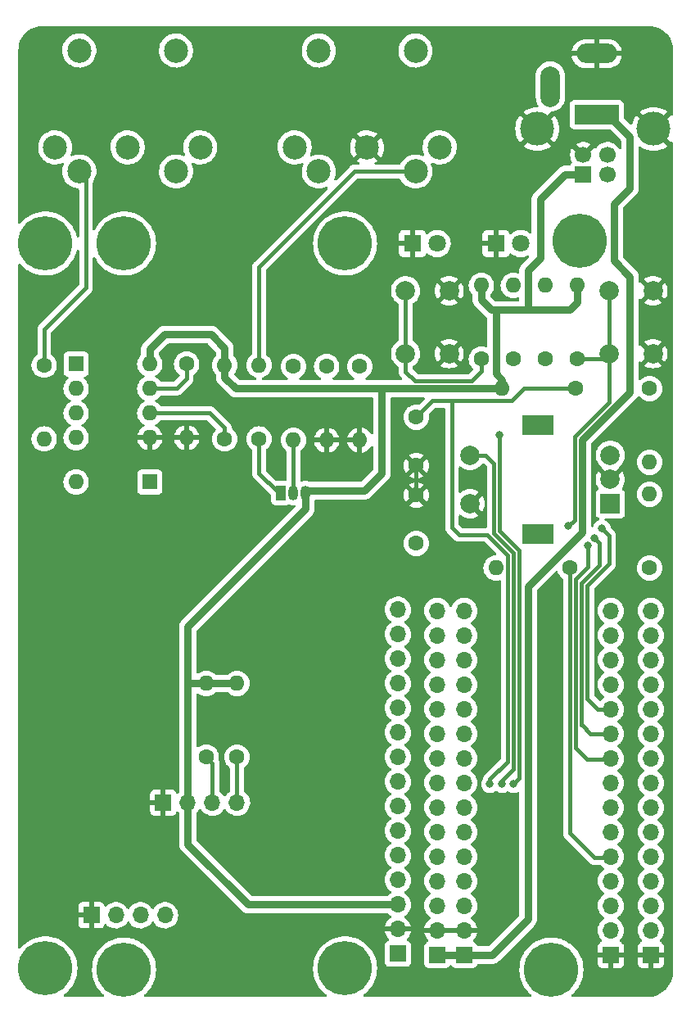
<source format=gbr>
%TF.GenerationSoftware,KiCad,Pcbnew,(6.0.7)*%
%TF.CreationDate,2023-07-03T15:41:19-04:00*%
%TF.ProjectId,ATMega328pb_MIDI_breakout,41544d65-6761-4333-9238-70625f4d4944,rev?*%
%TF.SameCoordinates,Original*%
%TF.FileFunction,Copper,L2,Bot*%
%TF.FilePolarity,Positive*%
%FSLAX46Y46*%
G04 Gerber Fmt 4.6, Leading zero omitted, Abs format (unit mm)*
G04 Created by KiCad (PCBNEW (6.0.7)) date 2023-07-03 15:41:19*
%MOMM*%
%LPD*%
G01*
G04 APERTURE LIST*
%TA.AperFunction,ComponentPad*%
%ADD10R,1.600000X1.600000*%
%TD*%
%TA.AperFunction,ComponentPad*%
%ADD11O,1.600000X1.600000*%
%TD*%
%TA.AperFunction,ComponentPad*%
%ADD12R,1.700000X1.700000*%
%TD*%
%TA.AperFunction,ComponentPad*%
%ADD13O,1.700000X1.700000*%
%TD*%
%TA.AperFunction,ComponentPad*%
%ADD14C,1.600000*%
%TD*%
%TA.AperFunction,ComponentPad*%
%ADD15R,1.800000X1.800000*%
%TD*%
%TA.AperFunction,ComponentPad*%
%ADD16C,1.800000*%
%TD*%
%TA.AperFunction,ComponentPad*%
%ADD17R,4.600000X2.000000*%
%TD*%
%TA.AperFunction,ComponentPad*%
%ADD18O,4.200000X2.000000*%
%TD*%
%TA.AperFunction,ComponentPad*%
%ADD19O,2.000000X4.200000*%
%TD*%
%TA.AperFunction,ComponentPad*%
%ADD20R,1.050000X1.500000*%
%TD*%
%TA.AperFunction,ComponentPad*%
%ADD21O,1.050000X1.500000*%
%TD*%
%TA.AperFunction,ComponentPad*%
%ADD22C,5.600000*%
%TD*%
%TA.AperFunction,ComponentPad*%
%ADD23C,2.500000*%
%TD*%
%TA.AperFunction,ComponentPad*%
%ADD24C,2.000000*%
%TD*%
%TA.AperFunction,ComponentPad*%
%ADD25R,2.000000X2.000000*%
%TD*%
%TA.AperFunction,ComponentPad*%
%ADD26R,3.200000X2.000000*%
%TD*%
%TA.AperFunction,ComponentPad*%
%ADD27C,1.700000*%
%TD*%
%TA.AperFunction,ComponentPad*%
%ADD28C,3.500000*%
%TD*%
%TA.AperFunction,ViaPad*%
%ADD29C,0.800000*%
%TD*%
%TA.AperFunction,Conductor*%
%ADD30C,0.400000*%
%TD*%
%TA.AperFunction,Conductor*%
%ADD31C,0.800000*%
%TD*%
G04 APERTURE END LIST*
D10*
%TO.P,U2,1,NC*%
%TO.N,unconnected-(U2-Pad1)*%
X119888000Y-90932000D03*
D11*
%TO.P,U2,2,C1*%
%TO.N,Net-(D1-Pad1)*%
X119888000Y-93472000D03*
%TO.P,U2,3,C2*%
%TO.N,Net-(D1-Pad2)*%
X119888000Y-96012000D03*
%TO.P,U2,4,NC*%
%TO.N,unconnected-(U2-Pad4)*%
X119888000Y-98552000D03*
%TO.P,U2,5,GND*%
%TO.N,GND*%
X127508000Y-98552000D03*
%TO.P,U2,6,VO2*%
%TO.N,RX1*%
X127508000Y-96012000D03*
%TO.P,U2,7,VO1*%
%TO.N,Net-(R15-Pad1)*%
X127508000Y-93472000D03*
%TO.P,U2,8,VCC*%
%TO.N,+5V*%
X127508000Y-90932000D03*
%TD*%
D10*
%TO.P,D1,1,K*%
%TO.N,Net-(D1-Pad1)*%
X127508000Y-103124000D03*
D11*
%TO.P,D1,2,A*%
%TO.N,Net-(D1-Pad2)*%
X119888000Y-103124000D03*
%TD*%
D12*
%TO.P,J4,1,Pin_1*%
%TO.N,GND*%
X128905000Y-136271000D03*
D13*
%TO.P,J4,2,Pin_2*%
%TO.N,+5V*%
X131445000Y-136271000D03*
%TO.P,J4,3,Pin_3*%
%TO.N,SDA1*%
X133985000Y-136271000D03*
%TO.P,J4,4,Pin_4*%
%TO.N,SCL1*%
X136525000Y-136271000D03*
%TD*%
D14*
%TO.P,R10,1*%
%TO.N,D3*%
X179197000Y-93472000D03*
D11*
%TO.P,R10,2*%
%TO.N,Net-(R10-Pad2)*%
X179197000Y-101092000D03*
%TD*%
D12*
%TO.P,J8,1,Pin_1*%
%TO.N,GND*%
X121463000Y-147916000D03*
D13*
%TO.P,J8,2,Pin_2*%
%TO.N,+5V*%
X124003000Y-147916000D03*
%TO.P,J8,3,Pin_3*%
%TO.N,SDA1*%
X126543000Y-147916000D03*
%TO.P,J8,4,Pin_4*%
%TO.N,SCL1*%
X129083000Y-147916000D03*
%TD*%
D15*
%TO.P,D2,1,K*%
%TO.N,GND*%
X163322000Y-78486000D03*
D16*
%TO.P,D2,2,A*%
%TO.N,Net-(D2-Pad2)*%
X165862000Y-78486000D03*
%TD*%
D17*
%TO.P,J7,1*%
%TO.N,+VDC*%
X173736000Y-65151000D03*
D18*
%TO.P,J7,2*%
%TO.N,GND*%
X173736000Y-58851000D03*
D19*
%TO.P,J7,3*%
%TO.N,unconnected-(J7-Pad3)*%
X168936000Y-62251000D03*
%TD*%
D20*
%TO.P,Q1,1,E*%
%TO.N,Net-(Q1-Pad1)*%
X141097000Y-104267000D03*
D21*
%TO.P,Q1,2,B*%
%TO.N,Net-(Q1-Pad2)*%
X142367000Y-104267000D03*
%TO.P,Q1,3,C*%
%TO.N,+5V*%
X143637000Y-104267000D03*
%TD*%
D12*
%TO.P,J5,1,Pin_1*%
%TO.N,GND*%
X179324000Y-152019000D03*
D13*
%TO.P,J5,2,Pin_2*%
%TO.N,Net-(J5-Pad2)*%
X179324000Y-149479000D03*
%TO.P,J5,3,Pin_3*%
%TO.N,Net-(J5-Pad3)*%
X179324000Y-146939000D03*
%TO.P,J5,4,Pin_4*%
%TO.N,Net-(J5-Pad4)*%
X179324000Y-144399000D03*
%TO.P,J5,5,Pin_5*%
%TO.N,D2*%
X179324000Y-141859000D03*
%TO.P,J5,6,Pin_6*%
%TO.N,D3*%
X179324000Y-139319000D03*
%TO.P,J5,7,Pin_7*%
%TO.N,D4*%
X179324000Y-136779000D03*
%TO.P,J5,8,Pin_8*%
%TO.N,D5*%
X179324000Y-134239000D03*
%TO.P,J5,9,Pin_9*%
%TO.N,D6*%
X179324000Y-131699000D03*
%TO.P,J5,10,Pin_10*%
%TO.N,D7*%
X179324000Y-129159000D03*
%TO.P,J5,11,Pin_11*%
%TO.N,D8*%
X179324000Y-126619000D03*
%TO.P,J5,12,Pin_12*%
%TO.N,Net-(J5-Pad12)*%
X179324000Y-124079000D03*
%TO.P,J5,13,Pin_13*%
%TO.N,Net-(J5-Pad13)*%
X179324000Y-121539000D03*
%TO.P,J5,14,Pin_14*%
%TO.N,TX1*%
X179324000Y-118999000D03*
%TO.P,J5,15,Pin_15*%
%TO.N,RX1*%
X179324000Y-116459000D03*
%TD*%
D14*
%TO.P,R6,1*%
%TO.N,RX1*%
X135255000Y-98679000D03*
D11*
%TO.P,R6,2*%
%TO.N,+5V*%
X135255000Y-91059000D03*
%TD*%
D14*
%TO.P,R7,1*%
%TO.N,D3*%
X171577000Y-93472000D03*
D11*
%TO.P,R7,2*%
%TO.N,+5V*%
X163957000Y-93472000D03*
%TD*%
D22*
%TO.P,H4,1*%
%TO.N,N/C*%
X171958000Y-78232000D03*
%TD*%
D14*
%TO.P,R1,1*%
%TO.N,Net-(J2-Pad4)*%
X145796000Y-91186000D03*
D11*
%TO.P,R1,2*%
%TO.N,GND*%
X145796000Y-98806000D03*
%TD*%
D23*
%TO.P,J3,1*%
%TO.N,unconnected-(J3-Pad1)*%
X117722000Y-68532000D03*
%TO.P,J3,2*%
%TO.N,unconnected-(J3-Pad2)*%
X125222000Y-68532000D03*
%TO.P,J3,3*%
%TO.N,unconnected-(J3-Pad3)*%
X132722000Y-68532000D03*
%TO.P,J3,4*%
%TO.N,Net-(J3-Pad4)*%
X120222000Y-71032000D03*
%TO.P,J3,5*%
%TO.N,Net-(D1-Pad2)*%
X130222000Y-71032000D03*
%TO.P,J3,6*%
%TO.N,N/C*%
X120222000Y-58532000D03*
X130222000Y-58532000D03*
%TD*%
D14*
%TO.P,R17,1*%
%TO.N,D7*%
X165100000Y-90424000D03*
D11*
%TO.P,R17,2*%
%TO.N,Net-(D3-Pad2)*%
X165100000Y-82804000D03*
%TD*%
D14*
%TO.P,R4,1*%
%TO.N,Net-(Q1-Pad1)*%
X138811000Y-98679000D03*
D11*
%TO.P,R4,2*%
%TO.N,Net-(J2-Pad5)*%
X138811000Y-91059000D03*
%TD*%
D14*
%TO.P,R9,1*%
%TO.N,D2*%
X179197000Y-112014000D03*
D11*
%TO.P,R9,2*%
%TO.N,Net-(R9-Pad2)*%
X179197000Y-104394000D03*
%TD*%
D22*
%TO.P,H6,1*%
%TO.N,N/C*%
X147701000Y-153416000D03*
%TD*%
%TO.P,H8,1*%
%TO.N,N/C*%
X147701000Y-78486000D03*
%TD*%
D14*
%TO.P,R3,1*%
%TO.N,Net-(Q1-Pad1)*%
X149225000Y-91186000D03*
D11*
%TO.P,R3,2*%
%TO.N,GND*%
X149225000Y-98806000D03*
%TD*%
D14*
%TO.P,R11,1*%
%TO.N,D6*%
X171704000Y-90424000D03*
D11*
%TO.P,R11,2*%
%TO.N,+5V*%
X171704000Y-82804000D03*
%TD*%
D14*
%TO.P,R5,1*%
%TO.N,Net-(J3-Pad4)*%
X116586000Y-91059000D03*
D11*
%TO.P,R5,2*%
%TO.N,Net-(D1-Pad1)*%
X116586000Y-98679000D03*
%TD*%
D22*
%TO.P,H1,1*%
%TO.N,N/C*%
X169037000Y-153543000D03*
%TD*%
D24*
%TO.P,SW3,1,1*%
%TO.N,D6*%
X175042000Y-83364000D03*
X175042000Y-89864000D03*
%TO.P,SW3,2,2*%
%TO.N,GND*%
X179542000Y-89864000D03*
X179542000Y-83364000D03*
%TD*%
D15*
%TO.P,D3,1,K*%
%TO.N,GND*%
X154681000Y-78486000D03*
D16*
%TO.P,D3,2,A*%
%TO.N,Net-(D3-Pad2)*%
X157221000Y-78486000D03*
%TD*%
D14*
%TO.P,C1,1*%
%TO.N,D3*%
X155067000Y-96433000D03*
%TO.P,C1,2*%
%TO.N,GND*%
X155067000Y-101433000D03*
%TD*%
%TO.P,C2,1*%
%TO.N,D2*%
X155067000Y-109474000D03*
%TO.P,C2,2*%
%TO.N,GND*%
X155067000Y-104474000D03*
%TD*%
%TO.P,R2,1*%
%TO.N,TX1*%
X142367000Y-91186000D03*
D11*
%TO.P,R2,2*%
%TO.N,Net-(Q1-Pad2)*%
X142367000Y-98806000D03*
%TD*%
D12*
%TO.P,J9,1,Pin_1*%
%TO.N,+VDC*%
X160020000Y-152019000D03*
D13*
%TO.P,J9,2,Pin_2*%
%TO.N,GND*%
X160020000Y-149479000D03*
%TO.P,J9,3,Pin_3*%
%TO.N,+5V*%
X160020000Y-146939000D03*
%TO.P,J9,4,Pin_4*%
%TO.N,Net-(J6-Pad4)*%
X160020000Y-144399000D03*
%TO.P,J9,5,Pin_5*%
%TO.N,Net-(J6-Pad5)*%
X160020000Y-141859000D03*
%TO.P,J9,6,Pin_6*%
%TO.N,Net-(J6-Pad6)*%
X160020000Y-139319000D03*
%TO.P,J9,7,Pin_7*%
%TO.N,Net-(J6-Pad7)*%
X160020000Y-136779000D03*
%TO.P,J9,8,Pin_8*%
%TO.N,Net-(J6-Pad8)*%
X160020000Y-134239000D03*
%TO.P,J9,9,Pin_9*%
%TO.N,Net-(J6-Pad9)*%
X160020000Y-131699000D03*
%TO.P,J9,10,Pin_10*%
%TO.N,Net-(J6-Pad10)*%
X160020000Y-129159000D03*
%TO.P,J9,11,Pin_11*%
%TO.N,Net-(J6-Pad11)*%
X160020000Y-126619000D03*
%TO.P,J9,12,Pin_12*%
%TO.N,Net-(J6-Pad12)*%
X160020000Y-124079000D03*
%TO.P,J9,13,Pin_13*%
%TO.N,SCL1*%
X160020000Y-121539000D03*
%TO.P,J9,14,Pin_14*%
%TO.N,SDA1*%
X160020000Y-118999000D03*
%TO.P,J9,15,Pin_15*%
%TO.N,Net-(J6-Pad15)*%
X160020000Y-116459000D03*
%TD*%
D22*
%TO.P,H7,1*%
%TO.N,N/C*%
X116713000Y-153416000D03*
%TD*%
D23*
%TO.P,J2,1*%
%TO.N,unconnected-(J2-Pad1)*%
X142487000Y-68532000D03*
%TO.P,J2,2*%
%TO.N,GND*%
X149987000Y-68532000D03*
%TO.P,J2,3*%
%TO.N,unconnected-(J2-Pad3)*%
X157487000Y-68532000D03*
%TO.P,J2,4*%
%TO.N,Net-(J2-Pad4)*%
X144987000Y-71032000D03*
%TO.P,J2,5*%
%TO.N,Net-(J2-Pad5)*%
X154987000Y-71032000D03*
%TO.P,J2,6*%
%TO.N,N/C*%
X154987000Y-58532000D03*
X144987000Y-58532000D03*
%TD*%
D22*
%TO.P,H5,1*%
%TO.N,N/C*%
X116713000Y-78486000D03*
%TD*%
%TO.P,H3,1*%
%TO.N,N/C*%
X124841000Y-78486000D03*
%TD*%
D14*
%TO.P,R16,1*%
%TO.N,D8*%
X168402000Y-90424000D03*
D11*
%TO.P,R16,2*%
%TO.N,Net-(D2-Pad2)*%
X168402000Y-82804000D03*
%TD*%
D14*
%TO.P,R13,1*%
%TO.N,SDA1*%
X133350000Y-131572000D03*
D11*
%TO.P,R13,2*%
%TO.N,+5V*%
X133350000Y-123952000D03*
%TD*%
D14*
%TO.P,R12,1*%
%TO.N,D5*%
X161798000Y-90424000D03*
D11*
%TO.P,R12,2*%
%TO.N,+5V*%
X161798000Y-82804000D03*
%TD*%
D24*
%TO.P,SW2,1,1*%
%TO.N,D5*%
X153960000Y-83364000D03*
X153960000Y-89864000D03*
%TO.P,SW2,2,2*%
%TO.N,GND*%
X158460000Y-83364000D03*
X158460000Y-89864000D03*
%TD*%
D25*
%TO.P,SW1,A,A*%
%TO.N,Net-(R9-Pad2)*%
X175133000Y-105370000D03*
D24*
%TO.P,SW1,B,B*%
%TO.N,Net-(R10-Pad2)*%
X175133000Y-100370000D03*
%TO.P,SW1,C,C*%
%TO.N,GND*%
X175133000Y-102870000D03*
D26*
%TO.P,SW1,MP*%
%TO.N,N/C*%
X167633000Y-97270000D03*
X167633000Y-108470000D03*
D24*
%TO.P,SW1,S1,S1*%
%TO.N,D4*%
X160633000Y-100370000D03*
%TO.P,SW1,S2,S2*%
%TO.N,GND*%
X160633000Y-105370000D03*
%TD*%
D14*
%TO.P,R15,1*%
%TO.N,Net-(R15-Pad1)*%
X131318000Y-90932000D03*
D11*
%TO.P,R15,2*%
%TO.N,GND*%
X131318000Y-98552000D03*
%TD*%
D14*
%TO.P,R14,1*%
%TO.N,SCL1*%
X136525000Y-131572000D03*
D11*
%TO.P,R14,2*%
%TO.N,+5V*%
X136525000Y-123952000D03*
%TD*%
D12*
%TO.P,J1,1,VBUS*%
%TO.N,+5V*%
X172339000Y-71342000D03*
D27*
%TO.P,J1,2,D-*%
%TO.N,unconnected-(J1-Pad2)*%
X174839000Y-71342000D03*
%TO.P,J1,3,D+*%
%TO.N,unconnected-(J1-Pad3)*%
X174839000Y-69342000D03*
%TO.P,J1,4,GND*%
%TO.N,GND*%
X172339000Y-69342000D03*
D28*
%TO.P,J1,5,Shield*%
X167569000Y-66632000D03*
X179609000Y-66632000D03*
%TD*%
D22*
%TO.P,H2,1*%
%TO.N,N/C*%
X124841000Y-153543000D03*
%TD*%
D14*
%TO.P,R8,1*%
%TO.N,D2*%
X170942000Y-112014000D03*
D11*
%TO.P,R8,2*%
%TO.N,+5V*%
X163322000Y-112014000D03*
%TD*%
D12*
%TO.P,U1,1,GND*%
%TO.N,GND*%
X175187300Y-152019000D03*
D13*
%TO.P,U1,2,~{RST}*%
%TO.N,Net-(J5-Pad2)*%
X175187300Y-149479000D03*
%TO.P,U1,3,D0*%
%TO.N,Net-(J5-Pad3)*%
X175187300Y-146939000D03*
%TO.P,U1,4,D1*%
%TO.N,Net-(J5-Pad4)*%
X175187300Y-144399000D03*
%TO.P,U1,5,D2*%
%TO.N,D2*%
X175187300Y-141859000D03*
%TO.P,U1,6,D3*%
%TO.N,D3*%
X175187300Y-139319000D03*
%TO.P,U1,7,D4*%
%TO.N,D4*%
X175187300Y-136779000D03*
%TO.P,U1,8,D5*%
%TO.N,D5*%
X175187300Y-134239000D03*
%TO.P,U1,9,D6*%
%TO.N,D6*%
X175187300Y-131699000D03*
%TO.P,U1,10,D7*%
%TO.N,D7*%
X175187300Y-129159000D03*
%TO.P,U1,11,D8*%
%TO.N,D8*%
X175187300Y-126619000D03*
%TO.P,U1,12,D9*%
%TO.N,Net-(J5-Pad12)*%
X175187300Y-124079000D03*
%TO.P,U1,13,D10*%
%TO.N,Net-(J5-Pad13)*%
X175187300Y-121539000D03*
%TO.P,U1,14,D11*%
%TO.N,TX1*%
X175187300Y-118999000D03*
%TO.P,U1,15,D12*%
%TO.N,RX1*%
X175187300Y-116459000D03*
%TO.P,U1,16,D13*%
%TO.N,Net-(J6-Pad15)*%
X157226000Y-116459000D03*
%TO.P,U1,17,SDA1*%
%TO.N,SDA1*%
X157226000Y-118999000D03*
%TO.P,U1,18,SCL1*%
%TO.N,SCL1*%
X157226000Y-121539000D03*
%TO.P,U1,19,A0*%
%TO.N,Net-(J6-Pad12)*%
X157226000Y-124079000D03*
%TO.P,U1,20,A1*%
%TO.N,Net-(J6-Pad11)*%
X157226000Y-126619000D03*
%TO.P,U1,21,A2*%
%TO.N,Net-(J6-Pad10)*%
X157226000Y-129159000D03*
%TO.P,U1,22,A3*%
%TO.N,Net-(J6-Pad9)*%
X157226000Y-131699000D03*
%TO.P,U1,23,A4*%
%TO.N,Net-(J6-Pad8)*%
X157226000Y-134239000D03*
%TO.P,U1,24,A5*%
%TO.N,Net-(J6-Pad7)*%
X157226000Y-136779000D03*
%TO.P,U1,25,A6*%
%TO.N,Net-(J6-Pad6)*%
X157226000Y-139319000D03*
%TO.P,U1,26,A7*%
%TO.N,Net-(J6-Pad5)*%
X157226000Y-141859000D03*
%TO.P,U1,27,AREF*%
%TO.N,Net-(J6-Pad4)*%
X157226000Y-144399000D03*
%TO.P,U1,28,VCC*%
%TO.N,+5V*%
X157226000Y-146939000D03*
%TO.P,U1,29,GND*%
%TO.N,GND*%
X157226000Y-149479000D03*
D12*
%TO.P,U1,30,VIN*%
%TO.N,+VDC*%
X157226000Y-152019000D03*
%TD*%
%TO.P,J6,1,Pin_1*%
%TO.N,+VDC*%
X153162000Y-151892000D03*
D13*
%TO.P,J6,2,Pin_2*%
%TO.N,GND*%
X153162000Y-149352000D03*
%TO.P,J6,3,Pin_3*%
%TO.N,+5V*%
X153162000Y-146812000D03*
%TO.P,J6,4,Pin_4*%
%TO.N,Net-(J6-Pad4)*%
X153162000Y-144272000D03*
%TO.P,J6,5,Pin_5*%
%TO.N,Net-(J6-Pad5)*%
X153162000Y-141732000D03*
%TO.P,J6,6,Pin_6*%
%TO.N,Net-(J6-Pad6)*%
X153162000Y-139192000D03*
%TO.P,J6,7,Pin_7*%
%TO.N,Net-(J6-Pad7)*%
X153162000Y-136652000D03*
%TO.P,J6,8,Pin_8*%
%TO.N,Net-(J6-Pad8)*%
X153162000Y-134112000D03*
%TO.P,J6,9,Pin_9*%
%TO.N,Net-(J6-Pad9)*%
X153162000Y-131572000D03*
%TO.P,J6,10,Pin_10*%
%TO.N,Net-(J6-Pad10)*%
X153162000Y-129032000D03*
%TO.P,J6,11,Pin_11*%
%TO.N,Net-(J6-Pad11)*%
X153162000Y-126492000D03*
%TO.P,J6,12,Pin_12*%
%TO.N,Net-(J6-Pad12)*%
X153162000Y-123952000D03*
%TO.P,J6,13,Pin_13*%
%TO.N,SCL1*%
X153162000Y-121412000D03*
%TO.P,J6,14,Pin_14*%
%TO.N,SDA1*%
X153162000Y-118872000D03*
%TO.P,J6,15,Pin_15*%
%TO.N,Net-(J6-Pad15)*%
X153162000Y-116332000D03*
%TD*%
D29*
%TO.N,D3*%
X162687000Y-134366000D03*
%TO.N,D4*%
X163957000Y-134366000D03*
%TO.N,D5*%
X165100000Y-134366000D03*
X163703000Y-98298000D03*
%TO.N,D6*%
X170815000Y-107696000D03*
X172847000Y-109728000D03*
%TO.N,D7*%
X173486866Y-108960161D03*
%TO.N,D8*%
X174244000Y-107950000D03*
%TD*%
D30*
%TO.N,GND*%
X155067000Y-104474000D02*
X155067000Y-101433000D01*
D31*
%TO.N,+5V*%
X131445000Y-118110000D02*
X131445000Y-123825000D01*
X127508000Y-89408000D02*
X129032000Y-87884000D01*
X163957000Y-92583000D02*
X163322000Y-91948000D01*
X167894000Y-73914000D02*
X167894000Y-80010000D01*
X170942000Y-85344000D02*
X171704000Y-84582000D01*
X127508000Y-90932000D02*
X127508000Y-89408000D01*
X163957000Y-93472000D02*
X163957000Y-92583000D01*
X171704000Y-84582000D02*
X171704000Y-82804000D01*
X149712000Y-104034000D02*
X143637000Y-104034000D01*
X136398000Y-93472000D02*
X151511000Y-93472000D01*
X161798000Y-84328000D02*
X162814000Y-85344000D01*
X133858000Y-87884000D02*
X135255000Y-89281000D01*
X135255000Y-92329000D02*
X136398000Y-93472000D01*
X143637000Y-104034000D02*
X143637000Y-105918000D01*
X162814000Y-85344000D02*
X163322000Y-85344000D01*
X133350000Y-123952000D02*
X131572000Y-123952000D01*
X163957000Y-93472000D02*
X151511000Y-93472000D01*
X166624000Y-85344000D02*
X170942000Y-85344000D01*
X131445000Y-136271000D02*
X131445000Y-123825000D01*
X131445000Y-140589000D02*
X137668000Y-146812000D01*
X163322000Y-91948000D02*
X163322000Y-85344000D01*
X167894000Y-80010000D02*
X166624000Y-81280000D01*
X151511000Y-102235000D02*
X149712000Y-104034000D01*
X170466000Y-71342000D02*
X167894000Y-73914000D01*
X143637000Y-105918000D02*
X131445000Y-118110000D01*
X166624000Y-81280000D02*
X166624000Y-85344000D01*
X133350000Y-123952000D02*
X136525000Y-123952000D01*
X131572000Y-123952000D02*
X131445000Y-123825000D01*
X135255000Y-91059000D02*
X135255000Y-92329000D01*
X131445000Y-136271000D02*
X131445000Y-140589000D01*
X161798000Y-82804000D02*
X161798000Y-84328000D01*
X172339000Y-71342000D02*
X170466000Y-71342000D01*
X135255000Y-89281000D02*
X135255000Y-91059000D01*
X151511000Y-93472000D02*
X151511000Y-102235000D01*
X137668000Y-146812000D02*
X153162000Y-146812000D01*
X129032000Y-87884000D02*
X133858000Y-87884000D01*
X163322000Y-85344000D02*
X166624000Y-85344000D01*
D30*
%TO.N,Net-(J2-Pad5)*%
X154987000Y-71032000D02*
X148678000Y-71032000D01*
X138811000Y-80899000D02*
X138811000Y-91059000D01*
X148678000Y-71032000D02*
X138811000Y-80899000D01*
%TO.N,RX1*%
X135255000Y-97536000D02*
X135255000Y-98679000D01*
X127508000Y-96012000D02*
X133731000Y-96012000D01*
X133731000Y-96012000D02*
X135255000Y-97536000D01*
%TO.N,Net-(J3-Pad4)*%
X120904000Y-71714000D02*
X120222000Y-71032000D01*
X116586000Y-87376000D02*
X120904000Y-83058000D01*
X116586000Y-91059000D02*
X116586000Y-87376000D01*
X120904000Y-83058000D02*
X120904000Y-71714000D01*
%TO.N,Net-(Q1-Pad1)*%
X138811000Y-102235000D02*
X140610000Y-104034000D01*
X140610000Y-104034000D02*
X141097000Y-104034000D01*
X138811000Y-98679000D02*
X138811000Y-102235000D01*
%TO.N,SDA1*%
X133985000Y-136271000D02*
X133985000Y-132207000D01*
X133985000Y-132207000D02*
X133350000Y-131572000D01*
%TO.N,SCL1*%
X136525000Y-131572000D02*
X136525000Y-136271000D01*
%TO.N,D3*%
X158750000Y-94742000D02*
X164973000Y-94742000D01*
X162687000Y-133858000D02*
X164535000Y-132010000D01*
X162386944Y-108585000D02*
X159512000Y-108585000D01*
X155067000Y-96433000D02*
X156758000Y-94742000D01*
X164973000Y-94742000D02*
X166243000Y-93472000D01*
X158750000Y-107823000D02*
X158750000Y-94742000D01*
X156758000Y-94742000D02*
X158750000Y-94742000D01*
X166243000Y-93472000D02*
X171577000Y-93472000D01*
X159512000Y-108585000D02*
X158750000Y-107823000D01*
X162687000Y-134366000D02*
X162687000Y-133858000D01*
X164535000Y-110733056D02*
X162386944Y-108585000D01*
X164535000Y-132010000D02*
X164535000Y-110733056D01*
%TO.N,D2*%
X170942000Y-112014000D02*
X170942000Y-139446000D01*
X170942000Y-139446000D02*
X173490000Y-141994000D01*
X173490000Y-141994000D02*
X175176000Y-141994000D01*
%TO.N,D4*%
X163103000Y-108452528D02*
X163103000Y-101254000D01*
X163957000Y-134366000D02*
X163957000Y-133985000D01*
X163957000Y-133985000D02*
X165135000Y-132807000D01*
X162219000Y-100370000D02*
X160633000Y-100370000D01*
X163103000Y-101254000D02*
X162219000Y-100370000D01*
X165135000Y-132807000D02*
X165135000Y-110484528D01*
X165135000Y-110484528D02*
X163103000Y-108452528D01*
%TO.N,Net-(Q1-Pad2)*%
X142367000Y-98806000D02*
X142367000Y-104034000D01*
%TO.N,Net-(R15-Pad1)*%
X131318000Y-92456000D02*
X131318000Y-90932000D01*
X127508000Y-93472000D02*
X130302000Y-93472000D01*
X130302000Y-93472000D02*
X131318000Y-92456000D01*
%TO.N,D5*%
X165100000Y-134366000D02*
X165735000Y-133731000D01*
X165735000Y-133731000D02*
X165735000Y-110236000D01*
X161798000Y-91694000D02*
X161798000Y-90424000D01*
X153960000Y-87594000D02*
X153960000Y-89939000D01*
X153960000Y-83439000D02*
X153960000Y-87594000D01*
X163703000Y-108204000D02*
X163703000Y-98298000D01*
X154902000Y-92672000D02*
X160820000Y-92672000D01*
X153960000Y-89864000D02*
X153960000Y-91730000D01*
X160820000Y-92672000D02*
X161798000Y-91694000D01*
X153960000Y-91730000D02*
X154902000Y-92672000D01*
X165735000Y-110236000D02*
X163703000Y-108204000D01*
%TO.N,D6*%
X175042000Y-89864000D02*
X175042000Y-94844630D01*
X171542000Y-113192000D02*
X172847000Y-111887000D01*
X172847000Y-111887000D02*
X172847000Y-109728000D01*
X172728000Y-131834000D02*
X171542000Y-130648000D01*
X174482000Y-90424000D02*
X175042000Y-89864000D01*
X175042000Y-94844630D02*
X171412000Y-98474630D01*
X175176000Y-131834000D02*
X172728000Y-131834000D01*
X171542000Y-130648000D02*
X171542000Y-113192000D01*
X171704000Y-90424000D02*
X174482000Y-90424000D01*
X171412000Y-98474630D02*
X171412000Y-107099000D01*
X175042000Y-83364000D02*
X175042000Y-89864000D01*
X171412000Y-107099000D02*
X170815000Y-107696000D01*
D31*
%TO.N,+VDC*%
X177165000Y-93853000D02*
X177165000Y-81915000D01*
X172212000Y-98806000D02*
X177165000Y-93853000D01*
X160020000Y-152019000D02*
X162941000Y-152019000D01*
X175514000Y-74422000D02*
X177165000Y-72771000D01*
X166624000Y-148336000D02*
X166624000Y-113919000D01*
X177165000Y-72771000D02*
X177165000Y-67437000D01*
X162941000Y-152019000D02*
X166624000Y-148336000D01*
X166624000Y-113919000D02*
X172212000Y-108331000D01*
X172212000Y-108331000D02*
X172212000Y-98806000D01*
X157226000Y-152019000D02*
X160274000Y-152019000D01*
X177165000Y-67437000D02*
X174879000Y-65151000D01*
X175514000Y-80264000D02*
X175514000Y-74422000D01*
X174879000Y-65151000D02*
X173736000Y-65151000D01*
X177165000Y-81915000D02*
X175514000Y-80264000D01*
D30*
%TO.N,D7*%
X172212000Y-128270000D02*
X172142000Y-128200000D01*
X172142000Y-113608000D02*
X173990000Y-111760000D01*
X173990000Y-109463295D02*
X173486866Y-108960161D01*
X173101000Y-129159000D02*
X172212000Y-128270000D01*
X172142000Y-128200000D02*
X172142000Y-113608000D01*
X173990000Y-111760000D02*
X173990000Y-109463295D01*
X175187300Y-129159000D02*
X173101000Y-129159000D01*
%TO.N,D8*%
X172742000Y-125498000D02*
X173863000Y-126619000D01*
X175006000Y-111592528D02*
X172742000Y-113856528D01*
X175006000Y-108712000D02*
X175006000Y-111592528D01*
X172742000Y-113856528D02*
X172742000Y-125498000D01*
X174244000Y-107950000D02*
X175006000Y-108712000D01*
X173863000Y-126619000D02*
X175187300Y-126619000D01*
%TD*%
%TA.AperFunction,Conductor*%
%TO.N,GND*%
G36*
X179169137Y-56008794D02*
G01*
X179196378Y-56012729D01*
X179213547Y-56010292D01*
X179237472Y-56009195D01*
X179482146Y-56021295D01*
X179497265Y-56022962D01*
X179765607Y-56069092D01*
X179780417Y-56072569D01*
X179863340Y-56097412D01*
X180041238Y-56150708D01*
X180055524Y-56155947D01*
X180305013Y-56264950D01*
X180318562Y-56271872D01*
X180553106Y-56410160D01*
X180565719Y-56418663D01*
X180781883Y-56584215D01*
X180793375Y-56594173D01*
X180975654Y-56772489D01*
X180988006Y-56784572D01*
X180998217Y-56795845D01*
X181168485Y-57008327D01*
X181177261Y-57020747D01*
X181320664Y-57252186D01*
X181327882Y-57265580D01*
X181442349Y-57512628D01*
X181447898Y-57526787D01*
X181531751Y-57785831D01*
X181535550Y-57800544D01*
X181577565Y-58016423D01*
X181587567Y-58067815D01*
X181589566Y-58082897D01*
X181597434Y-58192919D01*
X181603376Y-58276000D01*
X181606523Y-58320011D01*
X181605555Y-58346830D01*
X181605555Y-58346975D01*
X181604271Y-58355860D01*
X181605532Y-58364744D01*
X181605532Y-58364746D01*
X181608250Y-58383893D01*
X181609500Y-58401600D01*
X181609500Y-65153752D01*
X181589498Y-65221873D01*
X181535842Y-65268366D01*
X181465568Y-65278470D01*
X181400988Y-65248976D01*
X181388887Y-65236947D01*
X181375614Y-65228528D01*
X181365849Y-65234362D01*
X179981020Y-66619190D01*
X179973408Y-66633131D01*
X179973539Y-66634966D01*
X179977790Y-66641580D01*
X181364095Y-68027884D01*
X181377856Y-68035399D01*
X181387216Y-68028941D01*
X181388768Y-68027171D01*
X181448721Y-67989143D01*
X181519716Y-67989565D01*
X181579213Y-68028303D01*
X181608322Y-68093058D01*
X181609500Y-68110248D01*
X181609500Y-153573413D01*
X181608832Y-153586365D01*
X181604667Y-153626667D01*
X181607943Y-153644515D01*
X181610012Y-153667840D01*
X181608990Y-153889340D01*
X181608874Y-153914396D01*
X181608016Y-153928499D01*
X181576006Y-154201271D01*
X181573575Y-154215189D01*
X181511228Y-154482663D01*
X181507254Y-154496223D01*
X181415349Y-154755038D01*
X181409882Y-154768066D01*
X181289578Y-155014966D01*
X181282686Y-155027302D01*
X181135492Y-155259183D01*
X181127263Y-155270668D01*
X180955041Y-155484601D01*
X180945578Y-155495093D01*
X180750480Y-155688405D01*
X180739901Y-155697772D01*
X180524384Y-155868025D01*
X180512825Y-155876147D01*
X180279599Y-156021203D01*
X180267211Y-156027975D01*
X180019210Y-156146006D01*
X180006132Y-156151353D01*
X179746484Y-156240872D01*
X179732889Y-156244721D01*
X179464851Y-156304607D01*
X179450913Y-156306910D01*
X179213019Y-156332610D01*
X179186534Y-156332671D01*
X179185942Y-156332610D01*
X179176816Y-156331667D01*
X179164925Y-156333850D01*
X179161768Y-156334429D01*
X179139020Y-156336500D01*
X171204401Y-156336500D01*
X171136280Y-156316498D01*
X171089787Y-156262842D01*
X171079683Y-156192568D01*
X171109177Y-156127988D01*
X171128748Y-156109740D01*
X171139292Y-156101823D01*
X171166786Y-156081180D01*
X171428451Y-155836319D01*
X171662140Y-155564630D01*
X171847336Y-155295168D01*
X171863190Y-155272101D01*
X171863195Y-155272094D01*
X171865120Y-155269292D01*
X171866732Y-155266298D01*
X171866737Y-155266290D01*
X172026944Y-154968753D01*
X172035017Y-154953760D01*
X172169842Y-154621724D01*
X172180142Y-154585568D01*
X172215381Y-154461859D01*
X172268020Y-154277070D01*
X172280977Y-154201271D01*
X172327829Y-153927175D01*
X172327829Y-153927173D01*
X172328401Y-153923828D01*
X172330511Y-153889340D01*
X172350168Y-153567928D01*
X172350278Y-153566131D01*
X172350359Y-153543000D01*
X172330979Y-153185159D01*
X172286521Y-152913669D01*
X173829301Y-152913669D01*
X173829671Y-152920490D01*
X173835195Y-152971352D01*
X173838821Y-152986604D01*
X173883976Y-153107054D01*
X173892514Y-153122649D01*
X173969015Y-153224724D01*
X173981576Y-153237285D01*
X174083651Y-153313786D01*
X174099246Y-153322324D01*
X174219694Y-153367478D01*
X174234949Y-153371105D01*
X174285814Y-153376631D01*
X174292628Y-153377000D01*
X174915185Y-153377000D01*
X174930424Y-153372525D01*
X174931629Y-153371135D01*
X174933300Y-153363452D01*
X174933300Y-153358884D01*
X175441300Y-153358884D01*
X175445775Y-153374123D01*
X175447165Y-153375328D01*
X175454848Y-153376999D01*
X176081969Y-153376999D01*
X176088790Y-153376629D01*
X176139652Y-153371105D01*
X176154904Y-153367479D01*
X176275354Y-153322324D01*
X176290949Y-153313786D01*
X176393024Y-153237285D01*
X176405585Y-153224724D01*
X176482086Y-153122649D01*
X176490624Y-153107054D01*
X176535778Y-152986606D01*
X176539405Y-152971351D01*
X176544931Y-152920486D01*
X176545300Y-152913672D01*
X176545300Y-152913669D01*
X177966001Y-152913669D01*
X177966371Y-152920490D01*
X177971895Y-152971352D01*
X177975521Y-152986604D01*
X178020676Y-153107054D01*
X178029214Y-153122649D01*
X178105715Y-153224724D01*
X178118276Y-153237285D01*
X178220351Y-153313786D01*
X178235946Y-153322324D01*
X178356394Y-153367478D01*
X178371649Y-153371105D01*
X178422514Y-153376631D01*
X178429328Y-153377000D01*
X179051885Y-153377000D01*
X179067124Y-153372525D01*
X179068329Y-153371135D01*
X179070000Y-153363452D01*
X179070000Y-153358884D01*
X179578000Y-153358884D01*
X179582475Y-153374123D01*
X179583865Y-153375328D01*
X179591548Y-153376999D01*
X180218669Y-153376999D01*
X180225490Y-153376629D01*
X180276352Y-153371105D01*
X180291604Y-153367479D01*
X180412054Y-153322324D01*
X180427649Y-153313786D01*
X180529724Y-153237285D01*
X180542285Y-153224724D01*
X180618786Y-153122649D01*
X180627324Y-153107054D01*
X180672478Y-152986606D01*
X180676105Y-152971351D01*
X180681631Y-152920486D01*
X180682000Y-152913672D01*
X180682000Y-152291115D01*
X180677525Y-152275876D01*
X180676135Y-152274671D01*
X180668452Y-152273000D01*
X179596115Y-152273000D01*
X179580876Y-152277475D01*
X179579671Y-152278865D01*
X179578000Y-152286548D01*
X179578000Y-153358884D01*
X179070000Y-153358884D01*
X179070000Y-152291115D01*
X179065525Y-152275876D01*
X179064135Y-152274671D01*
X179056452Y-152273000D01*
X177984116Y-152273000D01*
X177968877Y-152277475D01*
X177967672Y-152278865D01*
X177966001Y-152286548D01*
X177966001Y-152913669D01*
X176545300Y-152913669D01*
X176545300Y-152291115D01*
X176540825Y-152275876D01*
X176539435Y-152274671D01*
X176531752Y-152273000D01*
X175459415Y-152273000D01*
X175444176Y-152277475D01*
X175442971Y-152278865D01*
X175441300Y-152286548D01*
X175441300Y-153358884D01*
X174933300Y-153358884D01*
X174933300Y-152291115D01*
X174928825Y-152275876D01*
X174927435Y-152274671D01*
X174919752Y-152273000D01*
X173847416Y-152273000D01*
X173832177Y-152277475D01*
X173830972Y-152278865D01*
X173829301Y-152286548D01*
X173829301Y-152913669D01*
X172286521Y-152913669D01*
X172273066Y-152831505D01*
X172177297Y-152486173D01*
X172174243Y-152478497D01*
X172046052Y-152156369D01*
X172044793Y-152153205D01*
X171975953Y-152023189D01*
X171878702Y-151839513D01*
X171878698Y-151839506D01*
X171877103Y-151836494D01*
X171676190Y-151539746D01*
X171444403Y-151266432D01*
X171184454Y-151019750D01*
X170912951Y-150812920D01*
X170902091Y-150804647D01*
X170902089Y-150804646D01*
X170899384Y-150802585D01*
X170896472Y-150800828D01*
X170896467Y-150800825D01*
X170595443Y-150619236D01*
X170595437Y-150619233D01*
X170592528Y-150617478D01*
X170267475Y-150466593D01*
X169976829Y-150368215D01*
X169931255Y-150352789D01*
X169931250Y-150352788D01*
X169928028Y-150351697D01*
X169729681Y-150307724D01*
X169581493Y-150274871D01*
X169581487Y-150274870D01*
X169578158Y-150274132D01*
X169574769Y-150273758D01*
X169574764Y-150273757D01*
X169225338Y-150235180D01*
X169225333Y-150235180D01*
X169221957Y-150234807D01*
X169218558Y-150234801D01*
X169218557Y-150234801D01*
X169049080Y-150234505D01*
X168863592Y-150234182D01*
X168750413Y-150246277D01*
X168510639Y-150271901D01*
X168510631Y-150271902D01*
X168507256Y-150272263D01*
X168157117Y-150348606D01*
X167817271Y-150462317D01*
X167814178Y-150463739D01*
X167814177Y-150463740D01*
X167726374Y-150504125D01*
X167491694Y-150612066D01*
X167488760Y-150613822D01*
X167488758Y-150613823D01*
X167197547Y-150788109D01*
X167184193Y-150796101D01*
X167181467Y-150798163D01*
X167181465Y-150798164D01*
X166968956Y-150958884D01*
X166898367Y-151012270D01*
X166895882Y-151014612D01*
X166895877Y-151014616D01*
X166840777Y-151066540D01*
X166637559Y-151258043D01*
X166404819Y-151530546D01*
X166402900Y-151533358D01*
X166402897Y-151533363D01*
X166330133Y-151640031D01*
X166202871Y-151826591D01*
X166034077Y-152142714D01*
X165900411Y-152475218D01*
X165899491Y-152478492D01*
X165899489Y-152478497D01*
X165811892Y-152790134D01*
X165803437Y-152820213D01*
X165802875Y-152823570D01*
X165802875Y-152823571D01*
X165755737Y-153105261D01*
X165744290Y-153173663D01*
X165723661Y-153531434D01*
X165723833Y-153534829D01*
X165723833Y-153534830D01*
X165729976Y-153656085D01*
X165741792Y-153889340D01*
X165742329Y-153892695D01*
X165742330Y-153892701D01*
X165777589Y-154112829D01*
X165798470Y-154243195D01*
X165893033Y-154588859D01*
X166024374Y-154922288D01*
X166048768Y-154968752D01*
X166139879Y-155142292D01*
X166190957Y-155239582D01*
X166192858Y-155242411D01*
X166192864Y-155242421D01*
X166228309Y-155295168D01*
X166390834Y-155537029D01*
X166621665Y-155811150D01*
X166880751Y-156058738D01*
X166906968Y-156078855D01*
X166948258Y-156110538D01*
X166990125Y-156167876D01*
X166994347Y-156238746D01*
X166959583Y-156300649D01*
X166896870Y-156333931D01*
X166871554Y-156336500D01*
X149699253Y-156336500D01*
X149631132Y-156316498D01*
X149584639Y-156262842D01*
X149574535Y-156192568D01*
X149604029Y-156127988D01*
X149623600Y-156109740D01*
X149741528Y-156021197D01*
X149830786Y-155954180D01*
X150092451Y-155709319D01*
X150326140Y-155437630D01*
X150460303Y-155242421D01*
X150527190Y-155145101D01*
X150527195Y-155145094D01*
X150529120Y-155142292D01*
X150530732Y-155139298D01*
X150530737Y-155139290D01*
X150697395Y-154829772D01*
X150699017Y-154826760D01*
X150833842Y-154494724D01*
X150844142Y-154458568D01*
X150895843Y-154277070D01*
X150932020Y-154150070D01*
X150992401Y-153796828D01*
X150994511Y-153762340D01*
X151014168Y-153440928D01*
X151014278Y-153439131D01*
X151014359Y-153416000D01*
X150994979Y-153058159D01*
X150951088Y-152790134D01*
X151803500Y-152790134D01*
X151810255Y-152852316D01*
X151861385Y-152988705D01*
X151948739Y-153105261D01*
X152065295Y-153192615D01*
X152201684Y-153243745D01*
X152263866Y-153250500D01*
X154060134Y-153250500D01*
X154122316Y-153243745D01*
X154258705Y-153192615D01*
X154375261Y-153105261D01*
X154462615Y-152988705D01*
X154513745Y-152852316D01*
X154520500Y-152790134D01*
X154520500Y-150993866D01*
X154513745Y-150931684D01*
X154462615Y-150795295D01*
X154375261Y-150678739D01*
X154258705Y-150591385D01*
X154139687Y-150546767D01*
X154082923Y-150504125D01*
X154058223Y-150437564D01*
X154073430Y-150368215D01*
X154094977Y-150339535D01*
X154196052Y-150238812D01*
X154202730Y-150230965D01*
X154327003Y-150058020D01*
X154332313Y-150049183D01*
X154426670Y-149858267D01*
X154430469Y-149848672D01*
X154492377Y-149644910D01*
X154494555Y-149634837D01*
X154495986Y-149623962D01*
X154493775Y-149609778D01*
X154480617Y-149606000D01*
X151845225Y-149606000D01*
X151831694Y-149609973D01*
X151830257Y-149619966D01*
X151860565Y-149754446D01*
X151863645Y-149764275D01*
X151943770Y-149961603D01*
X151948413Y-149970794D01*
X152059694Y-150152388D01*
X152065777Y-150160699D01*
X152205213Y-150321667D01*
X152212577Y-150328879D01*
X152217522Y-150332985D01*
X152257156Y-150391889D01*
X152258653Y-150462870D01*
X152221537Y-150523392D01*
X152181264Y-150547910D01*
X152073705Y-150588232D01*
X152073704Y-150588233D01*
X152065295Y-150591385D01*
X151948739Y-150678739D01*
X151861385Y-150795295D01*
X151810255Y-150931684D01*
X151803500Y-150993866D01*
X151803500Y-152790134D01*
X150951088Y-152790134D01*
X150937066Y-152704505D01*
X150841297Y-152359173D01*
X150838243Y-152351497D01*
X150710052Y-152029369D01*
X150708793Y-152026205D01*
X150608346Y-151836494D01*
X150542702Y-151712513D01*
X150542698Y-151712506D01*
X150541103Y-151709494D01*
X150340190Y-151412746D01*
X150108403Y-151139432D01*
X149848454Y-150892750D01*
X149616011Y-150715676D01*
X149566091Y-150677647D01*
X149566089Y-150677646D01*
X149563384Y-150675585D01*
X149560472Y-150673828D01*
X149560467Y-150673825D01*
X149259443Y-150492236D01*
X149259437Y-150492233D01*
X149256528Y-150490478D01*
X148980800Y-150362489D01*
X148934571Y-150341030D01*
X148934569Y-150341029D01*
X148931475Y-150339593D01*
X148731487Y-150271901D01*
X148595255Y-150225789D01*
X148595250Y-150225788D01*
X148592028Y-150224697D01*
X148374348Y-150176438D01*
X148245493Y-150147871D01*
X148245487Y-150147870D01*
X148242158Y-150147132D01*
X148238769Y-150146758D01*
X148238764Y-150146757D01*
X147889338Y-150108180D01*
X147889333Y-150108180D01*
X147885957Y-150107807D01*
X147882558Y-150107801D01*
X147882557Y-150107801D01*
X147713080Y-150107505D01*
X147527592Y-150107182D01*
X147414413Y-150119277D01*
X147174639Y-150144901D01*
X147174631Y-150144902D01*
X147171256Y-150145263D01*
X146821117Y-150221606D01*
X146481271Y-150335317D01*
X146478178Y-150336739D01*
X146478177Y-150336740D01*
X146472100Y-150339535D01*
X146155694Y-150485066D01*
X146152760Y-150486822D01*
X146152758Y-150486823D01*
X145879454Y-150650392D01*
X145848193Y-150669101D01*
X145845467Y-150671163D01*
X145845465Y-150671164D01*
X145632053Y-150832567D01*
X145562367Y-150885270D01*
X145559882Y-150887612D01*
X145559877Y-150887616D01*
X145504777Y-150939540D01*
X145301559Y-151131043D01*
X145068819Y-151403546D01*
X145066900Y-151406358D01*
X145066897Y-151406363D01*
X144983951Y-151527958D01*
X144866871Y-151699591D01*
X144698077Y-152015714D01*
X144564411Y-152348218D01*
X144563491Y-152351492D01*
X144563489Y-152351497D01*
X144471651Y-152678222D01*
X144467437Y-152693213D01*
X144466875Y-152696570D01*
X144466875Y-152696571D01*
X144428289Y-152927156D01*
X144408290Y-153046663D01*
X144387661Y-153404434D01*
X144387833Y-153407829D01*
X144387833Y-153407830D01*
X144398919Y-153626667D01*
X144405792Y-153762340D01*
X144406329Y-153765695D01*
X144406330Y-153765701D01*
X144431658Y-153923828D01*
X144462470Y-154116195D01*
X144557033Y-154461859D01*
X144623560Y-154630747D01*
X144675147Y-154761708D01*
X144688374Y-154795288D01*
X144719151Y-154853909D01*
X144807048Y-155021328D01*
X144854957Y-155112582D01*
X144856858Y-155115411D01*
X144856864Y-155115421D01*
X144977649Y-155295166D01*
X145054834Y-155410029D01*
X145285665Y-155684150D01*
X145544751Y-155931738D01*
X145699829Y-156050733D01*
X145777767Y-156110538D01*
X145819634Y-156167876D01*
X145823856Y-156238747D01*
X145789092Y-156300649D01*
X145726379Y-156333931D01*
X145701063Y-156336500D01*
X127008401Y-156336500D01*
X126940280Y-156316498D01*
X126893787Y-156262842D01*
X126883683Y-156192568D01*
X126913177Y-156127988D01*
X126932748Y-156109740D01*
X126943292Y-156101823D01*
X126970786Y-156081180D01*
X127232451Y-155836319D01*
X127466140Y-155564630D01*
X127651336Y-155295168D01*
X127667190Y-155272101D01*
X127667195Y-155272094D01*
X127669120Y-155269292D01*
X127670732Y-155266298D01*
X127670737Y-155266290D01*
X127830944Y-154968753D01*
X127839017Y-154953760D01*
X127973842Y-154621724D01*
X127984142Y-154585568D01*
X128019381Y-154461859D01*
X128072020Y-154277070D01*
X128084977Y-154201271D01*
X128131829Y-153927175D01*
X128131829Y-153927173D01*
X128132401Y-153923828D01*
X128134511Y-153889340D01*
X128154168Y-153567928D01*
X128154278Y-153566131D01*
X128154359Y-153543000D01*
X128134979Y-153185159D01*
X128077066Y-152831505D01*
X127981297Y-152486173D01*
X127978243Y-152478497D01*
X127850052Y-152156369D01*
X127848793Y-152153205D01*
X127779953Y-152023189D01*
X127682702Y-151839513D01*
X127682698Y-151839506D01*
X127681103Y-151836494D01*
X127480190Y-151539746D01*
X127248403Y-151266432D01*
X126988454Y-151019750D01*
X126716951Y-150812920D01*
X126706091Y-150804647D01*
X126706089Y-150804646D01*
X126703384Y-150802585D01*
X126700472Y-150800828D01*
X126700467Y-150800825D01*
X126399443Y-150619236D01*
X126399437Y-150619233D01*
X126396528Y-150617478D01*
X126071475Y-150466593D01*
X125780829Y-150368215D01*
X125735255Y-150352789D01*
X125735250Y-150352788D01*
X125732028Y-150351697D01*
X125533681Y-150307724D01*
X125385493Y-150274871D01*
X125385487Y-150274870D01*
X125382158Y-150274132D01*
X125378769Y-150273758D01*
X125378764Y-150273757D01*
X125029338Y-150235180D01*
X125029333Y-150235180D01*
X125025957Y-150234807D01*
X125022558Y-150234801D01*
X125022557Y-150234801D01*
X124853080Y-150234505D01*
X124667592Y-150234182D01*
X124554413Y-150246277D01*
X124314639Y-150271901D01*
X124314631Y-150271902D01*
X124311256Y-150272263D01*
X123961117Y-150348606D01*
X123621271Y-150462317D01*
X123618178Y-150463739D01*
X123618177Y-150463740D01*
X123530374Y-150504125D01*
X123295694Y-150612066D01*
X123292760Y-150613822D01*
X123292758Y-150613823D01*
X123001547Y-150788109D01*
X122988193Y-150796101D01*
X122985467Y-150798163D01*
X122985465Y-150798164D01*
X122772956Y-150958884D01*
X122702367Y-151012270D01*
X122699882Y-151014612D01*
X122699877Y-151014616D01*
X122644777Y-151066540D01*
X122441559Y-151258043D01*
X122208819Y-151530546D01*
X122206900Y-151533358D01*
X122206897Y-151533363D01*
X122134133Y-151640031D01*
X122006871Y-151826591D01*
X121838077Y-152142714D01*
X121704411Y-152475218D01*
X121703491Y-152478492D01*
X121703489Y-152478497D01*
X121615892Y-152790134D01*
X121607437Y-152820213D01*
X121606875Y-152823570D01*
X121606875Y-152823571D01*
X121559737Y-153105261D01*
X121548290Y-153173663D01*
X121527661Y-153531434D01*
X121527833Y-153534829D01*
X121527833Y-153534830D01*
X121533976Y-153656085D01*
X121545792Y-153889340D01*
X121546329Y-153892695D01*
X121546330Y-153892701D01*
X121581589Y-154112829D01*
X121602470Y-154243195D01*
X121697033Y-154588859D01*
X121828374Y-154922288D01*
X121852768Y-154968752D01*
X121943879Y-155142292D01*
X121994957Y-155239582D01*
X121996858Y-155242411D01*
X121996864Y-155242421D01*
X122032309Y-155295168D01*
X122194834Y-155537029D01*
X122425665Y-155811150D01*
X122684751Y-156058738D01*
X122710968Y-156078855D01*
X122752258Y-156110538D01*
X122794125Y-156167876D01*
X122798347Y-156238746D01*
X122763583Y-156300649D01*
X122700870Y-156333931D01*
X122675554Y-156336500D01*
X118711253Y-156336500D01*
X118643132Y-156316498D01*
X118596639Y-156262842D01*
X118586535Y-156192568D01*
X118616029Y-156127988D01*
X118635600Y-156109740D01*
X118753528Y-156021197D01*
X118842786Y-155954180D01*
X119104451Y-155709319D01*
X119338140Y-155437630D01*
X119472303Y-155242421D01*
X119539190Y-155145101D01*
X119539195Y-155145094D01*
X119541120Y-155142292D01*
X119542732Y-155139298D01*
X119542737Y-155139290D01*
X119709395Y-154829772D01*
X119711017Y-154826760D01*
X119845842Y-154494724D01*
X119856142Y-154458568D01*
X119907843Y-154277070D01*
X119944020Y-154150070D01*
X120004401Y-153796828D01*
X120006511Y-153762340D01*
X120026168Y-153440928D01*
X120026278Y-153439131D01*
X120026359Y-153416000D01*
X120006979Y-153058159D01*
X119949066Y-152704505D01*
X119853297Y-152359173D01*
X119850243Y-152351497D01*
X119722052Y-152029369D01*
X119720793Y-152026205D01*
X119620346Y-151836494D01*
X119554702Y-151712513D01*
X119554698Y-151712506D01*
X119553103Y-151709494D01*
X119352190Y-151412746D01*
X119120403Y-151139432D01*
X118860454Y-150892750D01*
X118628011Y-150715676D01*
X118578091Y-150677647D01*
X118578089Y-150677646D01*
X118575384Y-150675585D01*
X118572472Y-150673828D01*
X118572467Y-150673825D01*
X118271443Y-150492236D01*
X118271437Y-150492233D01*
X118268528Y-150490478D01*
X117992800Y-150362489D01*
X117946571Y-150341030D01*
X117946569Y-150341029D01*
X117943475Y-150339593D01*
X117743487Y-150271901D01*
X117607255Y-150225789D01*
X117607250Y-150225788D01*
X117604028Y-150224697D01*
X117386348Y-150176438D01*
X117257493Y-150147871D01*
X117257487Y-150147870D01*
X117254158Y-150147132D01*
X117250769Y-150146758D01*
X117250764Y-150146757D01*
X116901338Y-150108180D01*
X116901333Y-150108180D01*
X116897957Y-150107807D01*
X116894558Y-150107801D01*
X116894557Y-150107801D01*
X116725080Y-150107505D01*
X116539592Y-150107182D01*
X116426413Y-150119277D01*
X116186639Y-150144901D01*
X116186631Y-150144902D01*
X116183256Y-150145263D01*
X115833117Y-150221606D01*
X115493271Y-150335317D01*
X115490178Y-150336739D01*
X115490177Y-150336740D01*
X115484100Y-150339535D01*
X115167694Y-150485066D01*
X115164760Y-150486822D01*
X115164758Y-150486823D01*
X114891454Y-150650392D01*
X114860193Y-150669101D01*
X114857467Y-150671163D01*
X114857465Y-150671164D01*
X114644053Y-150832567D01*
X114574367Y-150885270D01*
X114571882Y-150887612D01*
X114571877Y-150887616D01*
X114516777Y-150939540D01*
X114313559Y-151131043D01*
X114311347Y-151133633D01*
X114311345Y-151133635D01*
X114141311Y-151332719D01*
X114081860Y-151371528D01*
X114010866Y-151372034D01*
X113950867Y-151334078D01*
X113920914Y-151269710D01*
X113919500Y-151250888D01*
X113919500Y-148810669D01*
X120105001Y-148810669D01*
X120105371Y-148817490D01*
X120110895Y-148868352D01*
X120114521Y-148883604D01*
X120159676Y-149004054D01*
X120168214Y-149019649D01*
X120244715Y-149121724D01*
X120257276Y-149134285D01*
X120359351Y-149210786D01*
X120374946Y-149219324D01*
X120495394Y-149264478D01*
X120510649Y-149268105D01*
X120561514Y-149273631D01*
X120568328Y-149274000D01*
X121190885Y-149274000D01*
X121206124Y-149269525D01*
X121207329Y-149268135D01*
X121209000Y-149260452D01*
X121209000Y-149255884D01*
X121717000Y-149255884D01*
X121721475Y-149271123D01*
X121722865Y-149272328D01*
X121730548Y-149273999D01*
X122357669Y-149273999D01*
X122364490Y-149273629D01*
X122415352Y-149268105D01*
X122430604Y-149264479D01*
X122551054Y-149219324D01*
X122566649Y-149210786D01*
X122668724Y-149134285D01*
X122681285Y-149121724D01*
X122757786Y-149019649D01*
X122766324Y-149004054D01*
X122807225Y-148894952D01*
X122849867Y-148838188D01*
X122916428Y-148813488D01*
X122985777Y-148828696D01*
X123020444Y-148856684D01*
X123045865Y-148886031D01*
X123045869Y-148886035D01*
X123049250Y-148889938D01*
X123221126Y-149032632D01*
X123414000Y-149145338D01*
X123622692Y-149225030D01*
X123627760Y-149226061D01*
X123627763Y-149226062D01*
X123735017Y-149247883D01*
X123841597Y-149269567D01*
X123846772Y-149269757D01*
X123846774Y-149269757D01*
X124059673Y-149277564D01*
X124059677Y-149277564D01*
X124064837Y-149277753D01*
X124069957Y-149277097D01*
X124069959Y-149277097D01*
X124281288Y-149250025D01*
X124281289Y-149250025D01*
X124286416Y-149249368D01*
X124291366Y-149247883D01*
X124495429Y-149186661D01*
X124495434Y-149186659D01*
X124500384Y-149185174D01*
X124700994Y-149086896D01*
X124882860Y-148957173D01*
X124892992Y-148947077D01*
X124983701Y-148856684D01*
X125041096Y-148799489D01*
X125123548Y-148684745D01*
X125171453Y-148618077D01*
X125172776Y-148619028D01*
X125219645Y-148575857D01*
X125289580Y-148563625D01*
X125355026Y-148591144D01*
X125382875Y-148622994D01*
X125442987Y-148721088D01*
X125589250Y-148889938D01*
X125761126Y-149032632D01*
X125954000Y-149145338D01*
X126162692Y-149225030D01*
X126167760Y-149226061D01*
X126167763Y-149226062D01*
X126275017Y-149247883D01*
X126381597Y-149269567D01*
X126386772Y-149269757D01*
X126386774Y-149269757D01*
X126599673Y-149277564D01*
X126599677Y-149277564D01*
X126604837Y-149277753D01*
X126609957Y-149277097D01*
X126609959Y-149277097D01*
X126821288Y-149250025D01*
X126821289Y-149250025D01*
X126826416Y-149249368D01*
X126831366Y-149247883D01*
X127035429Y-149186661D01*
X127035434Y-149186659D01*
X127040384Y-149185174D01*
X127240994Y-149086896D01*
X127422860Y-148957173D01*
X127432992Y-148947077D01*
X127523701Y-148856684D01*
X127581096Y-148799489D01*
X127663548Y-148684745D01*
X127711453Y-148618077D01*
X127712776Y-148619028D01*
X127759645Y-148575857D01*
X127829580Y-148563625D01*
X127895026Y-148591144D01*
X127922875Y-148622994D01*
X127982987Y-148721088D01*
X128129250Y-148889938D01*
X128301126Y-149032632D01*
X128494000Y-149145338D01*
X128702692Y-149225030D01*
X128707760Y-149226061D01*
X128707763Y-149226062D01*
X128815017Y-149247883D01*
X128921597Y-149269567D01*
X128926772Y-149269757D01*
X128926774Y-149269757D01*
X129139673Y-149277564D01*
X129139677Y-149277564D01*
X129144837Y-149277753D01*
X129149957Y-149277097D01*
X129149959Y-149277097D01*
X129361288Y-149250025D01*
X129361289Y-149250025D01*
X129366416Y-149249368D01*
X129371366Y-149247883D01*
X129575429Y-149186661D01*
X129575434Y-149186659D01*
X129580384Y-149185174D01*
X129780994Y-149086896D01*
X129962860Y-148957173D01*
X129972992Y-148947077D01*
X130063701Y-148856684D01*
X130121096Y-148799489D01*
X130203548Y-148684745D01*
X130248435Y-148622277D01*
X130251453Y-148618077D01*
X130272320Y-148575857D01*
X130348136Y-148422453D01*
X130348137Y-148422451D01*
X130350430Y-148417811D01*
X130415370Y-148204069D01*
X130444529Y-147982590D01*
X130444677Y-147976529D01*
X130446074Y-147919365D01*
X130446074Y-147919361D01*
X130446156Y-147916000D01*
X130427852Y-147693361D01*
X130373431Y-147476702D01*
X130284354Y-147271840D01*
X130176435Y-147105023D01*
X130165822Y-147088617D01*
X130165820Y-147088614D01*
X130163014Y-147084277D01*
X130012670Y-146919051D01*
X130008619Y-146915852D01*
X130008615Y-146915848D01*
X129841414Y-146783800D01*
X129841410Y-146783798D01*
X129837359Y-146780598D01*
X129641789Y-146672638D01*
X129636920Y-146670914D01*
X129636916Y-146670912D01*
X129436087Y-146599795D01*
X129436083Y-146599794D01*
X129431212Y-146598069D01*
X129426119Y-146597162D01*
X129426116Y-146597161D01*
X129216373Y-146559800D01*
X129216367Y-146559799D01*
X129211284Y-146558894D01*
X129137452Y-146557992D01*
X128993081Y-146556228D01*
X128993079Y-146556228D01*
X128987911Y-146556165D01*
X128767091Y-146589955D01*
X128554756Y-146659357D01*
X128524443Y-146675137D01*
X128445253Y-146716361D01*
X128356607Y-146762507D01*
X128352474Y-146765610D01*
X128352471Y-146765612D01*
X128182100Y-146893530D01*
X128177965Y-146896635D01*
X128023629Y-147058138D01*
X127916201Y-147215621D01*
X127861293Y-147260621D01*
X127790768Y-147268792D01*
X127727021Y-147237538D01*
X127706324Y-147213054D01*
X127625822Y-147088617D01*
X127625820Y-147088614D01*
X127623014Y-147084277D01*
X127472670Y-146919051D01*
X127468619Y-146915852D01*
X127468615Y-146915848D01*
X127301414Y-146783800D01*
X127301410Y-146783798D01*
X127297359Y-146780598D01*
X127101789Y-146672638D01*
X127096920Y-146670914D01*
X127096916Y-146670912D01*
X126896087Y-146599795D01*
X126896083Y-146599794D01*
X126891212Y-146598069D01*
X126886119Y-146597162D01*
X126886116Y-146597161D01*
X126676373Y-146559800D01*
X126676367Y-146559799D01*
X126671284Y-146558894D01*
X126597452Y-146557992D01*
X126453081Y-146556228D01*
X126453079Y-146556228D01*
X126447911Y-146556165D01*
X126227091Y-146589955D01*
X126014756Y-146659357D01*
X125984443Y-146675137D01*
X125905253Y-146716361D01*
X125816607Y-146762507D01*
X125812474Y-146765610D01*
X125812471Y-146765612D01*
X125642100Y-146893530D01*
X125637965Y-146896635D01*
X125483629Y-147058138D01*
X125376201Y-147215621D01*
X125321293Y-147260621D01*
X125250768Y-147268792D01*
X125187021Y-147237538D01*
X125166324Y-147213054D01*
X125085822Y-147088617D01*
X125085820Y-147088614D01*
X125083014Y-147084277D01*
X124932670Y-146919051D01*
X124928619Y-146915852D01*
X124928615Y-146915848D01*
X124761414Y-146783800D01*
X124761410Y-146783798D01*
X124757359Y-146780598D01*
X124561789Y-146672638D01*
X124556920Y-146670914D01*
X124556916Y-146670912D01*
X124356087Y-146599795D01*
X124356083Y-146599794D01*
X124351212Y-146598069D01*
X124346119Y-146597162D01*
X124346116Y-146597161D01*
X124136373Y-146559800D01*
X124136367Y-146559799D01*
X124131284Y-146558894D01*
X124057452Y-146557992D01*
X123913081Y-146556228D01*
X123913079Y-146556228D01*
X123907911Y-146556165D01*
X123687091Y-146589955D01*
X123474756Y-146659357D01*
X123444443Y-146675137D01*
X123365253Y-146716361D01*
X123276607Y-146762507D01*
X123272474Y-146765610D01*
X123272471Y-146765612D01*
X123102100Y-146893530D01*
X123097965Y-146896635D01*
X123094393Y-146900373D01*
X123016898Y-146981466D01*
X122955374Y-147016895D01*
X122884462Y-147013438D01*
X122826676Y-146972192D01*
X122807823Y-146938644D01*
X122766324Y-146827946D01*
X122757786Y-146812351D01*
X122681285Y-146710276D01*
X122668724Y-146697715D01*
X122566649Y-146621214D01*
X122551054Y-146612676D01*
X122430606Y-146567522D01*
X122415351Y-146563895D01*
X122364486Y-146558369D01*
X122357672Y-146558000D01*
X121735115Y-146558000D01*
X121719876Y-146562475D01*
X121718671Y-146563865D01*
X121717000Y-146571548D01*
X121717000Y-149255884D01*
X121209000Y-149255884D01*
X121209000Y-148188115D01*
X121204525Y-148172876D01*
X121203135Y-148171671D01*
X121195452Y-148170000D01*
X120123116Y-148170000D01*
X120107877Y-148174475D01*
X120106672Y-148175865D01*
X120105001Y-148183548D01*
X120105001Y-148810669D01*
X113919500Y-148810669D01*
X113919500Y-147643885D01*
X120105000Y-147643885D01*
X120109475Y-147659124D01*
X120110865Y-147660329D01*
X120118548Y-147662000D01*
X121190885Y-147662000D01*
X121206124Y-147657525D01*
X121207329Y-147656135D01*
X121209000Y-147648452D01*
X121209000Y-146576116D01*
X121204525Y-146560877D01*
X121203135Y-146559672D01*
X121195452Y-146558001D01*
X120568331Y-146558001D01*
X120561510Y-146558371D01*
X120510648Y-146563895D01*
X120495396Y-146567521D01*
X120374946Y-146612676D01*
X120359351Y-146621214D01*
X120257276Y-146697715D01*
X120244715Y-146710276D01*
X120168214Y-146812351D01*
X120159676Y-146827946D01*
X120114522Y-146948394D01*
X120110895Y-146963649D01*
X120105369Y-147014514D01*
X120105000Y-147021328D01*
X120105000Y-147643885D01*
X113919500Y-147643885D01*
X113919500Y-137165669D01*
X127547001Y-137165669D01*
X127547371Y-137172490D01*
X127552895Y-137223352D01*
X127556521Y-137238604D01*
X127601676Y-137359054D01*
X127610214Y-137374649D01*
X127686715Y-137476724D01*
X127699276Y-137489285D01*
X127801351Y-137565786D01*
X127816946Y-137574324D01*
X127937394Y-137619478D01*
X127952649Y-137623105D01*
X128003514Y-137628631D01*
X128010328Y-137629000D01*
X128632885Y-137629000D01*
X128648124Y-137624525D01*
X128649329Y-137623135D01*
X128651000Y-137615452D01*
X128651000Y-136543115D01*
X128646525Y-136527876D01*
X128645135Y-136526671D01*
X128637452Y-136525000D01*
X127565116Y-136525000D01*
X127549877Y-136529475D01*
X127548672Y-136530865D01*
X127547001Y-136538548D01*
X127547001Y-137165669D01*
X113919500Y-137165669D01*
X113919500Y-135998885D01*
X127547000Y-135998885D01*
X127551475Y-136014124D01*
X127552865Y-136015329D01*
X127560548Y-136017000D01*
X128632885Y-136017000D01*
X128648124Y-136012525D01*
X128649329Y-136011135D01*
X128651000Y-136003452D01*
X128651000Y-134931116D01*
X128646525Y-134915877D01*
X128645135Y-134914672D01*
X128637452Y-134913001D01*
X128010331Y-134913001D01*
X128003510Y-134913371D01*
X127952648Y-134918895D01*
X127937396Y-134922521D01*
X127816946Y-134967676D01*
X127801351Y-134976214D01*
X127699276Y-135052715D01*
X127686715Y-135065276D01*
X127610214Y-135167351D01*
X127601676Y-135182946D01*
X127556522Y-135303394D01*
X127552895Y-135318649D01*
X127547369Y-135369514D01*
X127547000Y-135376328D01*
X127547000Y-135998885D01*
X113919500Y-135998885D01*
X113919500Y-103124000D01*
X118574502Y-103124000D01*
X118594457Y-103352087D01*
X118595881Y-103357400D01*
X118595881Y-103357402D01*
X118648068Y-103552163D01*
X118653716Y-103573243D01*
X118656039Y-103578224D01*
X118656039Y-103578225D01*
X118748151Y-103775762D01*
X118748154Y-103775767D01*
X118750477Y-103780749D01*
X118776378Y-103817739D01*
X118861829Y-103939775D01*
X118881802Y-103968300D01*
X119043700Y-104130198D01*
X119048208Y-104133355D01*
X119048211Y-104133357D01*
X119089542Y-104162297D01*
X119231251Y-104261523D01*
X119236233Y-104263846D01*
X119236238Y-104263849D01*
X119433775Y-104355961D01*
X119438757Y-104358284D01*
X119444065Y-104359706D01*
X119444067Y-104359707D01*
X119654598Y-104416119D01*
X119654600Y-104416119D01*
X119659913Y-104417543D01*
X119888000Y-104437498D01*
X120116087Y-104417543D01*
X120121400Y-104416119D01*
X120121402Y-104416119D01*
X120331933Y-104359707D01*
X120331935Y-104359706D01*
X120337243Y-104358284D01*
X120342225Y-104355961D01*
X120539762Y-104263849D01*
X120539767Y-104263846D01*
X120544749Y-104261523D01*
X120686458Y-104162297D01*
X120727789Y-104133357D01*
X120727792Y-104133355D01*
X120732300Y-104130198D01*
X120890364Y-103972134D01*
X126199500Y-103972134D01*
X126206255Y-104034316D01*
X126257385Y-104170705D01*
X126344739Y-104287261D01*
X126461295Y-104374615D01*
X126597684Y-104425745D01*
X126659866Y-104432500D01*
X128356134Y-104432500D01*
X128418316Y-104425745D01*
X128554705Y-104374615D01*
X128671261Y-104287261D01*
X128758615Y-104170705D01*
X128809745Y-104034316D01*
X128816500Y-103972134D01*
X128816500Y-102275866D01*
X128809745Y-102213684D01*
X128758615Y-102077295D01*
X128671261Y-101960739D01*
X128554705Y-101873385D01*
X128418316Y-101822255D01*
X128356134Y-101815500D01*
X126659866Y-101815500D01*
X126597684Y-101822255D01*
X126461295Y-101873385D01*
X126344739Y-101960739D01*
X126257385Y-102077295D01*
X126206255Y-102213684D01*
X126199500Y-102275866D01*
X126199500Y-103972134D01*
X120890364Y-103972134D01*
X120894198Y-103968300D01*
X120914172Y-103939775D01*
X120999622Y-103817739D01*
X121025523Y-103780749D01*
X121027846Y-103775767D01*
X121027849Y-103775762D01*
X121119961Y-103578225D01*
X121119961Y-103578224D01*
X121122284Y-103573243D01*
X121127933Y-103552163D01*
X121180119Y-103357402D01*
X121180119Y-103357400D01*
X121181543Y-103352087D01*
X121201498Y-103124000D01*
X121181543Y-102895913D01*
X121172735Y-102863041D01*
X121123707Y-102680067D01*
X121123706Y-102680065D01*
X121122284Y-102674757D01*
X121118099Y-102665782D01*
X121027849Y-102472238D01*
X121027846Y-102472233D01*
X121025523Y-102467251D01*
X120894198Y-102279700D01*
X120732300Y-102117802D01*
X120727792Y-102114645D01*
X120727789Y-102114643D01*
X120580564Y-102011555D01*
X120544749Y-101986477D01*
X120539767Y-101984154D01*
X120539762Y-101984151D01*
X120342225Y-101892039D01*
X120342224Y-101892039D01*
X120337243Y-101889716D01*
X120331935Y-101888294D01*
X120331933Y-101888293D01*
X120121402Y-101831881D01*
X120121400Y-101831881D01*
X120116087Y-101830457D01*
X119888000Y-101810502D01*
X119659913Y-101830457D01*
X119654600Y-101831881D01*
X119654598Y-101831881D01*
X119444067Y-101888293D01*
X119444065Y-101888294D01*
X119438757Y-101889716D01*
X119433776Y-101892039D01*
X119433775Y-101892039D01*
X119236238Y-101984151D01*
X119236233Y-101984154D01*
X119231251Y-101986477D01*
X119195436Y-102011555D01*
X119048211Y-102114643D01*
X119048208Y-102114645D01*
X119043700Y-102117802D01*
X118881802Y-102279700D01*
X118750477Y-102467251D01*
X118748154Y-102472233D01*
X118748151Y-102472238D01*
X118657901Y-102665782D01*
X118653716Y-102674757D01*
X118652294Y-102680065D01*
X118652293Y-102680067D01*
X118603265Y-102863041D01*
X118594457Y-102895913D01*
X118574502Y-103124000D01*
X113919500Y-103124000D01*
X113919500Y-98679000D01*
X115272502Y-98679000D01*
X115292457Y-98907087D01*
X115293881Y-98912400D01*
X115293881Y-98912402D01*
X115348434Y-99115993D01*
X115351716Y-99128243D01*
X115354039Y-99133224D01*
X115354039Y-99133225D01*
X115446151Y-99330762D01*
X115446154Y-99330767D01*
X115448477Y-99335749D01*
X115493379Y-99399875D01*
X115552843Y-99484798D01*
X115579802Y-99523300D01*
X115741700Y-99685198D01*
X115746208Y-99688355D01*
X115746211Y-99688357D01*
X115786548Y-99716601D01*
X115929251Y-99816523D01*
X115934233Y-99818846D01*
X115934238Y-99818849D01*
X116123748Y-99907218D01*
X116136757Y-99913284D01*
X116142065Y-99914706D01*
X116142067Y-99914707D01*
X116352598Y-99971119D01*
X116352600Y-99971119D01*
X116357913Y-99972543D01*
X116586000Y-99992498D01*
X116814087Y-99972543D01*
X116819400Y-99971119D01*
X116819402Y-99971119D01*
X117029933Y-99914707D01*
X117029935Y-99914706D01*
X117035243Y-99913284D01*
X117048252Y-99907218D01*
X117237762Y-99818849D01*
X117237767Y-99818846D01*
X117242749Y-99816523D01*
X117385452Y-99716601D01*
X117425789Y-99688357D01*
X117425792Y-99688355D01*
X117430300Y-99685198D01*
X117592198Y-99523300D01*
X117619158Y-99484798D01*
X117678621Y-99399875D01*
X117723523Y-99335749D01*
X117725846Y-99330767D01*
X117725849Y-99330762D01*
X117817961Y-99133225D01*
X117817961Y-99133224D01*
X117820284Y-99128243D01*
X117823567Y-99115993D01*
X117878119Y-98912402D01*
X117878119Y-98912400D01*
X117879543Y-98907087D01*
X117899498Y-98679000D01*
X117888387Y-98552000D01*
X118574502Y-98552000D01*
X118594457Y-98780087D01*
X118595881Y-98785400D01*
X118595881Y-98785402D01*
X118635374Y-98932789D01*
X118653716Y-99001243D01*
X118656039Y-99006224D01*
X118656039Y-99006225D01*
X118748151Y-99203762D01*
X118748154Y-99203767D01*
X118750477Y-99208749D01*
X118881802Y-99396300D01*
X119043700Y-99558198D01*
X119048208Y-99561355D01*
X119048211Y-99561357D01*
X119105306Y-99601335D01*
X119231251Y-99689523D01*
X119236233Y-99691846D01*
X119236238Y-99691849D01*
X119425894Y-99780286D01*
X119438757Y-99786284D01*
X119444065Y-99787706D01*
X119444067Y-99787707D01*
X119654598Y-99844119D01*
X119654600Y-99844119D01*
X119659913Y-99845543D01*
X119888000Y-99865498D01*
X120116087Y-99845543D01*
X120121400Y-99844119D01*
X120121402Y-99844119D01*
X120331933Y-99787707D01*
X120331935Y-99787706D01*
X120337243Y-99786284D01*
X120350106Y-99780286D01*
X120539762Y-99691849D01*
X120539767Y-99691846D01*
X120544749Y-99689523D01*
X120670694Y-99601335D01*
X120727789Y-99561357D01*
X120727792Y-99561355D01*
X120732300Y-99558198D01*
X120894198Y-99396300D01*
X121025523Y-99208749D01*
X121027846Y-99203767D01*
X121027849Y-99203762D01*
X121119961Y-99006225D01*
X121119961Y-99006224D01*
X121122284Y-99001243D01*
X121140627Y-98932789D01*
X121171245Y-98818522D01*
X126225273Y-98818522D01*
X126272764Y-98995761D01*
X126276510Y-99006053D01*
X126368586Y-99203511D01*
X126374069Y-99213007D01*
X126499028Y-99391467D01*
X126506084Y-99399875D01*
X126660125Y-99553916D01*
X126668533Y-99560972D01*
X126846993Y-99685931D01*
X126856489Y-99691414D01*
X127053947Y-99783490D01*
X127064239Y-99787236D01*
X127236503Y-99833394D01*
X127250599Y-99833058D01*
X127254000Y-99825116D01*
X127254000Y-99819967D01*
X127762000Y-99819967D01*
X127765973Y-99833498D01*
X127774522Y-99834727D01*
X127951761Y-99787236D01*
X127962053Y-99783490D01*
X128159511Y-99691414D01*
X128169007Y-99685931D01*
X128347467Y-99560972D01*
X128355875Y-99553916D01*
X128509916Y-99399875D01*
X128516972Y-99391467D01*
X128641931Y-99213007D01*
X128647414Y-99203511D01*
X128739490Y-99006053D01*
X128743236Y-98995761D01*
X128789394Y-98823497D01*
X128789275Y-98818522D01*
X130035273Y-98818522D01*
X130082764Y-98995761D01*
X130086510Y-99006053D01*
X130178586Y-99203511D01*
X130184069Y-99213007D01*
X130309028Y-99391467D01*
X130316084Y-99399875D01*
X130470125Y-99553916D01*
X130478533Y-99560972D01*
X130656993Y-99685931D01*
X130666489Y-99691414D01*
X130863947Y-99783490D01*
X130874239Y-99787236D01*
X131046503Y-99833394D01*
X131060599Y-99833058D01*
X131064000Y-99825116D01*
X131064000Y-99819967D01*
X131572000Y-99819967D01*
X131575973Y-99833498D01*
X131584522Y-99834727D01*
X131761761Y-99787236D01*
X131772053Y-99783490D01*
X131969511Y-99691414D01*
X131979007Y-99685931D01*
X132157467Y-99560972D01*
X132165875Y-99553916D01*
X132319916Y-99399875D01*
X132326972Y-99391467D01*
X132451931Y-99213007D01*
X132457414Y-99203511D01*
X132549490Y-99006053D01*
X132553236Y-98995761D01*
X132599394Y-98823497D01*
X132599058Y-98809401D01*
X132591116Y-98806000D01*
X131590115Y-98806000D01*
X131574876Y-98810475D01*
X131573671Y-98811865D01*
X131572000Y-98819548D01*
X131572000Y-99819967D01*
X131064000Y-99819967D01*
X131064000Y-98824115D01*
X131059525Y-98808876D01*
X131058135Y-98807671D01*
X131050452Y-98806000D01*
X130050033Y-98806000D01*
X130036502Y-98809973D01*
X130035273Y-98818522D01*
X128789275Y-98818522D01*
X128789058Y-98809401D01*
X128781116Y-98806000D01*
X127780115Y-98806000D01*
X127764876Y-98810475D01*
X127763671Y-98811865D01*
X127762000Y-98819548D01*
X127762000Y-99819967D01*
X127254000Y-99819967D01*
X127254000Y-98824115D01*
X127249525Y-98808876D01*
X127248135Y-98807671D01*
X127240452Y-98806000D01*
X126240033Y-98806000D01*
X126226502Y-98809973D01*
X126225273Y-98818522D01*
X121171245Y-98818522D01*
X121180119Y-98785402D01*
X121180119Y-98785400D01*
X121181543Y-98780087D01*
X121201498Y-98552000D01*
X121181543Y-98323913D01*
X121179079Y-98314717D01*
X121123707Y-98108067D01*
X121123706Y-98108065D01*
X121122284Y-98102757D01*
X121075899Y-98003283D01*
X121027849Y-97900238D01*
X121027846Y-97900233D01*
X121025523Y-97895251D01*
X120935562Y-97766774D01*
X120897357Y-97712211D01*
X120897355Y-97712208D01*
X120894198Y-97707700D01*
X120732300Y-97545802D01*
X120727792Y-97542645D01*
X120727789Y-97542643D01*
X120591252Y-97447039D01*
X120544749Y-97414477D01*
X120539767Y-97412154D01*
X120539762Y-97412151D01*
X120505543Y-97396195D01*
X120452258Y-97349278D01*
X120432797Y-97281001D01*
X120453339Y-97213041D01*
X120505543Y-97167805D01*
X120539762Y-97151849D01*
X120539767Y-97151846D01*
X120544749Y-97149523D01*
X120666861Y-97064019D01*
X120727789Y-97021357D01*
X120727792Y-97021355D01*
X120732300Y-97018198D01*
X120894198Y-96856300D01*
X121025523Y-96668749D01*
X121027846Y-96663767D01*
X121027849Y-96663762D01*
X121119961Y-96466225D01*
X121119961Y-96466224D01*
X121122284Y-96461243D01*
X121181543Y-96240087D01*
X121201498Y-96012000D01*
X126194502Y-96012000D01*
X126214457Y-96240087D01*
X126273716Y-96461243D01*
X126276039Y-96466224D01*
X126276039Y-96466225D01*
X126368151Y-96663762D01*
X126368154Y-96663767D01*
X126370477Y-96668749D01*
X126501802Y-96856300D01*
X126663700Y-97018198D01*
X126668208Y-97021355D01*
X126668211Y-97021357D01*
X126729139Y-97064019D01*
X126851251Y-97149523D01*
X126856233Y-97151846D01*
X126856238Y-97151849D01*
X126891049Y-97168081D01*
X126944334Y-97214998D01*
X126963795Y-97283275D01*
X126943253Y-97351235D01*
X126891049Y-97396471D01*
X126856489Y-97412586D01*
X126846993Y-97418069D01*
X126668533Y-97543028D01*
X126660125Y-97550084D01*
X126506084Y-97704125D01*
X126499028Y-97712533D01*
X126374069Y-97890993D01*
X126368586Y-97900489D01*
X126276510Y-98097947D01*
X126272764Y-98108239D01*
X126226606Y-98280503D01*
X126226942Y-98294599D01*
X126234884Y-98298000D01*
X128775967Y-98298000D01*
X128789498Y-98294027D01*
X128790727Y-98285478D01*
X128789394Y-98280503D01*
X130036606Y-98280503D01*
X130036942Y-98294599D01*
X130044884Y-98298000D01*
X131045885Y-98298000D01*
X131061124Y-98293525D01*
X131062329Y-98292135D01*
X131064000Y-98284452D01*
X131064000Y-98279885D01*
X131572000Y-98279885D01*
X131576475Y-98295124D01*
X131577865Y-98296329D01*
X131585548Y-98298000D01*
X132585967Y-98298000D01*
X132599498Y-98294027D01*
X132600727Y-98285478D01*
X132553236Y-98108239D01*
X132549490Y-98097947D01*
X132457414Y-97900489D01*
X132451931Y-97890993D01*
X132326972Y-97712533D01*
X132319916Y-97704125D01*
X132165875Y-97550084D01*
X132157467Y-97543028D01*
X131979007Y-97418069D01*
X131969511Y-97412586D01*
X131772053Y-97320510D01*
X131761761Y-97316764D01*
X131589497Y-97270606D01*
X131575401Y-97270942D01*
X131572000Y-97278884D01*
X131572000Y-98279885D01*
X131064000Y-98279885D01*
X131064000Y-97284033D01*
X131060027Y-97270502D01*
X131051478Y-97269273D01*
X130874239Y-97316764D01*
X130863947Y-97320510D01*
X130666489Y-97412586D01*
X130656993Y-97418069D01*
X130478533Y-97543028D01*
X130470125Y-97550084D01*
X130316084Y-97704125D01*
X130309028Y-97712533D01*
X130184069Y-97890993D01*
X130178586Y-97900489D01*
X130086510Y-98097947D01*
X130082764Y-98108239D01*
X130036606Y-98280503D01*
X128789394Y-98280503D01*
X128743236Y-98108239D01*
X128739490Y-98097947D01*
X128647414Y-97900489D01*
X128641931Y-97890993D01*
X128516972Y-97712533D01*
X128509916Y-97704125D01*
X128355875Y-97550084D01*
X128347467Y-97543028D01*
X128169007Y-97418069D01*
X128159511Y-97412586D01*
X128124951Y-97396471D01*
X128071666Y-97349554D01*
X128052205Y-97281277D01*
X128072747Y-97213317D01*
X128124951Y-97168081D01*
X128159762Y-97151849D01*
X128159767Y-97151846D01*
X128164749Y-97149523D01*
X128286861Y-97064019D01*
X128347789Y-97021357D01*
X128347792Y-97021355D01*
X128352300Y-97018198D01*
X128514198Y-96856300D01*
X128571665Y-96774229D01*
X128627122Y-96729901D01*
X128674878Y-96720500D01*
X133385340Y-96720500D01*
X133453461Y-96740502D01*
X133474435Y-96757405D01*
X134311171Y-97594141D01*
X134345197Y-97656453D01*
X134340132Y-97727268D01*
X134311171Y-97772331D01*
X134248802Y-97834700D01*
X134117477Y-98022251D01*
X134115154Y-98027233D01*
X134115151Y-98027238D01*
X134023039Y-98224775D01*
X134020716Y-98229757D01*
X134019294Y-98235065D01*
X134019293Y-98235067D01*
X133962881Y-98445598D01*
X133961457Y-98450913D01*
X133941502Y-98679000D01*
X133961457Y-98907087D01*
X133962881Y-98912400D01*
X133962881Y-98912402D01*
X134017434Y-99115993D01*
X134020716Y-99128243D01*
X134023039Y-99133224D01*
X134023039Y-99133225D01*
X134115151Y-99330762D01*
X134115154Y-99330767D01*
X134117477Y-99335749D01*
X134162379Y-99399875D01*
X134221843Y-99484798D01*
X134248802Y-99523300D01*
X134410700Y-99685198D01*
X134415208Y-99688355D01*
X134415211Y-99688357D01*
X134455548Y-99716601D01*
X134598251Y-99816523D01*
X134603233Y-99818846D01*
X134603238Y-99818849D01*
X134792748Y-99907218D01*
X134805757Y-99913284D01*
X134811065Y-99914706D01*
X134811067Y-99914707D01*
X135021598Y-99971119D01*
X135021600Y-99971119D01*
X135026913Y-99972543D01*
X135255000Y-99992498D01*
X135483087Y-99972543D01*
X135488400Y-99971119D01*
X135488402Y-99971119D01*
X135698933Y-99914707D01*
X135698935Y-99914706D01*
X135704243Y-99913284D01*
X135717252Y-99907218D01*
X135906762Y-99818849D01*
X135906767Y-99818846D01*
X135911749Y-99816523D01*
X136054452Y-99716601D01*
X136094789Y-99688357D01*
X136094792Y-99688355D01*
X136099300Y-99685198D01*
X136261198Y-99523300D01*
X136288158Y-99484798D01*
X136347621Y-99399875D01*
X136392523Y-99335749D01*
X136394846Y-99330767D01*
X136394849Y-99330762D01*
X136486961Y-99133225D01*
X136486961Y-99133224D01*
X136489284Y-99128243D01*
X136492567Y-99115993D01*
X136547119Y-98912402D01*
X136547119Y-98912400D01*
X136548543Y-98907087D01*
X136568498Y-98679000D01*
X136548543Y-98450913D01*
X136547119Y-98445598D01*
X136490707Y-98235067D01*
X136490706Y-98235065D01*
X136489284Y-98229757D01*
X136486961Y-98224775D01*
X136394849Y-98027238D01*
X136394846Y-98027233D01*
X136392523Y-98022251D01*
X136261198Y-97834700D01*
X136099300Y-97672802D01*
X136094792Y-97669645D01*
X136094789Y-97669643D01*
X136020664Y-97617740D01*
X135976336Y-97562283D01*
X135968488Y-97513763D01*
X135967606Y-97513809D01*
X135967209Y-97506223D01*
X135967725Y-97498647D01*
X135956736Y-97435685D01*
X135955777Y-97429182D01*
X135949015Y-97373302D01*
X135948102Y-97365758D01*
X135945416Y-97358649D01*
X135944784Y-97356078D01*
X135940324Y-97339772D01*
X135939549Y-97337204D01*
X135938242Y-97329716D01*
X135912561Y-97271212D01*
X135910069Y-97265105D01*
X135890173Y-97212452D01*
X135890173Y-97212451D01*
X135887487Y-97205344D01*
X135883184Y-97199083D01*
X135881947Y-97196717D01*
X135873720Y-97181937D01*
X135872369Y-97179652D01*
X135869315Y-97172695D01*
X135864695Y-97166675D01*
X135864692Y-97166669D01*
X135830421Y-97122009D01*
X135826541Y-97116668D01*
X135794661Y-97070280D01*
X135794656Y-97070275D01*
X135790357Y-97064019D01*
X135743829Y-97022564D01*
X135738554Y-97017584D01*
X134252450Y-95531480D01*
X134246596Y-95525215D01*
X134231909Y-95508379D01*
X134208561Y-95481615D01*
X134156280Y-95444871D01*
X134150986Y-95440939D01*
X134143542Y-95435102D01*
X134100718Y-95401524D01*
X134093802Y-95398401D01*
X134091516Y-95397017D01*
X134076835Y-95388643D01*
X134074475Y-95387378D01*
X134068261Y-95383010D01*
X134061182Y-95380250D01*
X134061180Y-95380249D01*
X134008725Y-95359798D01*
X134002656Y-95357247D01*
X133944427Y-95330955D01*
X133936960Y-95329571D01*
X133934405Y-95328770D01*
X133918152Y-95324141D01*
X133915572Y-95323478D01*
X133908491Y-95320718D01*
X133900960Y-95319727D01*
X133900958Y-95319726D01*
X133868180Y-95315411D01*
X133845139Y-95312378D01*
X133838641Y-95311348D01*
X133775814Y-95299704D01*
X133768234Y-95300141D01*
X133768233Y-95300141D01*
X133713608Y-95303291D01*
X133706354Y-95303500D01*
X128674878Y-95303500D01*
X128606757Y-95283498D01*
X128571665Y-95249771D01*
X128517357Y-95172211D01*
X128517355Y-95172208D01*
X128514198Y-95167700D01*
X128352300Y-95005802D01*
X128347792Y-95002645D01*
X128347789Y-95002643D01*
X128269611Y-94947902D01*
X128164749Y-94874477D01*
X128159767Y-94872154D01*
X128159762Y-94872151D01*
X128125543Y-94856195D01*
X128072258Y-94809278D01*
X128052797Y-94741001D01*
X128073339Y-94673041D01*
X128125543Y-94627805D01*
X128159762Y-94611849D01*
X128159767Y-94611846D01*
X128164749Y-94609523D01*
X128322635Y-94498970D01*
X128347789Y-94481357D01*
X128347792Y-94481355D01*
X128352300Y-94478198D01*
X128514198Y-94316300D01*
X128517997Y-94310875D01*
X128571665Y-94234229D01*
X128627122Y-94189901D01*
X128674878Y-94180500D01*
X130273088Y-94180500D01*
X130281658Y-94180792D01*
X130331776Y-94184209D01*
X130331780Y-94184209D01*
X130339352Y-94184725D01*
X130346829Y-94183420D01*
X130346830Y-94183420D01*
X130373308Y-94178799D01*
X130402303Y-94173738D01*
X130408821Y-94172777D01*
X130472242Y-94165102D01*
X130479343Y-94162419D01*
X130481952Y-94161778D01*
X130498262Y-94157315D01*
X130500798Y-94156550D01*
X130508284Y-94155243D01*
X130566800Y-94129556D01*
X130572904Y-94127065D01*
X130581646Y-94123762D01*
X130600563Y-94116614D01*
X130625548Y-94107173D01*
X130625549Y-94107172D01*
X130632656Y-94104487D01*
X130638919Y-94100183D01*
X130641285Y-94098946D01*
X130656097Y-94090701D01*
X130658351Y-94089368D01*
X130665305Y-94086315D01*
X130716002Y-94047413D01*
X130721332Y-94043541D01*
X130767720Y-94011661D01*
X130767725Y-94011656D01*
X130773981Y-94007357D01*
X130815436Y-93960829D01*
X130820416Y-93955554D01*
X131798520Y-92977450D01*
X131804785Y-92971596D01*
X131805238Y-92971201D01*
X131848385Y-92933561D01*
X131885129Y-92881280D01*
X131889061Y-92875986D01*
X131923791Y-92831693D01*
X131928476Y-92825718D01*
X131931599Y-92818802D01*
X131932983Y-92816516D01*
X131941357Y-92801835D01*
X131942622Y-92799475D01*
X131946990Y-92793261D01*
X131950004Y-92785532D01*
X131970202Y-92733725D01*
X131972759Y-92727642D01*
X131980829Y-92709771D01*
X131999045Y-92669427D01*
X132000429Y-92661960D01*
X132001230Y-92659405D01*
X132005859Y-92643152D01*
X132006522Y-92640572D01*
X132009282Y-92633491D01*
X132010558Y-92623803D01*
X132014173Y-92596339D01*
X132017622Y-92570139D01*
X132018653Y-92563632D01*
X132018678Y-92563500D01*
X132030296Y-92500814D01*
X132029413Y-92485491D01*
X132026709Y-92438608D01*
X132026500Y-92431354D01*
X132026500Y-92098878D01*
X132046502Y-92030757D01*
X132080229Y-91995665D01*
X132157789Y-91941357D01*
X132157792Y-91941355D01*
X132162300Y-91938198D01*
X132324198Y-91776300D01*
X132330464Y-91767352D01*
X132392704Y-91678464D01*
X132455523Y-91588749D01*
X132457846Y-91583767D01*
X132457849Y-91583762D01*
X132549961Y-91386225D01*
X132549961Y-91386224D01*
X132552284Y-91381243D01*
X132573040Y-91303783D01*
X132610119Y-91165402D01*
X132610119Y-91165400D01*
X132611543Y-91160087D01*
X132631498Y-90932000D01*
X132611543Y-90703913D01*
X132606718Y-90685905D01*
X132553707Y-90488067D01*
X132553706Y-90488065D01*
X132552284Y-90482757D01*
X132549961Y-90477775D01*
X132457849Y-90280238D01*
X132457846Y-90280233D01*
X132455523Y-90275251D01*
X132336624Y-90105446D01*
X132327357Y-90092211D01*
X132327355Y-90092208D01*
X132324198Y-90087700D01*
X132162300Y-89925802D01*
X132157792Y-89922645D01*
X132157789Y-89922643D01*
X132078272Y-89866965D01*
X131974749Y-89794477D01*
X131969767Y-89792154D01*
X131969762Y-89792151D01*
X131772225Y-89700039D01*
X131772224Y-89700039D01*
X131767243Y-89697716D01*
X131761935Y-89696294D01*
X131761933Y-89696293D01*
X131551402Y-89639881D01*
X131551400Y-89639881D01*
X131546087Y-89638457D01*
X131318000Y-89618502D01*
X131089913Y-89638457D01*
X131084600Y-89639881D01*
X131084598Y-89639881D01*
X130874067Y-89696293D01*
X130874065Y-89696294D01*
X130868757Y-89697716D01*
X130863776Y-89700039D01*
X130863775Y-89700039D01*
X130666238Y-89792151D01*
X130666233Y-89792154D01*
X130661251Y-89794477D01*
X130557728Y-89866965D01*
X130478211Y-89922643D01*
X130478208Y-89922645D01*
X130473700Y-89925802D01*
X130311802Y-90087700D01*
X130308645Y-90092208D01*
X130308643Y-90092211D01*
X130299376Y-90105446D01*
X130180477Y-90275251D01*
X130178154Y-90280233D01*
X130178151Y-90280238D01*
X130086039Y-90477775D01*
X130083716Y-90482757D01*
X130082294Y-90488065D01*
X130082293Y-90488067D01*
X130029282Y-90685905D01*
X130024457Y-90703913D01*
X130004502Y-90932000D01*
X130024457Y-91160087D01*
X130025881Y-91165400D01*
X130025881Y-91165402D01*
X130062961Y-91303783D01*
X130083716Y-91381243D01*
X130086039Y-91386224D01*
X130086039Y-91386225D01*
X130178151Y-91583762D01*
X130178154Y-91583767D01*
X130180477Y-91588749D01*
X130243296Y-91678464D01*
X130305537Y-91767352D01*
X130311802Y-91776300D01*
X130473700Y-91938198D01*
X130478208Y-91941355D01*
X130478211Y-91941357D01*
X130555771Y-91995665D01*
X130600099Y-92051122D01*
X130609500Y-92098878D01*
X130609500Y-92110340D01*
X130589498Y-92178461D01*
X130572595Y-92199435D01*
X130045435Y-92726595D01*
X129983123Y-92760621D01*
X129956340Y-92763500D01*
X128674878Y-92763500D01*
X128606757Y-92743498D01*
X128571665Y-92709771D01*
X128517357Y-92632211D01*
X128517355Y-92632208D01*
X128514198Y-92627700D01*
X128352300Y-92465802D01*
X128347792Y-92462645D01*
X128347789Y-92462643D01*
X128248431Y-92393072D01*
X128164749Y-92334477D01*
X128159767Y-92332154D01*
X128159762Y-92332151D01*
X128125543Y-92316195D01*
X128072258Y-92269278D01*
X128052797Y-92201001D01*
X128073339Y-92133041D01*
X128125543Y-92087805D01*
X128159762Y-92071849D01*
X128159767Y-92071846D01*
X128164749Y-92069523D01*
X128271471Y-91994795D01*
X128347789Y-91941357D01*
X128347792Y-91941355D01*
X128352300Y-91938198D01*
X128514198Y-91776300D01*
X128520464Y-91767352D01*
X128582704Y-91678464D01*
X128645523Y-91588749D01*
X128647846Y-91583767D01*
X128647849Y-91583762D01*
X128739961Y-91386225D01*
X128739961Y-91386224D01*
X128742284Y-91381243D01*
X128763040Y-91303783D01*
X128800119Y-91165402D01*
X128800119Y-91165400D01*
X128801543Y-91160087D01*
X128821498Y-90932000D01*
X128801543Y-90703913D01*
X128796718Y-90685905D01*
X128743707Y-90488067D01*
X128743706Y-90488065D01*
X128742284Y-90482757D01*
X128739961Y-90477775D01*
X128647849Y-90280238D01*
X128647846Y-90280233D01*
X128645523Y-90275251D01*
X128526624Y-90105446D01*
X128517357Y-90092211D01*
X128517355Y-90092208D01*
X128514198Y-90087700D01*
X128453405Y-90026907D01*
X128419379Y-89964595D01*
X128416500Y-89937812D01*
X128416500Y-89836503D01*
X128436502Y-89768382D01*
X128453405Y-89747408D01*
X129371408Y-88829405D01*
X129433720Y-88795379D01*
X129460503Y-88792500D01*
X133429497Y-88792500D01*
X133497618Y-88812502D01*
X133518592Y-88829405D01*
X134309595Y-89620408D01*
X134343621Y-89682720D01*
X134346500Y-89709503D01*
X134346500Y-90064812D01*
X134326498Y-90132933D01*
X134309595Y-90153907D01*
X134248802Y-90214700D01*
X134245645Y-90219208D01*
X134245643Y-90219211D01*
X134236135Y-90232790D01*
X134117477Y-90402251D01*
X134115154Y-90407233D01*
X134115151Y-90407238D01*
X134060358Y-90524743D01*
X134020716Y-90609757D01*
X134019294Y-90615065D01*
X134019293Y-90615067D01*
X133982222Y-90753416D01*
X133961457Y-90830913D01*
X133941502Y-91059000D01*
X133961457Y-91287087D01*
X133962881Y-91292400D01*
X133962881Y-91292402D01*
X134011516Y-91473907D01*
X134020716Y-91508243D01*
X134023039Y-91513224D01*
X134023039Y-91513225D01*
X134115151Y-91710762D01*
X134115154Y-91710767D01*
X134117477Y-91715749D01*
X134162560Y-91780134D01*
X134224384Y-91868427D01*
X134248802Y-91903300D01*
X134309595Y-91964093D01*
X134343621Y-92026405D01*
X134346500Y-92053188D01*
X134346500Y-92247583D01*
X134344949Y-92267292D01*
X134342748Y-92281190D01*
X134343093Y-92287777D01*
X134343093Y-92287782D01*
X134346327Y-92349480D01*
X134346500Y-92356074D01*
X134346500Y-92376610D01*
X134346844Y-92379882D01*
X134346844Y-92379884D01*
X134348647Y-92397042D01*
X134349164Y-92403616D01*
X134352258Y-92462643D01*
X134352743Y-92471903D01*
X134354453Y-92478284D01*
X134354453Y-92478286D01*
X134356383Y-92485491D01*
X134359985Y-92504925D01*
X134360766Y-92512354D01*
X134360768Y-92512363D01*
X134361458Y-92518928D01*
X134382600Y-92583997D01*
X134384467Y-92590299D01*
X134402171Y-92656370D01*
X134408559Y-92668907D01*
X134416125Y-92687173D01*
X134420473Y-92700556D01*
X134423776Y-92706278D01*
X134423777Y-92706279D01*
X134454667Y-92759782D01*
X134457814Y-92765577D01*
X134488871Y-92826530D01*
X134497210Y-92836827D01*
X134497727Y-92837466D01*
X134508927Y-92853763D01*
X134512657Y-92860224D01*
X134512660Y-92860228D01*
X134515960Y-92865944D01*
X134520377Y-92870850D01*
X134520381Y-92870855D01*
X134561722Y-92916769D01*
X134566006Y-92921784D01*
X134578928Y-92937741D01*
X134593443Y-92952256D01*
X134597984Y-92957041D01*
X134643747Y-93007866D01*
X134649086Y-93011745D01*
X134649087Y-93011746D01*
X134655135Y-93016140D01*
X134670168Y-93028981D01*
X135698019Y-94056832D01*
X135710860Y-94071865D01*
X135719134Y-94083253D01*
X135724043Y-94087673D01*
X135769959Y-94129016D01*
X135774744Y-94133557D01*
X135789259Y-94148072D01*
X135791823Y-94150148D01*
X135805216Y-94160994D01*
X135810231Y-94165278D01*
X135856145Y-94206619D01*
X135856150Y-94206623D01*
X135861056Y-94211040D01*
X135866772Y-94214340D01*
X135866776Y-94214343D01*
X135873237Y-94218073D01*
X135889533Y-94229273D01*
X135900470Y-94238129D01*
X135937758Y-94257128D01*
X135961421Y-94269185D01*
X135967215Y-94272331D01*
X136026444Y-94306527D01*
X136032726Y-94308568D01*
X136032728Y-94308569D01*
X136039826Y-94310875D01*
X136058092Y-94318440D01*
X136070630Y-94324829D01*
X136077006Y-94326538D01*
X136077010Y-94326539D01*
X136136685Y-94342529D01*
X136143010Y-94344402D01*
X136208072Y-94365542D01*
X136214640Y-94366232D01*
X136214644Y-94366233D01*
X136222061Y-94367012D01*
X136241508Y-94370616D01*
X136255096Y-94374257D01*
X136261695Y-94374603D01*
X136261696Y-94374603D01*
X136323385Y-94377836D01*
X136329960Y-94378353D01*
X136344222Y-94379852D01*
X136350390Y-94380500D01*
X136370925Y-94380500D01*
X136377519Y-94380673D01*
X136439218Y-94383907D01*
X136439223Y-94383907D01*
X136445810Y-94384252D01*
X136459708Y-94382051D01*
X136479417Y-94380500D01*
X150476500Y-94380500D01*
X150544621Y-94400502D01*
X150591114Y-94454158D01*
X150602500Y-94506500D01*
X150602500Y-98096717D01*
X150582498Y-98164838D01*
X150528842Y-98211331D01*
X150458568Y-98221435D01*
X150393988Y-98191941D01*
X150368656Y-98158391D01*
X150367164Y-98159253D01*
X150358931Y-98144993D01*
X150233972Y-97966533D01*
X150226916Y-97958125D01*
X150072875Y-97804084D01*
X150064467Y-97797028D01*
X149886007Y-97672069D01*
X149876511Y-97666586D01*
X149679053Y-97574510D01*
X149668761Y-97570764D01*
X149496497Y-97524606D01*
X149482401Y-97524942D01*
X149479000Y-97532884D01*
X149479000Y-100073967D01*
X149482973Y-100087498D01*
X149491522Y-100088727D01*
X149668761Y-100041236D01*
X149679053Y-100037490D01*
X149876511Y-99945414D01*
X149886007Y-99939931D01*
X150064467Y-99814972D01*
X150072875Y-99807916D01*
X150226916Y-99653875D01*
X150233972Y-99645467D01*
X150358931Y-99467007D01*
X150367164Y-99452747D01*
X150369357Y-99454013D01*
X150409254Y-99408728D01*
X150477537Y-99389287D01*
X150545491Y-99409849D01*
X150591540Y-99463886D01*
X150602500Y-99515283D01*
X150602500Y-101806497D01*
X150582498Y-101874618D01*
X150565595Y-101895592D01*
X149372592Y-103088595D01*
X149310280Y-103122621D01*
X149283497Y-103125500D01*
X144146880Y-103125500D01*
X144086951Y-103110336D01*
X144067794Y-103099978D01*
X144039435Y-103084644D01*
X143940799Y-103054111D01*
X143851707Y-103026532D01*
X143851704Y-103026531D01*
X143845820Y-103024710D01*
X143839695Y-103024066D01*
X143839694Y-103024066D01*
X143650378Y-103004168D01*
X143650377Y-103004168D01*
X143644250Y-103003524D01*
X143589575Y-103008500D01*
X143448543Y-103021335D01*
X143448540Y-103021336D01*
X143442404Y-103021894D01*
X143436498Y-103023632D01*
X143436494Y-103023633D01*
X143253876Y-103077381D01*
X143247971Y-103079119D01*
X143246967Y-103079644D01*
X143178044Y-103086445D01*
X143114838Y-103054111D01*
X143079146Y-102992738D01*
X143075500Y-102962647D01*
X143075500Y-99972878D01*
X143095502Y-99904757D01*
X143129229Y-99869665D01*
X143206789Y-99815357D01*
X143206792Y-99815355D01*
X143211300Y-99812198D01*
X143373198Y-99650300D01*
X143379362Y-99641498D01*
X143459396Y-99527197D01*
X143504523Y-99462749D01*
X143506846Y-99457767D01*
X143506849Y-99457762D01*
X143598961Y-99260225D01*
X143598961Y-99260224D01*
X143601284Y-99255243D01*
X143615079Y-99203762D01*
X143650245Y-99072522D01*
X144513273Y-99072522D01*
X144560764Y-99249761D01*
X144564510Y-99260053D01*
X144656586Y-99457511D01*
X144662069Y-99467007D01*
X144787028Y-99645467D01*
X144794084Y-99653875D01*
X144948125Y-99807916D01*
X144956533Y-99814972D01*
X145134993Y-99939931D01*
X145144489Y-99945414D01*
X145341947Y-100037490D01*
X145352239Y-100041236D01*
X145524503Y-100087394D01*
X145538599Y-100087058D01*
X145542000Y-100079116D01*
X145542000Y-100073967D01*
X146050000Y-100073967D01*
X146053973Y-100087498D01*
X146062522Y-100088727D01*
X146239761Y-100041236D01*
X146250053Y-100037490D01*
X146447511Y-99945414D01*
X146457007Y-99939931D01*
X146635467Y-99814972D01*
X146643875Y-99807916D01*
X146797916Y-99653875D01*
X146804972Y-99645467D01*
X146929931Y-99467007D01*
X146935414Y-99457511D01*
X147027490Y-99260053D01*
X147031236Y-99249761D01*
X147077394Y-99077497D01*
X147077275Y-99072522D01*
X147942273Y-99072522D01*
X147989764Y-99249761D01*
X147993510Y-99260053D01*
X148085586Y-99457511D01*
X148091069Y-99467007D01*
X148216028Y-99645467D01*
X148223084Y-99653875D01*
X148377125Y-99807916D01*
X148385533Y-99814972D01*
X148563993Y-99939931D01*
X148573489Y-99945414D01*
X148770947Y-100037490D01*
X148781239Y-100041236D01*
X148953503Y-100087394D01*
X148967599Y-100087058D01*
X148971000Y-100079116D01*
X148971000Y-99078115D01*
X148966525Y-99062876D01*
X148965135Y-99061671D01*
X148957452Y-99060000D01*
X147957033Y-99060000D01*
X147943502Y-99063973D01*
X147942273Y-99072522D01*
X147077275Y-99072522D01*
X147077058Y-99063401D01*
X147069116Y-99060000D01*
X146068115Y-99060000D01*
X146052876Y-99064475D01*
X146051671Y-99065865D01*
X146050000Y-99073548D01*
X146050000Y-100073967D01*
X145542000Y-100073967D01*
X145542000Y-99078115D01*
X145537525Y-99062876D01*
X145536135Y-99061671D01*
X145528452Y-99060000D01*
X144528033Y-99060000D01*
X144514502Y-99063973D01*
X144513273Y-99072522D01*
X143650245Y-99072522D01*
X143659119Y-99039402D01*
X143659119Y-99039400D01*
X143660543Y-99034087D01*
X143680498Y-98806000D01*
X143660543Y-98577913D01*
X143650244Y-98539478D01*
X143648911Y-98534503D01*
X144514606Y-98534503D01*
X144514942Y-98548599D01*
X144522884Y-98552000D01*
X145523885Y-98552000D01*
X145539124Y-98547525D01*
X145540329Y-98546135D01*
X145542000Y-98538452D01*
X145542000Y-98533885D01*
X146050000Y-98533885D01*
X146054475Y-98549124D01*
X146055865Y-98550329D01*
X146063548Y-98552000D01*
X147063967Y-98552000D01*
X147077498Y-98548027D01*
X147078727Y-98539478D01*
X147077394Y-98534503D01*
X147943606Y-98534503D01*
X147943942Y-98548599D01*
X147951884Y-98552000D01*
X148952885Y-98552000D01*
X148968124Y-98547525D01*
X148969329Y-98546135D01*
X148971000Y-98538452D01*
X148971000Y-97538033D01*
X148967027Y-97524502D01*
X148958478Y-97523273D01*
X148781239Y-97570764D01*
X148770947Y-97574510D01*
X148573489Y-97666586D01*
X148563993Y-97672069D01*
X148385533Y-97797028D01*
X148377125Y-97804084D01*
X148223084Y-97958125D01*
X148216028Y-97966533D01*
X148091069Y-98144993D01*
X148085586Y-98154489D01*
X147993510Y-98351947D01*
X147989764Y-98362239D01*
X147943606Y-98534503D01*
X147077394Y-98534503D01*
X147031236Y-98362239D01*
X147027490Y-98351947D01*
X146935414Y-98154489D01*
X146929931Y-98144993D01*
X146804972Y-97966533D01*
X146797916Y-97958125D01*
X146643875Y-97804084D01*
X146635467Y-97797028D01*
X146457007Y-97672069D01*
X146447511Y-97666586D01*
X146250053Y-97574510D01*
X146239761Y-97570764D01*
X146067497Y-97524606D01*
X146053401Y-97524942D01*
X146050000Y-97532884D01*
X146050000Y-98533885D01*
X145542000Y-98533885D01*
X145542000Y-97538033D01*
X145538027Y-97524502D01*
X145529478Y-97523273D01*
X145352239Y-97570764D01*
X145341947Y-97574510D01*
X145144489Y-97666586D01*
X145134993Y-97672069D01*
X144956533Y-97797028D01*
X144948125Y-97804084D01*
X144794084Y-97958125D01*
X144787028Y-97966533D01*
X144662069Y-98144993D01*
X144656586Y-98154489D01*
X144564510Y-98351947D01*
X144560764Y-98362239D01*
X144514606Y-98534503D01*
X143648911Y-98534503D01*
X143602707Y-98362067D01*
X143602706Y-98362065D01*
X143601284Y-98356757D01*
X143576947Y-98304565D01*
X143506849Y-98154238D01*
X143506846Y-98154233D01*
X143504523Y-98149251D01*
X143397964Y-97997069D01*
X143376357Y-97966211D01*
X143376355Y-97966208D01*
X143373198Y-97961700D01*
X143211300Y-97799802D01*
X143206792Y-97796645D01*
X143206789Y-97796643D01*
X143107360Y-97727022D01*
X143023749Y-97668477D01*
X143018767Y-97666154D01*
X143018762Y-97666151D01*
X142821225Y-97574039D01*
X142821224Y-97574039D01*
X142816243Y-97571716D01*
X142810935Y-97570294D01*
X142810933Y-97570293D01*
X142600402Y-97513881D01*
X142600400Y-97513881D01*
X142595087Y-97512457D01*
X142367000Y-97492502D01*
X142138913Y-97512457D01*
X142133600Y-97513881D01*
X142133598Y-97513881D01*
X141923067Y-97570293D01*
X141923065Y-97570294D01*
X141917757Y-97571716D01*
X141912776Y-97574039D01*
X141912775Y-97574039D01*
X141715238Y-97666151D01*
X141715233Y-97666154D01*
X141710251Y-97668477D01*
X141626640Y-97727022D01*
X141527211Y-97796643D01*
X141527208Y-97796645D01*
X141522700Y-97799802D01*
X141360802Y-97961700D01*
X141357645Y-97966208D01*
X141357643Y-97966211D01*
X141336036Y-97997069D01*
X141229477Y-98149251D01*
X141227154Y-98154233D01*
X141227151Y-98154238D01*
X141157053Y-98304565D01*
X141132716Y-98356757D01*
X141131294Y-98362065D01*
X141131293Y-98362067D01*
X141083756Y-98539478D01*
X141073457Y-98577913D01*
X141053502Y-98806000D01*
X141073457Y-99034087D01*
X141074881Y-99039400D01*
X141074881Y-99039402D01*
X141118922Y-99203762D01*
X141132716Y-99255243D01*
X141135039Y-99260224D01*
X141135039Y-99260225D01*
X141227151Y-99457762D01*
X141227154Y-99457767D01*
X141229477Y-99462749D01*
X141274604Y-99527197D01*
X141354639Y-99641498D01*
X141360802Y-99650300D01*
X141522700Y-99812198D01*
X141527208Y-99815355D01*
X141527211Y-99815357D01*
X141604771Y-99869665D01*
X141649099Y-99925122D01*
X141658500Y-99972878D01*
X141658500Y-102882500D01*
X141638498Y-102950621D01*
X141584842Y-102997114D01*
X141532500Y-103008500D01*
X140638660Y-103008500D01*
X140570539Y-102988498D01*
X140549565Y-102971595D01*
X139556405Y-101978435D01*
X139522379Y-101916123D01*
X139519500Y-101889340D01*
X139519500Y-99845878D01*
X139539502Y-99777757D01*
X139573229Y-99742665D01*
X139650789Y-99688357D01*
X139650792Y-99688355D01*
X139655300Y-99685198D01*
X139817198Y-99523300D01*
X139844158Y-99484798D01*
X139903621Y-99399875D01*
X139948523Y-99335749D01*
X139950846Y-99330767D01*
X139950849Y-99330762D01*
X140042961Y-99133225D01*
X140042961Y-99133224D01*
X140045284Y-99128243D01*
X140048567Y-99115993D01*
X140103119Y-98912402D01*
X140103119Y-98912400D01*
X140104543Y-98907087D01*
X140124498Y-98679000D01*
X140104543Y-98450913D01*
X140103119Y-98445598D01*
X140046707Y-98235067D01*
X140046706Y-98235065D01*
X140045284Y-98229757D01*
X140042961Y-98224775D01*
X139950849Y-98027238D01*
X139950846Y-98027233D01*
X139948523Y-98022251D01*
X139817198Y-97834700D01*
X139655300Y-97672802D01*
X139650792Y-97669645D01*
X139650789Y-97669643D01*
X139542961Y-97594141D01*
X139467749Y-97541477D01*
X139462767Y-97539154D01*
X139462762Y-97539151D01*
X139265225Y-97447039D01*
X139265224Y-97447039D01*
X139260243Y-97444716D01*
X139254935Y-97443294D01*
X139254933Y-97443293D01*
X139044402Y-97386881D01*
X139044400Y-97386881D01*
X139039087Y-97385457D01*
X138811000Y-97365502D01*
X138582913Y-97385457D01*
X138577600Y-97386881D01*
X138577598Y-97386881D01*
X138367067Y-97443293D01*
X138367065Y-97443294D01*
X138361757Y-97444716D01*
X138356776Y-97447039D01*
X138356775Y-97447039D01*
X138159238Y-97539151D01*
X138159233Y-97539154D01*
X138154251Y-97541477D01*
X138079039Y-97594141D01*
X137971211Y-97669643D01*
X137971208Y-97669645D01*
X137966700Y-97672802D01*
X137804802Y-97834700D01*
X137673477Y-98022251D01*
X137671154Y-98027233D01*
X137671151Y-98027238D01*
X137579039Y-98224775D01*
X137576716Y-98229757D01*
X137575294Y-98235065D01*
X137575293Y-98235067D01*
X137518881Y-98445598D01*
X137517457Y-98450913D01*
X137497502Y-98679000D01*
X137517457Y-98907087D01*
X137518881Y-98912400D01*
X137518881Y-98912402D01*
X137573434Y-99115993D01*
X137576716Y-99128243D01*
X137579039Y-99133224D01*
X137579039Y-99133225D01*
X137671151Y-99330762D01*
X137671154Y-99330767D01*
X137673477Y-99335749D01*
X137718379Y-99399875D01*
X137777843Y-99484798D01*
X137804802Y-99523300D01*
X137966700Y-99685198D01*
X137971208Y-99688355D01*
X137971211Y-99688357D01*
X138048771Y-99742665D01*
X138093099Y-99798122D01*
X138102500Y-99845878D01*
X138102500Y-102206088D01*
X138102208Y-102214658D01*
X138098976Y-102262075D01*
X138098275Y-102272352D01*
X138099580Y-102279829D01*
X138099580Y-102279830D01*
X138109261Y-102335299D01*
X138110223Y-102341821D01*
X138117898Y-102405242D01*
X138120581Y-102412343D01*
X138121222Y-102414952D01*
X138125685Y-102431262D01*
X138126450Y-102433798D01*
X138127757Y-102441284D01*
X138150514Y-102493124D01*
X138153442Y-102499795D01*
X138155933Y-102505899D01*
X138160907Y-102519062D01*
X138174861Y-102555990D01*
X138178513Y-102565656D01*
X138182817Y-102571919D01*
X138184054Y-102574285D01*
X138192299Y-102589097D01*
X138193632Y-102591351D01*
X138196685Y-102598305D01*
X138219897Y-102628554D01*
X138235579Y-102648991D01*
X138239459Y-102654332D01*
X138271339Y-102700720D01*
X138271344Y-102700725D01*
X138275643Y-102706981D01*
X138281313Y-102712032D01*
X138281314Y-102712034D01*
X138322170Y-102748435D01*
X138327446Y-102753416D01*
X140026595Y-104452566D01*
X140060621Y-104514878D01*
X140063500Y-104541661D01*
X140063500Y-105065134D01*
X140070255Y-105127316D01*
X140121385Y-105263705D01*
X140208739Y-105380261D01*
X140325295Y-105467615D01*
X140461684Y-105518745D01*
X140523866Y-105525500D01*
X141670134Y-105525500D01*
X141732316Y-105518745D01*
X141773623Y-105503260D01*
X141860296Y-105470768D01*
X141860299Y-105470766D01*
X141868705Y-105467615D01*
X141875894Y-105462227D01*
X141876137Y-105462094D01*
X141945494Y-105446924D01*
X141973907Y-105452248D01*
X142158180Y-105509290D01*
X142164305Y-105509934D01*
X142164306Y-105509934D01*
X142353622Y-105529832D01*
X142353623Y-105529832D01*
X142359750Y-105530476D01*
X142431115Y-105523981D01*
X142500768Y-105537726D01*
X142551933Y-105586947D01*
X142568364Y-105656016D01*
X142544846Y-105723004D01*
X142531630Y-105738557D01*
X130860168Y-117410019D01*
X130845135Y-117422860D01*
X130833747Y-117431134D01*
X130829327Y-117436043D01*
X130787984Y-117481959D01*
X130783443Y-117486744D01*
X130768928Y-117501259D01*
X130766852Y-117503823D01*
X130756006Y-117517216D01*
X130751722Y-117522231D01*
X130710381Y-117568145D01*
X130710377Y-117568150D01*
X130705960Y-117573056D01*
X130702660Y-117578772D01*
X130702657Y-117578776D01*
X130698927Y-117585237D01*
X130687727Y-117601533D01*
X130678871Y-117612470D01*
X130670633Y-117628638D01*
X130647815Y-117673421D01*
X130644667Y-117679218D01*
X130621984Y-117718507D01*
X130610473Y-117738444D01*
X130608432Y-117744726D01*
X130608431Y-117744728D01*
X130606125Y-117751826D01*
X130598560Y-117770092D01*
X130592171Y-117782630D01*
X130577060Y-117839027D01*
X130574469Y-117848695D01*
X130572600Y-117855003D01*
X130551458Y-117920072D01*
X130550768Y-117926637D01*
X130550766Y-117926646D01*
X130549985Y-117934075D01*
X130546383Y-117953509D01*
X130544453Y-117960714D01*
X130542743Y-117967097D01*
X130542398Y-117973688D01*
X130542397Y-117973692D01*
X130539164Y-118035384D01*
X130538647Y-118041958D01*
X130538368Y-118044617D01*
X130536500Y-118062390D01*
X130536500Y-118082926D01*
X130536327Y-118089520D01*
X130533398Y-118145411D01*
X130532748Y-118157810D01*
X130534248Y-118167277D01*
X130534949Y-118171705D01*
X130536500Y-118191417D01*
X130536500Y-123743583D01*
X130534949Y-123763292D01*
X130532748Y-123777190D01*
X130533093Y-123783777D01*
X130533093Y-123783782D01*
X130536327Y-123845480D01*
X130536500Y-123852074D01*
X130536500Y-135204737D01*
X130516498Y-135272858D01*
X130501593Y-135291789D01*
X130458898Y-135336466D01*
X130397374Y-135371895D01*
X130326461Y-135368438D01*
X130268675Y-135327191D01*
X130249823Y-135293644D01*
X130208324Y-135182946D01*
X130199786Y-135167351D01*
X130123285Y-135065276D01*
X130110724Y-135052715D01*
X130008649Y-134976214D01*
X129993054Y-134967676D01*
X129872606Y-134922522D01*
X129857351Y-134918895D01*
X129806486Y-134913369D01*
X129799672Y-134913000D01*
X129177115Y-134913000D01*
X129161876Y-134917475D01*
X129160671Y-134918865D01*
X129159000Y-134926548D01*
X129159000Y-137610884D01*
X129163475Y-137626123D01*
X129164865Y-137627328D01*
X129172548Y-137628999D01*
X129799669Y-137628999D01*
X129806490Y-137628629D01*
X129857352Y-137623105D01*
X129872604Y-137619479D01*
X129993054Y-137574324D01*
X130008649Y-137565786D01*
X130110724Y-137489285D01*
X130123285Y-137476724D01*
X130199786Y-137374649D01*
X130208324Y-137359054D01*
X130249225Y-137249952D01*
X130291867Y-137193188D01*
X130358428Y-137168488D01*
X130427777Y-137183696D01*
X130462444Y-137211684D01*
X130487866Y-137241032D01*
X130487869Y-137241035D01*
X130491250Y-137244938D01*
X130495224Y-137248237D01*
X130498658Y-137251600D01*
X130533334Y-137313553D01*
X130536500Y-137341623D01*
X130536500Y-140507583D01*
X130534949Y-140527292D01*
X130532748Y-140541190D01*
X130533093Y-140547777D01*
X130533093Y-140547782D01*
X130536327Y-140609480D01*
X130536500Y-140616074D01*
X130536500Y-140636610D01*
X130536844Y-140639882D01*
X130536844Y-140639884D01*
X130538647Y-140657042D01*
X130539164Y-140663616D01*
X130542308Y-140723598D01*
X130542743Y-140731903D01*
X130544453Y-140738284D01*
X130544453Y-140738286D01*
X130546383Y-140745491D01*
X130549985Y-140764925D01*
X130550766Y-140772354D01*
X130550768Y-140772363D01*
X130551458Y-140778928D01*
X130572600Y-140843997D01*
X130574467Y-140850299D01*
X130592171Y-140916370D01*
X130598559Y-140928907D01*
X130606125Y-140947173D01*
X130610473Y-140960556D01*
X130613776Y-140966278D01*
X130613777Y-140966279D01*
X130644667Y-141019782D01*
X130647814Y-141025577D01*
X130678871Y-141086530D01*
X130683024Y-141091658D01*
X130683025Y-141091660D01*
X130687727Y-141097466D01*
X130698927Y-141113763D01*
X130702657Y-141120224D01*
X130702660Y-141120228D01*
X130705960Y-141125944D01*
X130710377Y-141130850D01*
X130710381Y-141130855D01*
X130751722Y-141176769D01*
X130756006Y-141181784D01*
X130768928Y-141197741D01*
X130783443Y-141212256D01*
X130787984Y-141217041D01*
X130833747Y-141267866D01*
X130839086Y-141271745D01*
X130839087Y-141271746D01*
X130845135Y-141276140D01*
X130860168Y-141288981D01*
X136968019Y-147396832D01*
X136980860Y-147411865D01*
X136989134Y-147423253D01*
X137008634Y-147440811D01*
X137039959Y-147469016D01*
X137044744Y-147473557D01*
X137059259Y-147488072D01*
X137061823Y-147490148D01*
X137075216Y-147500994D01*
X137080231Y-147505278D01*
X137126145Y-147546619D01*
X137126150Y-147546623D01*
X137131056Y-147551040D01*
X137136772Y-147554340D01*
X137136776Y-147554343D01*
X137143237Y-147558073D01*
X137159533Y-147569273D01*
X137170470Y-147578129D01*
X137231421Y-147609185D01*
X137237215Y-147612331D01*
X137296444Y-147646527D01*
X137302726Y-147648568D01*
X137302728Y-147648569D01*
X137309826Y-147650875D01*
X137328092Y-147658440D01*
X137340630Y-147664829D01*
X137406701Y-147682533D01*
X137413003Y-147684400D01*
X137478072Y-147705542D01*
X137484637Y-147706232D01*
X137484646Y-147706234D01*
X137492075Y-147707015D01*
X137511509Y-147710617D01*
X137518714Y-147712547D01*
X137518716Y-147712547D01*
X137525097Y-147714257D01*
X137531688Y-147714602D01*
X137531692Y-147714603D01*
X137593384Y-147717836D01*
X137599958Y-147718353D01*
X137617116Y-147720156D01*
X137617118Y-147720156D01*
X137620390Y-147720500D01*
X137640926Y-147720500D01*
X137647520Y-147720673D01*
X137709218Y-147723907D01*
X137709223Y-147723907D01*
X137715810Y-147724252D01*
X137729708Y-147722051D01*
X137749417Y-147720500D01*
X152094011Y-147720500D01*
X152162132Y-147740502D01*
X152189248Y-147764002D01*
X152204864Y-147782030D01*
X152204869Y-147782035D01*
X152208250Y-147785938D01*
X152380126Y-147928632D01*
X152453955Y-147971774D01*
X152502679Y-148023412D01*
X152515750Y-148093195D01*
X152489019Y-148158967D01*
X152448562Y-148192327D01*
X152440457Y-148196546D01*
X152431738Y-148202036D01*
X152261433Y-148329905D01*
X152253726Y-148336748D01*
X152106590Y-148490717D01*
X152100104Y-148498727D01*
X151980098Y-148674649D01*
X151975000Y-148683623D01*
X151885338Y-148876783D01*
X151881775Y-148886470D01*
X151826389Y-149086183D01*
X151827912Y-149094607D01*
X151840292Y-149098000D01*
X154480344Y-149098000D01*
X154493875Y-149094027D01*
X154495180Y-149084947D01*
X154453214Y-148917875D01*
X154449894Y-148908124D01*
X154364972Y-148712814D01*
X154360105Y-148703739D01*
X154244426Y-148524926D01*
X154238136Y-148516757D01*
X154094806Y-148359240D01*
X154087273Y-148352215D01*
X153920139Y-148220222D01*
X153911556Y-148214520D01*
X153874602Y-148194120D01*
X153824631Y-148143687D01*
X153809859Y-148074245D01*
X153834975Y-148007839D01*
X153862327Y-147981232D01*
X153892532Y-147959687D01*
X154041860Y-147853173D01*
X154072652Y-147822489D01*
X154171232Y-147724252D01*
X154200096Y-147695489D01*
X154295276Y-147563032D01*
X154327435Y-147518277D01*
X154330453Y-147514077D01*
X154335894Y-147503069D01*
X154427136Y-147318453D01*
X154427137Y-147318451D01*
X154429430Y-147313811D01*
X154494370Y-147100069D01*
X154519960Y-146905695D01*
X155863251Y-146905695D01*
X155863548Y-146910848D01*
X155863548Y-146910851D01*
X155874458Y-147100069D01*
X155876110Y-147128715D01*
X155877247Y-147133761D01*
X155877248Y-147133767D01*
X155895117Y-147213054D01*
X155925222Y-147346639D01*
X156009266Y-147553616D01*
X156043319Y-147609185D01*
X156113832Y-147724252D01*
X156125987Y-147744088D01*
X156272250Y-147912938D01*
X156444126Y-148055632D01*
X156487836Y-148081174D01*
X156517955Y-148098774D01*
X156566679Y-148150412D01*
X156579750Y-148220195D01*
X156553019Y-148285967D01*
X156512562Y-148319327D01*
X156504457Y-148323546D01*
X156495738Y-148329036D01*
X156325433Y-148456905D01*
X156317726Y-148463748D01*
X156170590Y-148617717D01*
X156164104Y-148625727D01*
X156044098Y-148801649D01*
X156039000Y-148810623D01*
X155949338Y-149003783D01*
X155945775Y-149013470D01*
X155890389Y-149213183D01*
X155891912Y-149221607D01*
X155904292Y-149225000D01*
X158544344Y-149225000D01*
X158584355Y-149213252D01*
X158653159Y-149212630D01*
X158698292Y-149225000D01*
X161338344Y-149225000D01*
X161351875Y-149221027D01*
X161353180Y-149211947D01*
X161311214Y-149044875D01*
X161307894Y-149035124D01*
X161222972Y-148839814D01*
X161218105Y-148830739D01*
X161102426Y-148651926D01*
X161096136Y-148643757D01*
X160952806Y-148486240D01*
X160945273Y-148479215D01*
X160778139Y-148347222D01*
X160769556Y-148341520D01*
X160732602Y-148321120D01*
X160682631Y-148270687D01*
X160667859Y-148201245D01*
X160692975Y-148134839D01*
X160720327Y-148108232D01*
X160767975Y-148074245D01*
X160899860Y-147980173D01*
X160908289Y-147971774D01*
X161024296Y-147856171D01*
X161058096Y-147822489D01*
X161084361Y-147785938D01*
X161185435Y-147645277D01*
X161188453Y-147641077D01*
X161231320Y-147554343D01*
X161285136Y-147445453D01*
X161285137Y-147445451D01*
X161287430Y-147440811D01*
X161337324Y-147276590D01*
X161350865Y-147232023D01*
X161350865Y-147232021D01*
X161352370Y-147227069D01*
X161381529Y-147005590D01*
X161381611Y-147002240D01*
X161383074Y-146942365D01*
X161383074Y-146942361D01*
X161383156Y-146939000D01*
X161364852Y-146716361D01*
X161310431Y-146499702D01*
X161221354Y-146294840D01*
X161100014Y-146107277D01*
X160949670Y-145942051D01*
X160945619Y-145938852D01*
X160945615Y-145938848D01*
X160778414Y-145806800D01*
X160778410Y-145806798D01*
X160774359Y-145803598D01*
X160733053Y-145780796D01*
X160683084Y-145730364D01*
X160668312Y-145660921D01*
X160693428Y-145594516D01*
X160720780Y-145567909D01*
X160768429Y-145533921D01*
X160899860Y-145440173D01*
X160908588Y-145431476D01*
X161024296Y-145316171D01*
X161058096Y-145282489D01*
X161084361Y-145245938D01*
X161185435Y-145105277D01*
X161188453Y-145101077D01*
X161287430Y-144900811D01*
X161352370Y-144687069D01*
X161381529Y-144465590D01*
X161383156Y-144399000D01*
X161364852Y-144176361D01*
X161310431Y-143959702D01*
X161221354Y-143754840D01*
X161120330Y-143598680D01*
X161102822Y-143571617D01*
X161102820Y-143571614D01*
X161100014Y-143567277D01*
X160949670Y-143402051D01*
X160945619Y-143398852D01*
X160945615Y-143398848D01*
X160778414Y-143266800D01*
X160778410Y-143266798D01*
X160774359Y-143263598D01*
X160733053Y-143240796D01*
X160683084Y-143190364D01*
X160668312Y-143120921D01*
X160693428Y-143054516D01*
X160720780Y-143027909D01*
X160768429Y-142993921D01*
X160899860Y-142900173D01*
X160908588Y-142891476D01*
X161024296Y-142776171D01*
X161058096Y-142742489D01*
X161084361Y-142705938D01*
X161185435Y-142565277D01*
X161188453Y-142561077D01*
X161287430Y-142360811D01*
X161352370Y-142147069D01*
X161381529Y-141925590D01*
X161383156Y-141859000D01*
X161364852Y-141636361D01*
X161310431Y-141419702D01*
X161221354Y-141214840D01*
X161120330Y-141058680D01*
X161102822Y-141031617D01*
X161102820Y-141031614D01*
X161100014Y-141027277D01*
X160949670Y-140862051D01*
X160945619Y-140858852D01*
X160945615Y-140858848D01*
X160778414Y-140726800D01*
X160778410Y-140726798D01*
X160774359Y-140723598D01*
X160733053Y-140700796D01*
X160683084Y-140650364D01*
X160668312Y-140580921D01*
X160693428Y-140514516D01*
X160720780Y-140487909D01*
X160768429Y-140453921D01*
X160899860Y-140360173D01*
X160908588Y-140351476D01*
X161024296Y-140236171D01*
X161058096Y-140202489D01*
X161084361Y-140165938D01*
X161185435Y-140025277D01*
X161188453Y-140021077D01*
X161216457Y-139964416D01*
X161285136Y-139825453D01*
X161285137Y-139825451D01*
X161287430Y-139820811D01*
X161352370Y-139607069D01*
X161381529Y-139385590D01*
X161383156Y-139319000D01*
X161364852Y-139096361D01*
X161310431Y-138879702D01*
X161221354Y-138674840D01*
X161120330Y-138518680D01*
X161102822Y-138491617D01*
X161102820Y-138491614D01*
X161100014Y-138487277D01*
X160949670Y-138322051D01*
X160945619Y-138318852D01*
X160945615Y-138318848D01*
X160778414Y-138186800D01*
X160778410Y-138186798D01*
X160774359Y-138183598D01*
X160733053Y-138160796D01*
X160683084Y-138110364D01*
X160668312Y-138040921D01*
X160693428Y-137974516D01*
X160720780Y-137947909D01*
X160768429Y-137913921D01*
X160899860Y-137820173D01*
X160908588Y-137811476D01*
X161024296Y-137696171D01*
X161058096Y-137662489D01*
X161079464Y-137632753D01*
X161185435Y-137485277D01*
X161188453Y-137481077D01*
X161207818Y-137441896D01*
X161285136Y-137285453D01*
X161285137Y-137285451D01*
X161287430Y-137280811D01*
X161352370Y-137067069D01*
X161381529Y-136845590D01*
X161383156Y-136779000D01*
X161364852Y-136556361D01*
X161310431Y-136339702D01*
X161221354Y-136134840D01*
X161120330Y-135978680D01*
X161102822Y-135951617D01*
X161102820Y-135951614D01*
X161100014Y-135947277D01*
X160949670Y-135782051D01*
X160945619Y-135778852D01*
X160945615Y-135778848D01*
X160778414Y-135646800D01*
X160778410Y-135646798D01*
X160774359Y-135643598D01*
X160733053Y-135620796D01*
X160683084Y-135570364D01*
X160668312Y-135500921D01*
X160693428Y-135434516D01*
X160720780Y-135407909D01*
X160776116Y-135368438D01*
X160899860Y-135280173D01*
X160906004Y-135274051D01*
X161027240Y-135153237D01*
X161058096Y-135122489D01*
X161068370Y-135108192D01*
X161185435Y-134945277D01*
X161188453Y-134941077D01*
X161197624Y-134922522D01*
X161285136Y-134745453D01*
X161285137Y-134745451D01*
X161287430Y-134740811D01*
X161352370Y-134527069D01*
X161381529Y-134305590D01*
X161383156Y-134239000D01*
X161364852Y-134016361D01*
X161310431Y-133799702D01*
X161221354Y-133594840D01*
X161118215Y-133435411D01*
X161102822Y-133411617D01*
X161102820Y-133411614D01*
X161100014Y-133407277D01*
X160949670Y-133242051D01*
X160945619Y-133238852D01*
X160945615Y-133238848D01*
X160778414Y-133106800D01*
X160778410Y-133106798D01*
X160774359Y-133103598D01*
X160733053Y-133080796D01*
X160683084Y-133030364D01*
X160668312Y-132960921D01*
X160693428Y-132894516D01*
X160720780Y-132867909D01*
X160768429Y-132833921D01*
X160899860Y-132740173D01*
X160908588Y-132731476D01*
X161024296Y-132616171D01*
X161058096Y-132582489D01*
X161061180Y-132578198D01*
X161185435Y-132405277D01*
X161188453Y-132401077D01*
X161271395Y-132233257D01*
X161285136Y-132205453D01*
X161285137Y-132205451D01*
X161287430Y-132200811D01*
X161329403Y-132062661D01*
X161350865Y-131992023D01*
X161350865Y-131992021D01*
X161352370Y-131987069D01*
X161381529Y-131765590D01*
X161381826Y-131753434D01*
X161383074Y-131702365D01*
X161383074Y-131702361D01*
X161383156Y-131699000D01*
X161364852Y-131476361D01*
X161310431Y-131259702D01*
X161221354Y-131054840D01*
X161131050Y-130915251D01*
X161102822Y-130871617D01*
X161102820Y-130871614D01*
X161100014Y-130867277D01*
X160949670Y-130702051D01*
X160945619Y-130698852D01*
X160945615Y-130698848D01*
X160778414Y-130566800D01*
X160778410Y-130566798D01*
X160774359Y-130563598D01*
X160733053Y-130540796D01*
X160683084Y-130490364D01*
X160668312Y-130420921D01*
X160693428Y-130354516D01*
X160720780Y-130327909D01*
X160790109Y-130278457D01*
X160899860Y-130200173D01*
X160908588Y-130191476D01*
X161024296Y-130076171D01*
X161058096Y-130042489D01*
X161084361Y-130005938D01*
X161185435Y-129865277D01*
X161188453Y-129861077D01*
X161197158Y-129843465D01*
X161285136Y-129665453D01*
X161285137Y-129665451D01*
X161287430Y-129660811D01*
X161352370Y-129447069D01*
X161381529Y-129225590D01*
X161383156Y-129159000D01*
X161364852Y-128936361D01*
X161310431Y-128719702D01*
X161221354Y-128514840D01*
X161120330Y-128358680D01*
X161102822Y-128331617D01*
X161102820Y-128331614D01*
X161100014Y-128327277D01*
X160949670Y-128162051D01*
X160945619Y-128158852D01*
X160945615Y-128158848D01*
X160778414Y-128026800D01*
X160778410Y-128026798D01*
X160774359Y-128023598D01*
X160733053Y-128000796D01*
X160683084Y-127950364D01*
X160668312Y-127880921D01*
X160693428Y-127814516D01*
X160720780Y-127787909D01*
X160768429Y-127753921D01*
X160899860Y-127660173D01*
X160908588Y-127651476D01*
X161024296Y-127536171D01*
X161058096Y-127502489D01*
X161084361Y-127465938D01*
X161185435Y-127325277D01*
X161188453Y-127321077D01*
X161255156Y-127186114D01*
X161285136Y-127125453D01*
X161285137Y-127125451D01*
X161287430Y-127120811D01*
X161352370Y-126907069D01*
X161381529Y-126685590D01*
X161383156Y-126619000D01*
X161364852Y-126396361D01*
X161310431Y-126179702D01*
X161221354Y-125974840D01*
X161120330Y-125818680D01*
X161102822Y-125791617D01*
X161102820Y-125791614D01*
X161100014Y-125787277D01*
X160949670Y-125622051D01*
X160945619Y-125618852D01*
X160945615Y-125618848D01*
X160778414Y-125486800D01*
X160778410Y-125486798D01*
X160774359Y-125483598D01*
X160733053Y-125460796D01*
X160683084Y-125410364D01*
X160668312Y-125340921D01*
X160693428Y-125274516D01*
X160720780Y-125247909D01*
X160781595Y-125204530D01*
X160899860Y-125120173D01*
X160908588Y-125111476D01*
X161024296Y-124996171D01*
X161058096Y-124962489D01*
X161061180Y-124958198D01*
X161185435Y-124785277D01*
X161188453Y-124781077D01*
X161271395Y-124613257D01*
X161285136Y-124585453D01*
X161285137Y-124585451D01*
X161287430Y-124580811D01*
X161327521Y-124448857D01*
X161350865Y-124372023D01*
X161350865Y-124372021D01*
X161352370Y-124367069D01*
X161381529Y-124145590D01*
X161383156Y-124079000D01*
X161364852Y-123856361D01*
X161310431Y-123639702D01*
X161221354Y-123434840D01*
X161131050Y-123295251D01*
X161102822Y-123251617D01*
X161102820Y-123251614D01*
X161100014Y-123247277D01*
X160949670Y-123082051D01*
X160945619Y-123078852D01*
X160945615Y-123078848D01*
X160778414Y-122946800D01*
X160778410Y-122946798D01*
X160774359Y-122943598D01*
X160733053Y-122920796D01*
X160683084Y-122870364D01*
X160668312Y-122800921D01*
X160693428Y-122734516D01*
X160720780Y-122707909D01*
X160790109Y-122658457D01*
X160899860Y-122580173D01*
X160908588Y-122571476D01*
X161024296Y-122456171D01*
X161058096Y-122422489D01*
X161084361Y-122385938D01*
X161185435Y-122245277D01*
X161188453Y-122241077D01*
X161287430Y-122040811D01*
X161352370Y-121827069D01*
X161381529Y-121605590D01*
X161383156Y-121539000D01*
X161364852Y-121316361D01*
X161310431Y-121099702D01*
X161221354Y-120894840D01*
X161120330Y-120738680D01*
X161102822Y-120711617D01*
X161102820Y-120711614D01*
X161100014Y-120707277D01*
X160949670Y-120542051D01*
X160945619Y-120538852D01*
X160945615Y-120538848D01*
X160778414Y-120406800D01*
X160778410Y-120406798D01*
X160774359Y-120403598D01*
X160733053Y-120380796D01*
X160683084Y-120330364D01*
X160668312Y-120260921D01*
X160693428Y-120194516D01*
X160720780Y-120167909D01*
X160768429Y-120133921D01*
X160899860Y-120040173D01*
X160908588Y-120031476D01*
X161024296Y-119916171D01*
X161058096Y-119882489D01*
X161084361Y-119845938D01*
X161185435Y-119705277D01*
X161188453Y-119701077D01*
X161287430Y-119500811D01*
X161352370Y-119287069D01*
X161381529Y-119065590D01*
X161383156Y-118999000D01*
X161364852Y-118776361D01*
X161310431Y-118559702D01*
X161221354Y-118354840D01*
X161120330Y-118198680D01*
X161102822Y-118171617D01*
X161102820Y-118171614D01*
X161100014Y-118167277D01*
X160949670Y-118002051D01*
X160945619Y-117998852D01*
X160945615Y-117998848D01*
X160778414Y-117866800D01*
X160778410Y-117866798D01*
X160774359Y-117863598D01*
X160733053Y-117840796D01*
X160683084Y-117790364D01*
X160668312Y-117720921D01*
X160693428Y-117654516D01*
X160720780Y-117627909D01*
X160789662Y-117578776D01*
X160899860Y-117500173D01*
X160908588Y-117491476D01*
X161024296Y-117376171D01*
X161058096Y-117342489D01*
X161084361Y-117305938D01*
X161185435Y-117165277D01*
X161188453Y-117161077D01*
X161287430Y-116960811D01*
X161352370Y-116747069D01*
X161381529Y-116525590D01*
X161383156Y-116459000D01*
X161364852Y-116236361D01*
X161310431Y-116019702D01*
X161221354Y-115814840D01*
X161120330Y-115658680D01*
X161102822Y-115631617D01*
X161102820Y-115631614D01*
X161100014Y-115627277D01*
X160949670Y-115462051D01*
X160945619Y-115458852D01*
X160945615Y-115458848D01*
X160778414Y-115326800D01*
X160778410Y-115326798D01*
X160774359Y-115323598D01*
X160754500Y-115312635D01*
X160722136Y-115294769D01*
X160578789Y-115215638D01*
X160573920Y-115213914D01*
X160573916Y-115213912D01*
X160373087Y-115142795D01*
X160373083Y-115142794D01*
X160368212Y-115141069D01*
X160363119Y-115140162D01*
X160363116Y-115140161D01*
X160153373Y-115102800D01*
X160153367Y-115102799D01*
X160148284Y-115101894D01*
X160074452Y-115100992D01*
X159930081Y-115099228D01*
X159930079Y-115099228D01*
X159924911Y-115099165D01*
X159704091Y-115132955D01*
X159491756Y-115202357D01*
X159293607Y-115305507D01*
X159289474Y-115308610D01*
X159289471Y-115308612D01*
X159119100Y-115436530D01*
X159114965Y-115439635D01*
X158960629Y-115601138D01*
X158957715Y-115605410D01*
X158957714Y-115605411D01*
X158918174Y-115663375D01*
X158834743Y-115785680D01*
X158740688Y-115988305D01*
X158739965Y-115990913D01*
X158698098Y-116047362D01*
X158631689Y-116072469D01*
X158562249Y-116057686D01*
X158511823Y-116007708D01*
X158506592Y-115997074D01*
X158429419Y-115819589D01*
X158429419Y-115819588D01*
X158427354Y-115814840D01*
X158326330Y-115658680D01*
X158308822Y-115631617D01*
X158308820Y-115631614D01*
X158306014Y-115627277D01*
X158155670Y-115462051D01*
X158151619Y-115458852D01*
X158151615Y-115458848D01*
X157984414Y-115326800D01*
X157984410Y-115326798D01*
X157980359Y-115323598D01*
X157960500Y-115312635D01*
X157928136Y-115294769D01*
X157784789Y-115215638D01*
X157779920Y-115213914D01*
X157779916Y-115213912D01*
X157579087Y-115142795D01*
X157579083Y-115142794D01*
X157574212Y-115141069D01*
X157569119Y-115140162D01*
X157569116Y-115140161D01*
X157359373Y-115102800D01*
X157359367Y-115102799D01*
X157354284Y-115101894D01*
X157280452Y-115100992D01*
X157136081Y-115099228D01*
X157136079Y-115099228D01*
X157130911Y-115099165D01*
X156910091Y-115132955D01*
X156697756Y-115202357D01*
X156499607Y-115305507D01*
X156495474Y-115308610D01*
X156495471Y-115308612D01*
X156325100Y-115436530D01*
X156320965Y-115439635D01*
X156166629Y-115601138D01*
X156163715Y-115605410D01*
X156163714Y-115605411D01*
X156124174Y-115663375D01*
X156040743Y-115785680D01*
X155946688Y-115988305D01*
X155886989Y-116203570D01*
X155863251Y-116425695D01*
X155863548Y-116430848D01*
X155863548Y-116430851D01*
X155874458Y-116620069D01*
X155876110Y-116648715D01*
X155877247Y-116653761D01*
X155877248Y-116653767D01*
X155895464Y-116734596D01*
X155925222Y-116866639D01*
X156009266Y-117073616D01*
X156011965Y-117078020D01*
X156096206Y-117215489D01*
X156125987Y-117264088D01*
X156272250Y-117432938D01*
X156444126Y-117575632D01*
X156460563Y-117585237D01*
X156517445Y-117618476D01*
X156566169Y-117670114D01*
X156579240Y-117739897D01*
X156552509Y-117805669D01*
X156512055Y-117839027D01*
X156499607Y-117845507D01*
X156495474Y-117848610D01*
X156495471Y-117848612D01*
X156346165Y-117960714D01*
X156320965Y-117979635D01*
X156166629Y-118141138D01*
X156163715Y-118145410D01*
X156163714Y-118145411D01*
X156124174Y-118203375D01*
X156040743Y-118325680D01*
X155946688Y-118528305D01*
X155886989Y-118743570D01*
X155863251Y-118965695D01*
X155863548Y-118970848D01*
X155863548Y-118970851D01*
X155874458Y-119160069D01*
X155876110Y-119188715D01*
X155877247Y-119193761D01*
X155877248Y-119193767D01*
X155895464Y-119274596D01*
X155925222Y-119406639D01*
X156009266Y-119613616D01*
X156011965Y-119618020D01*
X156096206Y-119755489D01*
X156125987Y-119804088D01*
X156272250Y-119972938D01*
X156444126Y-120115632D01*
X156475424Y-120133921D01*
X156517445Y-120158476D01*
X156566169Y-120210114D01*
X156579240Y-120279897D01*
X156552509Y-120345669D01*
X156512055Y-120379027D01*
X156499607Y-120385507D01*
X156495474Y-120388610D01*
X156495471Y-120388612D01*
X156325100Y-120516530D01*
X156320965Y-120519635D01*
X156166629Y-120681138D01*
X156163715Y-120685410D01*
X156163714Y-120685411D01*
X156124174Y-120743375D01*
X156040743Y-120865680D01*
X155946688Y-121068305D01*
X155886989Y-121283570D01*
X155863251Y-121505695D01*
X155863548Y-121510848D01*
X155863548Y-121510851D01*
X155874458Y-121700069D01*
X155876110Y-121728715D01*
X155877247Y-121733761D01*
X155877248Y-121733767D01*
X155895464Y-121814596D01*
X155925222Y-121946639D01*
X156009266Y-122153616D01*
X156011965Y-122158020D01*
X156096206Y-122295489D01*
X156125987Y-122344088D01*
X156272250Y-122512938D01*
X156444126Y-122655632D01*
X156475424Y-122673921D01*
X156517445Y-122698476D01*
X156566169Y-122750114D01*
X156579240Y-122819897D01*
X156552509Y-122885669D01*
X156512055Y-122919027D01*
X156499607Y-122925507D01*
X156495474Y-122928610D01*
X156495471Y-122928612D01*
X156325100Y-123056530D01*
X156320965Y-123059635D01*
X156166629Y-123221138D01*
X156163715Y-123225410D01*
X156163714Y-123225411D01*
X156112671Y-123300238D01*
X156040743Y-123405680D01*
X155946688Y-123608305D01*
X155886989Y-123823570D01*
X155863251Y-124045695D01*
X155863548Y-124050848D01*
X155863548Y-124050851D01*
X155874458Y-124240069D01*
X155876110Y-124268715D01*
X155877247Y-124273761D01*
X155877248Y-124273767D01*
X155895464Y-124354596D01*
X155925222Y-124486639D01*
X156009266Y-124693616D01*
X156011965Y-124698020D01*
X156113297Y-124863379D01*
X156125987Y-124884088D01*
X156272250Y-125052938D01*
X156444126Y-125195632D01*
X156475424Y-125213921D01*
X156517445Y-125238476D01*
X156566169Y-125290114D01*
X156579240Y-125359897D01*
X156552509Y-125425669D01*
X156512055Y-125459027D01*
X156499607Y-125465507D01*
X156495474Y-125468610D01*
X156495471Y-125468612D01*
X156325100Y-125596530D01*
X156320965Y-125599635D01*
X156166629Y-125761138D01*
X156163715Y-125765410D01*
X156163714Y-125765411D01*
X156124174Y-125823375D01*
X156040743Y-125945680D01*
X155946688Y-126148305D01*
X155886989Y-126363570D01*
X155863251Y-126585695D01*
X155863548Y-126590848D01*
X155863548Y-126590851D01*
X155874458Y-126780069D01*
X155876110Y-126808715D01*
X155877247Y-126813761D01*
X155877248Y-126813767D01*
X155895464Y-126894596D01*
X155925222Y-127026639D01*
X156009266Y-127233616D01*
X156032299Y-127271202D01*
X156123291Y-127419688D01*
X156125987Y-127424088D01*
X156272250Y-127592938D01*
X156444126Y-127735632D01*
X156475424Y-127753921D01*
X156517445Y-127778476D01*
X156566169Y-127830114D01*
X156579240Y-127899897D01*
X156552509Y-127965669D01*
X156512055Y-127999027D01*
X156499607Y-128005507D01*
X156495474Y-128008610D01*
X156495471Y-128008612D01*
X156325100Y-128136530D01*
X156320965Y-128139635D01*
X156166629Y-128301138D01*
X156163715Y-128305410D01*
X156163714Y-128305411D01*
X156124174Y-128363375D01*
X156040743Y-128485680D01*
X155946688Y-128688305D01*
X155886989Y-128903570D01*
X155863251Y-129125695D01*
X155863548Y-129130848D01*
X155863548Y-129130851D01*
X155874458Y-129320069D01*
X155876110Y-129348715D01*
X155877247Y-129353761D01*
X155877248Y-129353767D01*
X155895464Y-129434596D01*
X155925222Y-129566639D01*
X155961451Y-129655860D01*
X156005683Y-129764791D01*
X156009266Y-129773616D01*
X156032299Y-129811202D01*
X156123291Y-129959688D01*
X156125987Y-129964088D01*
X156272250Y-130132938D01*
X156444126Y-130275632D01*
X156492325Y-130303797D01*
X156517445Y-130318476D01*
X156566169Y-130370114D01*
X156579240Y-130439897D01*
X156552509Y-130505669D01*
X156512055Y-130539027D01*
X156499607Y-130545507D01*
X156495474Y-130548610D01*
X156495471Y-130548612D01*
X156325100Y-130676530D01*
X156320965Y-130679635D01*
X156166629Y-130841138D01*
X156163715Y-130845410D01*
X156163714Y-130845411D01*
X156112671Y-130920238D01*
X156040743Y-131025680D01*
X155946688Y-131228305D01*
X155886989Y-131443570D01*
X155863251Y-131665695D01*
X155863548Y-131670848D01*
X155863548Y-131670851D01*
X155874458Y-131860069D01*
X155876110Y-131888715D01*
X155877247Y-131893761D01*
X155877248Y-131893767D01*
X155887204Y-131937943D01*
X155925222Y-132106639D01*
X156009266Y-132313616D01*
X156011965Y-132318020D01*
X156096206Y-132455489D01*
X156125987Y-132504088D01*
X156272250Y-132672938D01*
X156444126Y-132815632D01*
X156475424Y-132833921D01*
X156517445Y-132858476D01*
X156566169Y-132910114D01*
X156579240Y-132979897D01*
X156552509Y-133045669D01*
X156512055Y-133079027D01*
X156499607Y-133085507D01*
X156495474Y-133088610D01*
X156495471Y-133088612D01*
X156325100Y-133216530D01*
X156320965Y-133219635D01*
X156166629Y-133381138D01*
X156163715Y-133385410D01*
X156163714Y-133385411D01*
X156124174Y-133443375D01*
X156040743Y-133565680D01*
X155946688Y-133768305D01*
X155886989Y-133983570D01*
X155863251Y-134205695D01*
X155863548Y-134210848D01*
X155863548Y-134210851D01*
X155874458Y-134400069D01*
X155876110Y-134428715D01*
X155877247Y-134433761D01*
X155877248Y-134433767D01*
X155895464Y-134514596D01*
X155925222Y-134646639D01*
X156009266Y-134853616D01*
X156048162Y-134917088D01*
X156096206Y-134995489D01*
X156125987Y-135044088D01*
X156272250Y-135212938D01*
X156444126Y-135355632D01*
X156471957Y-135371895D01*
X156517445Y-135398476D01*
X156566169Y-135450114D01*
X156579240Y-135519897D01*
X156552509Y-135585669D01*
X156512055Y-135619027D01*
X156499607Y-135625507D01*
X156495474Y-135628610D01*
X156495471Y-135628612D01*
X156325100Y-135756530D01*
X156320965Y-135759635D01*
X156166629Y-135921138D01*
X156163715Y-135925410D01*
X156163714Y-135925411D01*
X156124174Y-135983375D01*
X156040743Y-136105680D01*
X155946688Y-136308305D01*
X155886989Y-136523570D01*
X155863251Y-136745695D01*
X155863548Y-136750848D01*
X155863548Y-136750851D01*
X155874458Y-136940069D01*
X155876110Y-136968715D01*
X155877247Y-136973761D01*
X155877248Y-136973767D01*
X155878201Y-136977994D01*
X155925222Y-137186639D01*
X156009266Y-137393616D01*
X156011965Y-137398020D01*
X156122370Y-137578185D01*
X156125987Y-137584088D01*
X156272250Y-137752938D01*
X156444126Y-137895632D01*
X156475424Y-137913921D01*
X156517445Y-137938476D01*
X156566169Y-137990114D01*
X156579240Y-138059897D01*
X156552509Y-138125669D01*
X156512055Y-138159027D01*
X156499607Y-138165507D01*
X156495474Y-138168610D01*
X156495471Y-138168612D01*
X156325100Y-138296530D01*
X156320965Y-138299635D01*
X156166629Y-138461138D01*
X156163715Y-138465410D01*
X156163714Y-138465411D01*
X156124174Y-138523375D01*
X156040743Y-138645680D01*
X155946688Y-138848305D01*
X155886989Y-139063570D01*
X155863251Y-139285695D01*
X155863548Y-139290848D01*
X155863548Y-139290851D01*
X155874211Y-139475776D01*
X155876110Y-139508715D01*
X155877247Y-139513761D01*
X155877248Y-139513767D01*
X155895464Y-139594596D01*
X155925222Y-139726639D01*
X156009266Y-139933616D01*
X156011965Y-139938020D01*
X156096206Y-140075489D01*
X156125987Y-140124088D01*
X156272250Y-140292938D01*
X156444126Y-140435632D01*
X156475424Y-140453921D01*
X156517445Y-140478476D01*
X156566169Y-140530114D01*
X156579240Y-140599897D01*
X156552509Y-140665669D01*
X156512055Y-140699027D01*
X156499607Y-140705507D01*
X156495474Y-140708610D01*
X156495471Y-140708612D01*
X156410575Y-140772354D01*
X156320965Y-140839635D01*
X156166629Y-141001138D01*
X156163715Y-141005410D01*
X156163714Y-141005411D01*
X156095661Y-141105173D01*
X156040743Y-141185680D01*
X155946688Y-141388305D01*
X155886989Y-141603570D01*
X155863251Y-141825695D01*
X155863548Y-141830848D01*
X155863548Y-141830851D01*
X155874458Y-142020069D01*
X155876110Y-142048715D01*
X155877247Y-142053761D01*
X155877248Y-142053767D01*
X155895464Y-142134596D01*
X155925222Y-142266639D01*
X156009266Y-142473616D01*
X156011965Y-142478020D01*
X156096206Y-142615489D01*
X156125987Y-142664088D01*
X156272250Y-142832938D01*
X156444126Y-142975632D01*
X156475424Y-142993921D01*
X156517445Y-143018476D01*
X156566169Y-143070114D01*
X156579240Y-143139897D01*
X156552509Y-143205669D01*
X156512055Y-143239027D01*
X156499607Y-143245507D01*
X156495474Y-143248610D01*
X156495471Y-143248612D01*
X156325100Y-143376530D01*
X156320965Y-143379635D01*
X156166629Y-143541138D01*
X156163715Y-143545410D01*
X156163714Y-143545411D01*
X156124174Y-143603375D01*
X156040743Y-143725680D01*
X155946688Y-143928305D01*
X155886989Y-144143570D01*
X155863251Y-144365695D01*
X155863548Y-144370848D01*
X155863548Y-144370851D01*
X155874458Y-144560069D01*
X155876110Y-144588715D01*
X155877247Y-144593761D01*
X155877248Y-144593767D01*
X155895464Y-144674596D01*
X155925222Y-144806639D01*
X156009266Y-145013616D01*
X156011965Y-145018020D01*
X156096206Y-145155489D01*
X156125987Y-145204088D01*
X156272250Y-145372938D01*
X156444126Y-145515632D01*
X156475424Y-145533921D01*
X156517445Y-145558476D01*
X156566169Y-145610114D01*
X156579240Y-145679897D01*
X156552509Y-145745669D01*
X156512055Y-145779027D01*
X156499607Y-145785507D01*
X156495474Y-145788610D01*
X156495471Y-145788612D01*
X156325100Y-145916530D01*
X156320965Y-145919635D01*
X156166629Y-146081138D01*
X156040743Y-146265680D01*
X155946688Y-146468305D01*
X155886989Y-146683570D01*
X155863251Y-146905695D01*
X154519960Y-146905695D01*
X154523529Y-146878590D01*
X154523611Y-146875240D01*
X154525074Y-146815365D01*
X154525074Y-146815361D01*
X154525156Y-146812000D01*
X154506852Y-146589361D01*
X154452431Y-146372702D01*
X154363354Y-146167840D01*
X154242014Y-145980277D01*
X154091670Y-145815051D01*
X154087619Y-145811852D01*
X154087615Y-145811848D01*
X153920414Y-145679800D01*
X153920410Y-145679798D01*
X153916359Y-145676598D01*
X153875053Y-145653796D01*
X153825084Y-145603364D01*
X153810312Y-145533921D01*
X153835428Y-145467516D01*
X153862780Y-145440909D01*
X153906603Y-145409650D01*
X154041860Y-145313173D01*
X154072652Y-145282489D01*
X154196435Y-145159137D01*
X154200096Y-145155489D01*
X154259594Y-145072689D01*
X154327435Y-144978277D01*
X154330453Y-144974077D01*
X154369112Y-144895857D01*
X154427136Y-144778453D01*
X154427137Y-144778451D01*
X154429430Y-144773811D01*
X154494370Y-144560069D01*
X154523529Y-144338590D01*
X154525156Y-144272000D01*
X154506852Y-144049361D01*
X154452431Y-143832702D01*
X154363354Y-143627840D01*
X154242014Y-143440277D01*
X154091670Y-143275051D01*
X154087619Y-143271852D01*
X154087615Y-143271848D01*
X153920414Y-143139800D01*
X153920410Y-143139798D01*
X153916359Y-143136598D01*
X153875053Y-143113796D01*
X153825084Y-143063364D01*
X153810312Y-142993921D01*
X153835428Y-142927516D01*
X153862780Y-142900909D01*
X153906603Y-142869650D01*
X154041860Y-142773173D01*
X154072652Y-142742489D01*
X154138135Y-142677234D01*
X154200096Y-142615489D01*
X154204768Y-142608988D01*
X154327435Y-142438277D01*
X154330453Y-142434077D01*
X154369112Y-142355857D01*
X154427136Y-142238453D01*
X154427137Y-142238451D01*
X154429430Y-142233811D01*
X154494370Y-142020069D01*
X154523529Y-141798590D01*
X154525156Y-141732000D01*
X154506852Y-141509361D01*
X154452431Y-141292702D01*
X154363354Y-141087840D01*
X154260536Y-140928907D01*
X154244822Y-140904617D01*
X154244820Y-140904614D01*
X154242014Y-140900277D01*
X154091670Y-140735051D01*
X154087619Y-140731852D01*
X154087615Y-140731848D01*
X153920414Y-140599800D01*
X153920410Y-140599798D01*
X153916359Y-140596598D01*
X153875053Y-140573796D01*
X153825084Y-140523364D01*
X153810312Y-140453921D01*
X153835428Y-140387516D01*
X153862780Y-140360909D01*
X153906603Y-140329650D01*
X154041860Y-140233173D01*
X154072652Y-140202489D01*
X154196435Y-140079137D01*
X154200096Y-140075489D01*
X154259594Y-139992689D01*
X154327435Y-139898277D01*
X154330453Y-139894077D01*
X154346005Y-139862611D01*
X154427136Y-139698453D01*
X154427137Y-139698451D01*
X154429430Y-139693811D01*
X154494370Y-139480069D01*
X154523529Y-139258590D01*
X154525156Y-139192000D01*
X154506852Y-138969361D01*
X154452431Y-138752702D01*
X154363354Y-138547840D01*
X154242014Y-138360277D01*
X154091670Y-138195051D01*
X154087619Y-138191852D01*
X154087615Y-138191848D01*
X153920414Y-138059800D01*
X153920410Y-138059798D01*
X153916359Y-138056598D01*
X153875053Y-138033796D01*
X153825084Y-137983364D01*
X153810312Y-137913921D01*
X153835428Y-137847516D01*
X153862780Y-137820909D01*
X153906603Y-137789650D01*
X154041860Y-137693173D01*
X154072652Y-137662489D01*
X154155741Y-137579689D01*
X154200096Y-137535489D01*
X154225355Y-137500338D01*
X154327435Y-137358277D01*
X154330453Y-137354077D01*
X154339411Y-137335953D01*
X154427136Y-137158453D01*
X154427137Y-137158451D01*
X154429430Y-137153811D01*
X154461900Y-137046940D01*
X154492865Y-136945023D01*
X154492865Y-136945021D01*
X154494370Y-136940069D01*
X154523529Y-136718590D01*
X154525156Y-136652000D01*
X154506852Y-136429361D01*
X154452431Y-136212702D01*
X154363354Y-136007840D01*
X154304846Y-135917401D01*
X154244822Y-135824617D01*
X154244820Y-135824614D01*
X154242014Y-135820277D01*
X154091670Y-135655051D01*
X154087619Y-135651852D01*
X154087615Y-135651848D01*
X153920414Y-135519800D01*
X153920410Y-135519798D01*
X153916359Y-135516598D01*
X153875053Y-135493796D01*
X153825084Y-135443364D01*
X153810312Y-135373921D01*
X153835428Y-135307516D01*
X153862780Y-135280909D01*
X153931195Y-135232109D01*
X154041860Y-135153173D01*
X154072652Y-135122489D01*
X154142670Y-135052715D01*
X154200096Y-134995489D01*
X154213947Y-134976214D01*
X154327435Y-134818277D01*
X154330453Y-134814077D01*
X154365444Y-134743279D01*
X154427136Y-134618453D01*
X154427137Y-134618451D01*
X154429430Y-134613811D01*
X154494370Y-134400069D01*
X154523529Y-134178590D01*
X154525156Y-134112000D01*
X154506852Y-133889361D01*
X154452431Y-133672702D01*
X154363354Y-133467840D01*
X154242014Y-133280277D01*
X154091670Y-133115051D01*
X154087619Y-133111852D01*
X154087615Y-133111848D01*
X153920414Y-132979800D01*
X153920410Y-132979798D01*
X153916359Y-132976598D01*
X153875053Y-132953796D01*
X153825084Y-132903364D01*
X153810312Y-132833921D01*
X153835428Y-132767516D01*
X153862780Y-132740909D01*
X153911207Y-132706366D01*
X154041860Y-132613173D01*
X154056027Y-132599056D01*
X154138135Y-132517234D01*
X154200096Y-132455489D01*
X154204768Y-132448988D01*
X154327435Y-132278277D01*
X154330453Y-132274077D01*
X154350628Y-132233257D01*
X154427136Y-132078453D01*
X154427137Y-132078451D01*
X154429430Y-132073811D01*
X154494370Y-131860069D01*
X154523529Y-131638590D01*
X154525156Y-131572000D01*
X154506852Y-131349361D01*
X154452431Y-131132702D01*
X154363354Y-130927840D01*
X154242014Y-130740277D01*
X154091670Y-130575051D01*
X154087619Y-130571852D01*
X154087615Y-130571848D01*
X153920414Y-130439800D01*
X153920410Y-130439798D01*
X153916359Y-130436598D01*
X153875053Y-130413796D01*
X153825084Y-130363364D01*
X153810312Y-130293921D01*
X153835428Y-130227516D01*
X153862780Y-130200909D01*
X153906603Y-130169650D01*
X154041860Y-130073173D01*
X154072652Y-130042489D01*
X154196435Y-129919137D01*
X154200096Y-129915489D01*
X154234580Y-129867500D01*
X154327435Y-129738277D01*
X154330453Y-129734077D01*
X154355370Y-129683662D01*
X154427136Y-129538453D01*
X154427137Y-129538451D01*
X154429430Y-129533811D01*
X154494370Y-129320069D01*
X154523529Y-129098590D01*
X154525156Y-129032000D01*
X154506852Y-128809361D01*
X154452431Y-128592702D01*
X154363354Y-128387840D01*
X154242014Y-128200277D01*
X154091670Y-128035051D01*
X154087619Y-128031852D01*
X154087615Y-128031848D01*
X153920414Y-127899800D01*
X153920410Y-127899798D01*
X153916359Y-127896598D01*
X153875053Y-127873796D01*
X153825084Y-127823364D01*
X153810312Y-127753921D01*
X153835428Y-127687516D01*
X153862780Y-127660909D01*
X153906603Y-127629650D01*
X154041860Y-127533173D01*
X154072652Y-127502489D01*
X154196435Y-127379137D01*
X154200096Y-127375489D01*
X154231853Y-127331295D01*
X154327435Y-127198277D01*
X154330453Y-127194077D01*
X154355369Y-127143664D01*
X154427136Y-126998453D01*
X154427137Y-126998451D01*
X154429430Y-126993811D01*
X154494370Y-126780069D01*
X154523529Y-126558590D01*
X154525156Y-126492000D01*
X154506852Y-126269361D01*
X154452431Y-126052702D01*
X154363354Y-125847840D01*
X154288271Y-125731779D01*
X154244822Y-125664617D01*
X154244820Y-125664614D01*
X154242014Y-125660277D01*
X154091670Y-125495051D01*
X154087619Y-125491852D01*
X154087615Y-125491848D01*
X153920414Y-125359800D01*
X153920410Y-125359798D01*
X153916359Y-125356598D01*
X153875053Y-125333796D01*
X153825084Y-125283364D01*
X153810312Y-125213921D01*
X153835428Y-125147516D01*
X153862780Y-125120909D01*
X153911207Y-125086366D01*
X154041860Y-124993173D01*
X154056027Y-124979056D01*
X154196435Y-124839137D01*
X154200096Y-124835489D01*
X154231498Y-124791789D01*
X154327435Y-124658277D01*
X154330453Y-124654077D01*
X154350628Y-124613257D01*
X154427136Y-124458453D01*
X154427137Y-124458451D01*
X154429430Y-124453811D01*
X154494370Y-124240069D01*
X154523529Y-124018590D01*
X154525156Y-123952000D01*
X154506852Y-123729361D01*
X154452431Y-123512702D01*
X154363354Y-123307840D01*
X154242014Y-123120277D01*
X154091670Y-122955051D01*
X154087619Y-122951852D01*
X154087615Y-122951848D01*
X153920414Y-122819800D01*
X153920410Y-122819798D01*
X153916359Y-122816598D01*
X153875053Y-122793796D01*
X153825084Y-122743364D01*
X153810312Y-122673921D01*
X153835428Y-122607516D01*
X153862780Y-122580909D01*
X153906603Y-122549650D01*
X154041860Y-122453173D01*
X154072652Y-122422489D01*
X154196435Y-122299137D01*
X154200096Y-122295489D01*
X154259594Y-122212689D01*
X154327435Y-122118277D01*
X154330453Y-122114077D01*
X154369112Y-122035857D01*
X154427136Y-121918453D01*
X154427137Y-121918451D01*
X154429430Y-121913811D01*
X154494370Y-121700069D01*
X154523529Y-121478590D01*
X154525156Y-121412000D01*
X154506852Y-121189361D01*
X154452431Y-120972702D01*
X154363354Y-120767840D01*
X154242014Y-120580277D01*
X154091670Y-120415051D01*
X154087619Y-120411852D01*
X154087615Y-120411848D01*
X153920414Y-120279800D01*
X153920410Y-120279798D01*
X153916359Y-120276598D01*
X153875053Y-120253796D01*
X153825084Y-120203364D01*
X153810312Y-120133921D01*
X153835428Y-120067516D01*
X153862780Y-120040909D01*
X153906603Y-120009650D01*
X154041860Y-119913173D01*
X154072652Y-119882489D01*
X154196435Y-119759137D01*
X154200096Y-119755489D01*
X154259594Y-119672689D01*
X154327435Y-119578277D01*
X154330453Y-119574077D01*
X154369112Y-119495857D01*
X154427136Y-119378453D01*
X154427137Y-119378451D01*
X154429430Y-119373811D01*
X154494370Y-119160069D01*
X154523529Y-118938590D01*
X154525156Y-118872000D01*
X154506852Y-118649361D01*
X154452431Y-118432702D01*
X154363354Y-118227840D01*
X154242014Y-118040277D01*
X154091670Y-117875051D01*
X154087619Y-117871852D01*
X154087615Y-117871848D01*
X153920414Y-117739800D01*
X153920410Y-117739798D01*
X153916359Y-117736598D01*
X153875053Y-117713796D01*
X153825084Y-117663364D01*
X153810312Y-117593921D01*
X153835428Y-117527516D01*
X153862780Y-117500909D01*
X153906603Y-117469650D01*
X154041860Y-117373173D01*
X154072652Y-117342489D01*
X154196435Y-117219137D01*
X154200096Y-117215489D01*
X154259594Y-117132689D01*
X154327435Y-117038277D01*
X154330453Y-117034077D01*
X154369112Y-116955857D01*
X154427136Y-116838453D01*
X154427137Y-116838451D01*
X154429430Y-116833811D01*
X154494370Y-116620069D01*
X154523529Y-116398590D01*
X154525156Y-116332000D01*
X154506852Y-116109361D01*
X154452431Y-115892702D01*
X154363354Y-115687840D01*
X154242014Y-115500277D01*
X154091670Y-115335051D01*
X154087619Y-115331852D01*
X154087615Y-115331848D01*
X153920414Y-115199800D01*
X153920410Y-115199798D01*
X153916359Y-115196598D01*
X153720789Y-115088638D01*
X153715920Y-115086914D01*
X153715916Y-115086912D01*
X153515087Y-115015795D01*
X153515083Y-115015794D01*
X153510212Y-115014069D01*
X153505119Y-115013162D01*
X153505116Y-115013161D01*
X153295373Y-114975800D01*
X153295367Y-114975799D01*
X153290284Y-114974894D01*
X153216452Y-114973992D01*
X153072081Y-114972228D01*
X153072079Y-114972228D01*
X153066911Y-114972165D01*
X152846091Y-115005955D01*
X152633756Y-115075357D01*
X152435607Y-115178507D01*
X152431474Y-115181610D01*
X152431471Y-115181612D01*
X152262323Y-115308612D01*
X152256965Y-115312635D01*
X152253393Y-115316373D01*
X152114180Y-115462051D01*
X152102629Y-115474138D01*
X151976743Y-115658680D01*
X151961003Y-115692590D01*
X151906275Y-115810492D01*
X151882688Y-115861305D01*
X151822989Y-116076570D01*
X151799251Y-116298695D01*
X151799548Y-116303848D01*
X151799548Y-116303851D01*
X151808494Y-116459000D01*
X151812110Y-116521715D01*
X151813247Y-116526761D01*
X151813248Y-116526767D01*
X151813731Y-116528908D01*
X151861222Y-116739639D01*
X151945266Y-116946616D01*
X152061987Y-117137088D01*
X152208250Y-117305938D01*
X152380126Y-117448632D01*
X152437159Y-117481959D01*
X152453445Y-117491476D01*
X152502169Y-117543114D01*
X152515240Y-117612897D01*
X152488509Y-117678669D01*
X152448055Y-117712027D01*
X152435607Y-117718507D01*
X152431474Y-117721610D01*
X152431471Y-117721612D01*
X152261100Y-117849530D01*
X152256965Y-117852635D01*
X152253393Y-117856373D01*
X152114180Y-118002051D01*
X152102629Y-118014138D01*
X151976743Y-118198680D01*
X151961003Y-118232590D01*
X151906275Y-118350492D01*
X151882688Y-118401305D01*
X151822989Y-118616570D01*
X151799251Y-118838695D01*
X151799548Y-118843848D01*
X151799548Y-118843851D01*
X151808494Y-118999000D01*
X151812110Y-119061715D01*
X151813247Y-119066761D01*
X151813248Y-119066767D01*
X151813731Y-119068908D01*
X151861222Y-119279639D01*
X151945266Y-119486616D01*
X152061987Y-119677088D01*
X152208250Y-119845938D01*
X152380126Y-119988632D01*
X152450595Y-120029811D01*
X152453445Y-120031476D01*
X152502169Y-120083114D01*
X152515240Y-120152897D01*
X152488509Y-120218669D01*
X152448055Y-120252027D01*
X152435607Y-120258507D01*
X152431474Y-120261610D01*
X152431471Y-120261612D01*
X152262323Y-120388612D01*
X152256965Y-120392635D01*
X152253393Y-120396373D01*
X152114180Y-120542051D01*
X152102629Y-120554138D01*
X151976743Y-120738680D01*
X151961003Y-120772590D01*
X151906275Y-120890492D01*
X151882688Y-120941305D01*
X151822989Y-121156570D01*
X151799251Y-121378695D01*
X151799548Y-121383848D01*
X151799548Y-121383851D01*
X151808494Y-121539000D01*
X151812110Y-121601715D01*
X151813247Y-121606761D01*
X151813248Y-121606767D01*
X151813731Y-121608908D01*
X151861222Y-121819639D01*
X151945266Y-122026616D01*
X152061987Y-122217088D01*
X152208250Y-122385938D01*
X152380126Y-122528632D01*
X152450595Y-122569811D01*
X152453445Y-122571476D01*
X152502169Y-122623114D01*
X152515240Y-122692897D01*
X152488509Y-122758669D01*
X152448055Y-122792027D01*
X152435607Y-122798507D01*
X152431474Y-122801610D01*
X152431471Y-122801612D01*
X152262323Y-122928612D01*
X152256965Y-122932635D01*
X152253393Y-122936373D01*
X152114180Y-123082051D01*
X152102629Y-123094138D01*
X152099715Y-123098410D01*
X152099714Y-123098411D01*
X152090300Y-123112211D01*
X151976743Y-123278680D01*
X151961003Y-123312590D01*
X151906275Y-123430492D01*
X151882688Y-123481305D01*
X151822989Y-123696570D01*
X151799251Y-123918695D01*
X151799548Y-123923848D01*
X151799548Y-123923851D01*
X151808494Y-124079000D01*
X151812110Y-124141715D01*
X151813247Y-124146761D01*
X151813248Y-124146767D01*
X151821955Y-124185402D01*
X151861222Y-124359639D01*
X151945266Y-124566616D01*
X152061987Y-124757088D01*
X152208250Y-124925938D01*
X152380126Y-125068632D01*
X152422974Y-125093670D01*
X152453445Y-125111476D01*
X152502169Y-125163114D01*
X152515240Y-125232897D01*
X152488509Y-125298669D01*
X152448055Y-125332027D01*
X152435607Y-125338507D01*
X152431474Y-125341610D01*
X152431471Y-125341612D01*
X152262323Y-125468612D01*
X152256965Y-125472635D01*
X152253393Y-125476373D01*
X152114180Y-125622051D01*
X152102629Y-125634138D01*
X151976743Y-125818680D01*
X151961003Y-125852590D01*
X151906275Y-125970492D01*
X151882688Y-126021305D01*
X151822989Y-126236570D01*
X151799251Y-126458695D01*
X151799548Y-126463848D01*
X151799548Y-126463851D01*
X151808494Y-126619000D01*
X151812110Y-126681715D01*
X151813247Y-126686761D01*
X151813248Y-126686767D01*
X151813731Y-126688908D01*
X151861222Y-126899639D01*
X151945266Y-127106616D01*
X151993982Y-127186114D01*
X152046858Y-127272399D01*
X152061987Y-127297088D01*
X152208250Y-127465938D01*
X152380126Y-127608632D01*
X152450595Y-127649811D01*
X152453445Y-127651476D01*
X152502169Y-127703114D01*
X152515240Y-127772897D01*
X152488509Y-127838669D01*
X152448055Y-127872027D01*
X152435607Y-127878507D01*
X152431474Y-127881610D01*
X152431471Y-127881612D01*
X152262323Y-128008612D01*
X152256965Y-128012635D01*
X152253393Y-128016373D01*
X152114180Y-128162051D01*
X152102629Y-128174138D01*
X151976743Y-128358680D01*
X151943406Y-128430498D01*
X151906275Y-128510492D01*
X151882688Y-128561305D01*
X151822989Y-128776570D01*
X151799251Y-128998695D01*
X151799548Y-129003848D01*
X151799548Y-129003851D01*
X151808494Y-129159000D01*
X151812110Y-129221715D01*
X151813247Y-129226761D01*
X151813248Y-129226767D01*
X151813731Y-129228908D01*
X151861222Y-129439639D01*
X151899461Y-129533811D01*
X151942385Y-129639520D01*
X151945266Y-129646616D01*
X151947965Y-129651020D01*
X152046858Y-129812399D01*
X152061987Y-129837088D01*
X152208250Y-130005938D01*
X152380126Y-130148632D01*
X152450595Y-130189811D01*
X152453445Y-130191476D01*
X152502169Y-130243114D01*
X152515240Y-130312897D01*
X152488509Y-130378669D01*
X152448055Y-130412027D01*
X152435607Y-130418507D01*
X152431474Y-130421610D01*
X152431471Y-130421612D01*
X152262323Y-130548612D01*
X152256965Y-130552635D01*
X152253393Y-130556373D01*
X152114180Y-130702051D01*
X152102629Y-130714138D01*
X152099715Y-130718410D01*
X152099714Y-130718411D01*
X152090300Y-130732211D01*
X151976743Y-130898680D01*
X151961003Y-130932590D01*
X151888588Y-131088595D01*
X151882688Y-131101305D01*
X151822989Y-131316570D01*
X151799251Y-131538695D01*
X151799548Y-131543848D01*
X151799548Y-131543851D01*
X151808494Y-131699000D01*
X151812110Y-131761715D01*
X151813247Y-131766761D01*
X151813248Y-131766767D01*
X151821955Y-131805402D01*
X151861222Y-131979639D01*
X151945266Y-132186616D01*
X151947965Y-132191020D01*
X152054203Y-132364385D01*
X152061987Y-132377088D01*
X152208250Y-132545938D01*
X152380126Y-132688632D01*
X152422974Y-132713670D01*
X152453445Y-132731476D01*
X152502169Y-132783114D01*
X152515240Y-132852897D01*
X152488509Y-132918669D01*
X152448055Y-132952027D01*
X152435607Y-132958507D01*
X152431474Y-132961610D01*
X152431471Y-132961612D01*
X152262323Y-133088612D01*
X152256965Y-133092635D01*
X152253393Y-133096373D01*
X152114180Y-133242051D01*
X152102629Y-133254138D01*
X152099715Y-133258410D01*
X152099714Y-133258411D01*
X152042413Y-133342412D01*
X151976743Y-133438680D01*
X151961003Y-133472590D01*
X151906275Y-133590492D01*
X151882688Y-133641305D01*
X151822989Y-133856570D01*
X151799251Y-134078695D01*
X151799548Y-134083848D01*
X151799548Y-134083851D01*
X151808494Y-134239000D01*
X151812110Y-134301715D01*
X151813247Y-134306761D01*
X151813248Y-134306767D01*
X151813731Y-134308908D01*
X151861222Y-134519639D01*
X151945266Y-134726616D01*
X151947965Y-134731020D01*
X152053320Y-134902944D01*
X152061987Y-134917088D01*
X152208250Y-135085938D01*
X152380126Y-135228632D01*
X152450595Y-135269811D01*
X152453445Y-135271476D01*
X152502169Y-135323114D01*
X152515240Y-135392897D01*
X152488509Y-135458669D01*
X152448055Y-135492027D01*
X152435607Y-135498507D01*
X152431474Y-135501610D01*
X152431471Y-135501612D01*
X152264683Y-135626840D01*
X152256965Y-135632635D01*
X152253393Y-135636373D01*
X152114180Y-135782051D01*
X152102629Y-135794138D01*
X152099715Y-135798410D01*
X152099714Y-135798411D01*
X152018545Y-135917401D01*
X151976743Y-135978680D01*
X151958956Y-136017000D01*
X151906275Y-136130492D01*
X151882688Y-136181305D01*
X151822989Y-136396570D01*
X151799251Y-136618695D01*
X151799548Y-136623848D01*
X151799548Y-136623851D01*
X151808405Y-136777453D01*
X151812110Y-136841715D01*
X151813247Y-136846761D01*
X151813248Y-136846767D01*
X151832199Y-136930857D01*
X151861222Y-137059639D01*
X151901218Y-137158137D01*
X151938500Y-137249952D01*
X151945266Y-137266616D01*
X151987756Y-137335953D01*
X152054073Y-137444173D01*
X152061987Y-137457088D01*
X152208250Y-137625938D01*
X152380126Y-137768632D01*
X152450595Y-137809811D01*
X152453445Y-137811476D01*
X152502169Y-137863114D01*
X152515240Y-137932897D01*
X152488509Y-137998669D01*
X152448055Y-138032027D01*
X152435607Y-138038507D01*
X152431474Y-138041610D01*
X152431471Y-138041612D01*
X152262323Y-138168612D01*
X152256965Y-138172635D01*
X152253393Y-138176373D01*
X152114180Y-138322051D01*
X152102629Y-138334138D01*
X151976743Y-138518680D01*
X151961003Y-138552590D01*
X151906275Y-138670492D01*
X151882688Y-138721305D01*
X151822989Y-138936570D01*
X151799251Y-139158695D01*
X151799548Y-139163848D01*
X151799548Y-139163851D01*
X151808494Y-139319000D01*
X151812110Y-139381715D01*
X151813247Y-139386761D01*
X151813248Y-139386767D01*
X151821048Y-139421375D01*
X151861222Y-139599639D01*
X151906778Y-139711831D01*
X151933101Y-139776656D01*
X151945266Y-139806616D01*
X151947965Y-139811020D01*
X152041966Y-139964416D01*
X152061987Y-139997088D01*
X152208250Y-140165938D01*
X152380126Y-140308632D01*
X152450595Y-140349811D01*
X152453445Y-140351476D01*
X152502169Y-140403114D01*
X152515240Y-140472897D01*
X152488509Y-140538669D01*
X152448055Y-140572027D01*
X152435607Y-140578507D01*
X152431474Y-140581610D01*
X152431471Y-140581612D01*
X152262323Y-140708612D01*
X152256965Y-140712635D01*
X152253393Y-140716373D01*
X152114180Y-140862051D01*
X152102629Y-140874138D01*
X151976743Y-141058680D01*
X151948175Y-141120224D01*
X151888588Y-141248595D01*
X151882688Y-141261305D01*
X151822989Y-141476570D01*
X151799251Y-141698695D01*
X151799548Y-141703848D01*
X151799548Y-141703851D01*
X151808494Y-141859000D01*
X151812110Y-141921715D01*
X151813247Y-141926761D01*
X151813248Y-141926767D01*
X151813731Y-141928908D01*
X151861222Y-142139639D01*
X151945266Y-142346616D01*
X151947965Y-142351020D01*
X152054203Y-142524385D01*
X152061987Y-142537088D01*
X152208250Y-142705938D01*
X152380126Y-142848632D01*
X152450595Y-142889811D01*
X152453445Y-142891476D01*
X152502169Y-142943114D01*
X152515240Y-143012897D01*
X152488509Y-143078669D01*
X152448055Y-143112027D01*
X152435607Y-143118507D01*
X152431474Y-143121610D01*
X152431471Y-143121612D01*
X152262323Y-143248612D01*
X152256965Y-143252635D01*
X152253393Y-143256373D01*
X152114180Y-143402051D01*
X152102629Y-143414138D01*
X151976743Y-143598680D01*
X151961003Y-143632590D01*
X151906275Y-143750492D01*
X151882688Y-143801305D01*
X151822989Y-144016570D01*
X151799251Y-144238695D01*
X151799548Y-144243848D01*
X151799548Y-144243851D01*
X151808494Y-144399000D01*
X151812110Y-144461715D01*
X151813247Y-144466761D01*
X151813248Y-144466767D01*
X151813731Y-144468908D01*
X151861222Y-144679639D01*
X151945266Y-144886616D01*
X152061987Y-145077088D01*
X152208250Y-145245938D01*
X152380126Y-145388632D01*
X152450595Y-145429811D01*
X152453445Y-145431476D01*
X152502169Y-145483114D01*
X152515240Y-145552897D01*
X152488509Y-145618669D01*
X152448055Y-145652027D01*
X152435607Y-145658507D01*
X152431474Y-145661610D01*
X152431471Y-145661612D01*
X152262323Y-145788612D01*
X152256965Y-145792635D01*
X152231895Y-145818870D01*
X152188241Y-145864551D01*
X152126717Y-145899981D01*
X152097147Y-145903500D01*
X138096503Y-145903500D01*
X138028382Y-145883498D01*
X138007408Y-145866595D01*
X132390405Y-140249592D01*
X132356379Y-140187280D01*
X132353500Y-140160497D01*
X132353500Y-137335953D01*
X132373502Y-137267832D01*
X132390560Y-137246702D01*
X132398687Y-137238604D01*
X132483096Y-137154489D01*
X132542354Y-137072023D01*
X132613453Y-136973077D01*
X132614776Y-136974028D01*
X132661645Y-136930857D01*
X132731580Y-136918625D01*
X132797026Y-136946144D01*
X132824875Y-136977994D01*
X132884987Y-137076088D01*
X133031250Y-137244938D01*
X133203126Y-137387632D01*
X133396000Y-137500338D01*
X133604692Y-137580030D01*
X133609760Y-137581061D01*
X133609763Y-137581062D01*
X133717017Y-137602883D01*
X133823597Y-137624567D01*
X133828772Y-137624757D01*
X133828774Y-137624757D01*
X134041673Y-137632564D01*
X134041677Y-137632564D01*
X134046837Y-137632753D01*
X134051957Y-137632097D01*
X134051959Y-137632097D01*
X134263288Y-137605025D01*
X134263289Y-137605025D01*
X134268416Y-137604368D01*
X134273366Y-137602883D01*
X134477429Y-137541661D01*
X134477434Y-137541659D01*
X134482384Y-137540174D01*
X134682994Y-137441896D01*
X134864860Y-137312173D01*
X134910577Y-137266616D01*
X134965701Y-137211684D01*
X135023096Y-137154489D01*
X135082354Y-137072023D01*
X135153453Y-136973077D01*
X135154776Y-136974028D01*
X135201645Y-136930857D01*
X135271580Y-136918625D01*
X135337026Y-136946144D01*
X135364875Y-136977994D01*
X135424987Y-137076088D01*
X135571250Y-137244938D01*
X135743126Y-137387632D01*
X135936000Y-137500338D01*
X136144692Y-137580030D01*
X136149760Y-137581061D01*
X136149763Y-137581062D01*
X136257017Y-137602883D01*
X136363597Y-137624567D01*
X136368772Y-137624757D01*
X136368774Y-137624757D01*
X136581673Y-137632564D01*
X136581677Y-137632564D01*
X136586837Y-137632753D01*
X136591957Y-137632097D01*
X136591959Y-137632097D01*
X136803288Y-137605025D01*
X136803289Y-137605025D01*
X136808416Y-137604368D01*
X136813366Y-137602883D01*
X137017429Y-137541661D01*
X137017434Y-137541659D01*
X137022384Y-137540174D01*
X137222994Y-137441896D01*
X137404860Y-137312173D01*
X137450577Y-137266616D01*
X137505701Y-137211684D01*
X137563096Y-137154489D01*
X137622354Y-137072023D01*
X137690435Y-136977277D01*
X137693453Y-136973077D01*
X137709767Y-136940069D01*
X137790136Y-136777453D01*
X137790137Y-136777451D01*
X137792430Y-136772811D01*
X137857370Y-136559069D01*
X137886529Y-136337590D01*
X137886611Y-136334240D01*
X137888074Y-136274365D01*
X137888074Y-136274361D01*
X137888156Y-136271000D01*
X137869852Y-136048361D01*
X137815431Y-135831702D01*
X137726354Y-135626840D01*
X137658761Y-135522357D01*
X137607822Y-135443617D01*
X137607820Y-135443614D01*
X137605014Y-135439277D01*
X137454670Y-135274051D01*
X137450619Y-135270852D01*
X137450615Y-135270848D01*
X137281408Y-135137216D01*
X137240345Y-135079298D01*
X137233500Y-135038334D01*
X137233500Y-132738878D01*
X137253502Y-132670757D01*
X137287229Y-132635665D01*
X137364789Y-132581357D01*
X137364792Y-132581355D01*
X137369300Y-132578198D01*
X137531198Y-132416300D01*
X137538917Y-132405277D01*
X137634032Y-132269438D01*
X137662523Y-132228749D01*
X137664846Y-132223767D01*
X137664849Y-132223762D01*
X137756961Y-132026225D01*
X137756961Y-132026224D01*
X137759284Y-132021243D01*
X137769150Y-131984425D01*
X137817119Y-131805402D01*
X137817120Y-131805399D01*
X137818543Y-131800087D01*
X137838498Y-131572000D01*
X137818543Y-131343913D01*
X137812593Y-131321707D01*
X137760707Y-131128067D01*
X137760706Y-131128065D01*
X137759284Y-131122757D01*
X137751609Y-131106297D01*
X137664849Y-130920238D01*
X137664846Y-130920233D01*
X137662523Y-130915251D01*
X137589098Y-130810389D01*
X137534357Y-130732211D01*
X137534355Y-130732208D01*
X137531198Y-130727700D01*
X137369300Y-130565802D01*
X137364792Y-130562645D01*
X137364789Y-130562643D01*
X137257012Y-130487177D01*
X137181749Y-130434477D01*
X137176767Y-130432154D01*
X137176762Y-130432151D01*
X136979225Y-130340039D01*
X136979224Y-130340039D01*
X136974243Y-130337716D01*
X136968935Y-130336294D01*
X136968933Y-130336293D01*
X136758402Y-130279881D01*
X136758400Y-130279881D01*
X136753087Y-130278457D01*
X136525000Y-130258502D01*
X136296913Y-130278457D01*
X136291600Y-130279881D01*
X136291598Y-130279881D01*
X136081067Y-130336293D01*
X136081065Y-130336294D01*
X136075757Y-130337716D01*
X136070776Y-130340039D01*
X136070775Y-130340039D01*
X135873238Y-130432151D01*
X135873233Y-130432154D01*
X135868251Y-130434477D01*
X135792988Y-130487177D01*
X135685211Y-130562643D01*
X135685208Y-130562645D01*
X135680700Y-130565802D01*
X135518802Y-130727700D01*
X135515645Y-130732208D01*
X135515643Y-130732211D01*
X135460902Y-130810389D01*
X135387477Y-130915251D01*
X135385154Y-130920233D01*
X135385151Y-130920238D01*
X135298391Y-131106297D01*
X135290716Y-131122757D01*
X135289294Y-131128065D01*
X135289293Y-131128067D01*
X135237407Y-131321707D01*
X135231457Y-131343913D01*
X135211502Y-131572000D01*
X135231457Y-131800087D01*
X135232880Y-131805399D01*
X135232881Y-131805402D01*
X135280851Y-131984425D01*
X135290716Y-132021243D01*
X135293039Y-132026224D01*
X135293039Y-132026225D01*
X135385151Y-132223762D01*
X135385154Y-132223767D01*
X135387477Y-132228749D01*
X135415968Y-132269438D01*
X135511084Y-132405277D01*
X135518802Y-132416300D01*
X135680700Y-132578198D01*
X135685208Y-132581355D01*
X135685211Y-132581357D01*
X135762771Y-132635665D01*
X135807099Y-132691122D01*
X135816500Y-132738878D01*
X135816500Y-135041114D01*
X135796498Y-135109235D01*
X135766153Y-135141874D01*
X135627316Y-135246116D01*
X135619965Y-135251635D01*
X135586323Y-135286839D01*
X135496175Y-135381174D01*
X135465629Y-135413138D01*
X135358201Y-135570621D01*
X135303293Y-135615621D01*
X135232768Y-135623792D01*
X135169021Y-135592538D01*
X135148324Y-135568054D01*
X135067822Y-135443617D01*
X135067820Y-135443614D01*
X135065014Y-135439277D01*
X134914670Y-135274051D01*
X134910619Y-135270852D01*
X134910615Y-135270848D01*
X134741408Y-135137216D01*
X134700345Y-135079298D01*
X134693500Y-135038334D01*
X134693500Y-132235927D01*
X134693792Y-132227358D01*
X134697210Y-132177225D01*
X134697210Y-132177221D01*
X134697726Y-132169648D01*
X134686736Y-132106681D01*
X134685775Y-132100165D01*
X134678102Y-132036758D01*
X134675419Y-132029657D01*
X134674778Y-132027048D01*
X134670313Y-132010728D01*
X134669548Y-132008195D01*
X134668243Y-132000717D01*
X134642552Y-131942190D01*
X134640068Y-131936104D01*
X134635120Y-131923010D01*
X134631278Y-131845859D01*
X134643543Y-131800087D01*
X134663498Y-131572000D01*
X134643543Y-131343913D01*
X134637593Y-131321707D01*
X134585707Y-131128067D01*
X134585706Y-131128065D01*
X134584284Y-131122757D01*
X134576609Y-131106297D01*
X134489849Y-130920238D01*
X134489846Y-130920233D01*
X134487523Y-130915251D01*
X134414098Y-130810389D01*
X134359357Y-130732211D01*
X134359355Y-130732208D01*
X134356198Y-130727700D01*
X134194300Y-130565802D01*
X134189792Y-130562645D01*
X134189789Y-130562643D01*
X134082012Y-130487177D01*
X134006749Y-130434477D01*
X134001767Y-130432154D01*
X134001762Y-130432151D01*
X133804225Y-130340039D01*
X133804224Y-130340039D01*
X133799243Y-130337716D01*
X133793935Y-130336294D01*
X133793933Y-130336293D01*
X133583402Y-130279881D01*
X133583400Y-130279881D01*
X133578087Y-130278457D01*
X133350000Y-130258502D01*
X133121913Y-130278457D01*
X133116600Y-130279881D01*
X133116598Y-130279881D01*
X132906067Y-130336293D01*
X132906065Y-130336294D01*
X132900757Y-130337716D01*
X132895776Y-130340039D01*
X132895775Y-130340039D01*
X132698238Y-130432151D01*
X132698233Y-130432154D01*
X132693251Y-130434477D01*
X132551770Y-130533543D01*
X132484497Y-130556231D01*
X132415637Y-130538946D01*
X132367052Y-130487177D01*
X132353500Y-130430330D01*
X132353500Y-125093670D01*
X132373502Y-125025549D01*
X132427158Y-124979056D01*
X132497432Y-124968952D01*
X132551770Y-124990457D01*
X132693251Y-125089523D01*
X132698233Y-125091846D01*
X132698238Y-125091849D01*
X132817618Y-125147516D01*
X132900757Y-125186284D01*
X132906065Y-125187706D01*
X132906067Y-125187707D01*
X133116598Y-125244119D01*
X133116600Y-125244119D01*
X133121913Y-125245543D01*
X133350000Y-125265498D01*
X133578087Y-125245543D01*
X133583400Y-125244119D01*
X133583402Y-125244119D01*
X133793933Y-125187707D01*
X133793935Y-125187706D01*
X133799243Y-125186284D01*
X133882382Y-125147516D01*
X134001762Y-125091849D01*
X134001767Y-125091846D01*
X134006749Y-125089523D01*
X134188172Y-124962489D01*
X134189789Y-124961357D01*
X134189792Y-124961355D01*
X134194300Y-124958198D01*
X134255093Y-124897405D01*
X134317405Y-124863379D01*
X134344188Y-124860500D01*
X135530812Y-124860500D01*
X135598933Y-124880502D01*
X135619907Y-124897405D01*
X135680700Y-124958198D01*
X135685208Y-124961355D01*
X135685211Y-124961357D01*
X135686828Y-124962489D01*
X135868251Y-125089523D01*
X135873233Y-125091846D01*
X135873238Y-125091849D01*
X135992618Y-125147516D01*
X136075757Y-125186284D01*
X136081065Y-125187706D01*
X136081067Y-125187707D01*
X136291598Y-125244119D01*
X136291600Y-125244119D01*
X136296913Y-125245543D01*
X136525000Y-125265498D01*
X136753087Y-125245543D01*
X136758400Y-125244119D01*
X136758402Y-125244119D01*
X136968933Y-125187707D01*
X136968935Y-125187706D01*
X136974243Y-125186284D01*
X137057382Y-125147516D01*
X137176762Y-125091849D01*
X137176767Y-125091846D01*
X137181749Y-125089523D01*
X137363172Y-124962489D01*
X137364789Y-124961357D01*
X137364792Y-124961355D01*
X137369300Y-124958198D01*
X137531198Y-124796300D01*
X137538917Y-124785277D01*
X137659366Y-124613257D01*
X137662523Y-124608749D01*
X137664846Y-124603767D01*
X137664849Y-124603762D01*
X137756961Y-124406225D01*
X137756961Y-124406224D01*
X137759284Y-124401243D01*
X137769150Y-124364425D01*
X137817119Y-124185402D01*
X137817119Y-124185400D01*
X137818543Y-124180087D01*
X137838498Y-123952000D01*
X137818543Y-123723913D01*
X137812593Y-123701707D01*
X137760707Y-123508067D01*
X137760706Y-123508065D01*
X137759284Y-123502757D01*
X137729829Y-123439590D01*
X137664849Y-123300238D01*
X137664846Y-123300233D01*
X137662523Y-123295251D01*
X137589098Y-123190389D01*
X137534357Y-123112211D01*
X137534355Y-123112208D01*
X137531198Y-123107700D01*
X137369300Y-122945802D01*
X137364792Y-122942645D01*
X137364789Y-122942643D01*
X137257012Y-122867177D01*
X137181749Y-122814477D01*
X137176767Y-122812154D01*
X137176762Y-122812151D01*
X136979225Y-122720039D01*
X136979224Y-122720039D01*
X136974243Y-122717716D01*
X136968935Y-122716294D01*
X136968933Y-122716293D01*
X136758402Y-122659881D01*
X136758400Y-122659881D01*
X136753087Y-122658457D01*
X136525000Y-122638502D01*
X136296913Y-122658457D01*
X136291600Y-122659881D01*
X136291598Y-122659881D01*
X136081067Y-122716293D01*
X136081065Y-122716294D01*
X136075757Y-122717716D01*
X136070776Y-122720039D01*
X136070775Y-122720039D01*
X135873238Y-122812151D01*
X135873233Y-122812154D01*
X135868251Y-122814477D01*
X135792988Y-122867177D01*
X135685211Y-122942643D01*
X135685208Y-122942645D01*
X135680700Y-122945802D01*
X135619907Y-123006595D01*
X135557595Y-123040621D01*
X135530812Y-123043500D01*
X134344188Y-123043500D01*
X134276067Y-123023498D01*
X134255093Y-123006595D01*
X134194300Y-122945802D01*
X134189792Y-122942645D01*
X134189789Y-122942643D01*
X134082012Y-122867177D01*
X134006749Y-122814477D01*
X134001767Y-122812154D01*
X134001762Y-122812151D01*
X133804225Y-122720039D01*
X133804224Y-122720039D01*
X133799243Y-122717716D01*
X133793935Y-122716294D01*
X133793933Y-122716293D01*
X133583402Y-122659881D01*
X133583400Y-122659881D01*
X133578087Y-122658457D01*
X133350000Y-122638502D01*
X133121913Y-122658457D01*
X133116600Y-122659881D01*
X133116598Y-122659881D01*
X132906067Y-122716293D01*
X132906065Y-122716294D01*
X132900757Y-122717716D01*
X132895776Y-122720039D01*
X132895775Y-122720039D01*
X132698238Y-122812151D01*
X132698233Y-122812154D01*
X132693251Y-122814477D01*
X132551770Y-122913543D01*
X132484497Y-122936231D01*
X132415637Y-122918946D01*
X132367052Y-122867177D01*
X132353500Y-122810330D01*
X132353500Y-118538503D01*
X132373502Y-118470382D01*
X132390405Y-118449408D01*
X141365813Y-109474000D01*
X153753502Y-109474000D01*
X153773457Y-109702087D01*
X153832716Y-109923243D01*
X153835039Y-109928224D01*
X153835039Y-109928225D01*
X153927151Y-110125762D01*
X153927154Y-110125767D01*
X153929477Y-110130749D01*
X153977021Y-110198648D01*
X154028861Y-110272683D01*
X154060802Y-110318300D01*
X154222700Y-110480198D01*
X154227208Y-110483355D01*
X154227211Y-110483357D01*
X154305389Y-110538098D01*
X154410251Y-110611523D01*
X154415233Y-110613846D01*
X154415238Y-110613849D01*
X154612775Y-110705961D01*
X154617757Y-110708284D01*
X154623065Y-110709706D01*
X154623067Y-110709707D01*
X154833598Y-110766119D01*
X154833600Y-110766119D01*
X154838913Y-110767543D01*
X155067000Y-110787498D01*
X155295087Y-110767543D01*
X155300400Y-110766119D01*
X155300402Y-110766119D01*
X155510933Y-110709707D01*
X155510935Y-110709706D01*
X155516243Y-110708284D01*
X155521225Y-110705961D01*
X155718762Y-110613849D01*
X155718767Y-110613846D01*
X155723749Y-110611523D01*
X155828611Y-110538098D01*
X155906789Y-110483357D01*
X155906792Y-110483355D01*
X155911300Y-110480198D01*
X156073198Y-110318300D01*
X156105140Y-110272683D01*
X156156979Y-110198648D01*
X156204523Y-110130749D01*
X156206846Y-110125767D01*
X156206849Y-110125762D01*
X156298961Y-109928225D01*
X156298961Y-109928224D01*
X156301284Y-109923243D01*
X156360543Y-109702087D01*
X156380498Y-109474000D01*
X156360543Y-109245913D01*
X156358529Y-109238397D01*
X156302707Y-109030067D01*
X156302706Y-109030065D01*
X156301284Y-109024757D01*
X156298961Y-109019775D01*
X156206849Y-108822238D01*
X156206846Y-108822233D01*
X156204523Y-108817251D01*
X156073198Y-108629700D01*
X155911300Y-108467802D01*
X155906792Y-108464645D01*
X155906789Y-108464643D01*
X155797982Y-108388456D01*
X155723749Y-108336477D01*
X155718767Y-108334154D01*
X155718762Y-108334151D01*
X155521225Y-108242039D01*
X155521224Y-108242039D01*
X155516243Y-108239716D01*
X155510935Y-108238294D01*
X155510933Y-108238293D01*
X155300402Y-108181881D01*
X155300400Y-108181881D01*
X155295087Y-108180457D01*
X155067000Y-108160502D01*
X154838913Y-108180457D01*
X154833600Y-108181881D01*
X154833598Y-108181881D01*
X154623067Y-108238293D01*
X154623065Y-108238294D01*
X154617757Y-108239716D01*
X154612776Y-108242039D01*
X154612775Y-108242039D01*
X154415238Y-108334151D01*
X154415233Y-108334154D01*
X154410251Y-108336477D01*
X154336018Y-108388456D01*
X154227211Y-108464643D01*
X154227208Y-108464645D01*
X154222700Y-108467802D01*
X154060802Y-108629700D01*
X153929477Y-108817251D01*
X153927154Y-108822233D01*
X153927151Y-108822238D01*
X153835039Y-109019775D01*
X153832716Y-109024757D01*
X153831294Y-109030065D01*
X153831293Y-109030067D01*
X153775471Y-109238397D01*
X153773457Y-109245913D01*
X153753502Y-109474000D01*
X141365813Y-109474000D01*
X144221832Y-106617981D01*
X144236865Y-106605140D01*
X144242913Y-106600746D01*
X144242914Y-106600745D01*
X144248253Y-106596866D01*
X144294016Y-106546041D01*
X144298557Y-106541256D01*
X144313072Y-106526741D01*
X144325994Y-106510784D01*
X144330278Y-106505769D01*
X144371619Y-106459855D01*
X144371623Y-106459850D01*
X144376040Y-106454944D01*
X144379340Y-106449228D01*
X144379343Y-106449224D01*
X144383073Y-106442763D01*
X144394273Y-106426466D01*
X144398975Y-106420660D01*
X144398976Y-106420658D01*
X144403129Y-106415530D01*
X144434188Y-106354574D01*
X144437336Y-106348777D01*
X144468224Y-106295277D01*
X144471527Y-106289556D01*
X144475875Y-106276174D01*
X144483438Y-106257915D01*
X144489830Y-106245370D01*
X144493383Y-106232113D01*
X144507535Y-106179294D01*
X144509409Y-106172969D01*
X144528501Y-106114210D01*
X144528501Y-106114209D01*
X144530542Y-106107928D01*
X144532014Y-106093925D01*
X144535615Y-106074496D01*
X144539257Y-106060903D01*
X144542836Y-105992616D01*
X144543353Y-105986042D01*
X144545156Y-105968884D01*
X144545156Y-105968882D01*
X144545500Y-105965610D01*
X144545500Y-105945074D01*
X144545673Y-105938480D01*
X144548907Y-105876782D01*
X144548907Y-105876777D01*
X144549252Y-105870190D01*
X144547051Y-105856293D01*
X144545500Y-105836583D01*
X144545500Y-105560062D01*
X154345493Y-105560062D01*
X154354789Y-105572077D01*
X154405994Y-105607931D01*
X154415489Y-105613414D01*
X154612947Y-105705490D01*
X154623239Y-105709236D01*
X154833688Y-105765625D01*
X154844481Y-105767528D01*
X155061525Y-105786517D01*
X155072475Y-105786517D01*
X155289519Y-105767528D01*
X155300312Y-105765625D01*
X155510761Y-105709236D01*
X155521053Y-105705490D01*
X155718511Y-105613414D01*
X155728006Y-105607931D01*
X155780048Y-105571491D01*
X155788424Y-105561012D01*
X155781356Y-105547566D01*
X155079812Y-104846022D01*
X155065868Y-104838408D01*
X155064035Y-104838539D01*
X155057420Y-104842790D01*
X154351923Y-105548287D01*
X154345493Y-105560062D01*
X144545500Y-105560062D01*
X144545500Y-105068500D01*
X144565502Y-105000379D01*
X144619158Y-104953886D01*
X144671500Y-104942500D01*
X149630583Y-104942500D01*
X149650292Y-104944051D01*
X149664190Y-104946252D01*
X149670777Y-104945907D01*
X149670782Y-104945907D01*
X149732480Y-104942673D01*
X149739074Y-104942500D01*
X149759610Y-104942500D01*
X149762882Y-104942156D01*
X149762884Y-104942156D01*
X149780042Y-104940353D01*
X149786616Y-104939836D01*
X149848308Y-104936603D01*
X149848312Y-104936602D01*
X149854903Y-104936257D01*
X149861284Y-104934547D01*
X149861286Y-104934547D01*
X149868491Y-104932617D01*
X149887925Y-104929015D01*
X149895354Y-104928234D01*
X149895363Y-104928232D01*
X149901928Y-104927542D01*
X149966997Y-104906400D01*
X149973299Y-104904533D01*
X150039370Y-104886829D01*
X150051908Y-104880440D01*
X150070174Y-104872875D01*
X150077272Y-104870569D01*
X150077274Y-104870568D01*
X150083556Y-104868527D01*
X150142785Y-104834331D01*
X150148579Y-104831185D01*
X150209530Y-104800129D01*
X150220467Y-104791273D01*
X150236763Y-104780073D01*
X150243224Y-104776343D01*
X150243228Y-104776340D01*
X150248944Y-104773040D01*
X150253850Y-104768623D01*
X150253855Y-104768619D01*
X150299769Y-104727278D01*
X150304784Y-104722994D01*
X150318177Y-104712148D01*
X150320741Y-104710072D01*
X150335256Y-104695557D01*
X150340041Y-104691016D01*
X150385957Y-104649673D01*
X150390866Y-104645253D01*
X150399140Y-104633865D01*
X150411981Y-104618832D01*
X150551338Y-104479475D01*
X153754483Y-104479475D01*
X153773472Y-104696519D01*
X153775375Y-104707312D01*
X153831764Y-104917761D01*
X153835510Y-104928053D01*
X153927586Y-105125511D01*
X153933069Y-105135006D01*
X153969509Y-105187048D01*
X153979988Y-105195424D01*
X153993434Y-105188356D01*
X154694978Y-104486812D01*
X154701356Y-104475132D01*
X155431408Y-104475132D01*
X155431539Y-104476965D01*
X155435790Y-104483580D01*
X156141287Y-105189077D01*
X156153062Y-105195507D01*
X156165077Y-105186211D01*
X156200931Y-105135006D01*
X156206414Y-105125511D01*
X156298490Y-104928053D01*
X156302236Y-104917761D01*
X156358625Y-104707312D01*
X156360528Y-104696519D01*
X156379517Y-104479475D01*
X156379517Y-104468525D01*
X156360528Y-104251481D01*
X156358625Y-104240688D01*
X156302236Y-104030239D01*
X156298490Y-104019947D01*
X156206414Y-103822489D01*
X156200931Y-103812994D01*
X156164491Y-103760952D01*
X156154012Y-103752576D01*
X156140566Y-103759644D01*
X155439022Y-104461188D01*
X155431408Y-104475132D01*
X154701356Y-104475132D01*
X154702592Y-104472868D01*
X154702461Y-104471035D01*
X154698210Y-104464420D01*
X153992713Y-103758923D01*
X153980938Y-103752493D01*
X153968923Y-103761789D01*
X153933069Y-103812994D01*
X153927586Y-103822489D01*
X153835510Y-104019947D01*
X153831764Y-104030239D01*
X153775375Y-104240688D01*
X153773472Y-104251481D01*
X153754483Y-104468525D01*
X153754483Y-104479475D01*
X150551338Y-104479475D01*
X151643825Y-103386988D01*
X154345576Y-103386988D01*
X154352644Y-103400434D01*
X155054188Y-104101978D01*
X155068132Y-104109592D01*
X155069965Y-104109461D01*
X155076580Y-104105210D01*
X155782077Y-103399713D01*
X155788507Y-103387938D01*
X155779211Y-103375923D01*
X155728006Y-103340069D01*
X155718511Y-103334586D01*
X155521053Y-103242510D01*
X155510761Y-103238764D01*
X155300312Y-103182375D01*
X155289519Y-103180472D01*
X155072475Y-103161483D01*
X155061525Y-103161483D01*
X154844481Y-103180472D01*
X154833688Y-103182375D01*
X154623239Y-103238764D01*
X154612947Y-103242510D01*
X154415489Y-103334586D01*
X154405994Y-103340069D01*
X154353952Y-103376509D01*
X154345576Y-103386988D01*
X151643825Y-103386988D01*
X152095832Y-102934981D01*
X152110865Y-102922140D01*
X152116913Y-102917746D01*
X152116914Y-102917745D01*
X152122253Y-102913866D01*
X152168016Y-102863041D01*
X152172557Y-102858256D01*
X152187072Y-102843741D01*
X152199994Y-102827784D01*
X152204278Y-102822769D01*
X152245619Y-102776855D01*
X152245623Y-102776850D01*
X152250040Y-102771944D01*
X152253340Y-102766228D01*
X152253343Y-102766224D01*
X152257073Y-102759763D01*
X152268273Y-102743466D01*
X152272975Y-102737660D01*
X152272976Y-102737658D01*
X152277129Y-102732530D01*
X152308186Y-102671577D01*
X152311333Y-102665782D01*
X152342223Y-102612279D01*
X152342224Y-102612278D01*
X152345527Y-102606556D01*
X152349875Y-102593173D01*
X152357441Y-102574907D01*
X152360832Y-102568252D01*
X152363829Y-102562370D01*
X152375434Y-102519062D01*
X154345493Y-102519062D01*
X154354789Y-102531077D01*
X154405994Y-102566931D01*
X154415489Y-102572414D01*
X154612947Y-102664490D01*
X154623239Y-102668236D01*
X154833688Y-102724625D01*
X154844481Y-102726528D01*
X155061525Y-102745517D01*
X155072475Y-102745517D01*
X155289519Y-102726528D01*
X155300312Y-102724625D01*
X155510761Y-102668236D01*
X155521053Y-102664490D01*
X155718511Y-102572414D01*
X155728006Y-102566931D01*
X155780048Y-102530491D01*
X155788424Y-102520012D01*
X155781356Y-102506566D01*
X155079812Y-101805022D01*
X155065868Y-101797408D01*
X155064035Y-101797539D01*
X155057420Y-101801790D01*
X154351923Y-102507287D01*
X154345493Y-102519062D01*
X152375434Y-102519062D01*
X152380597Y-102499795D01*
X152381529Y-102496315D01*
X152383402Y-102489991D01*
X152389170Y-102472238D01*
X152404542Y-102424928D01*
X152405591Y-102414952D01*
X152406012Y-102410939D01*
X152409617Y-102391486D01*
X152411082Y-102386022D01*
X152413257Y-102377904D01*
X152416836Y-102309615D01*
X152417353Y-102303040D01*
X152419156Y-102285882D01*
X152419500Y-102282610D01*
X152419500Y-102262075D01*
X152419673Y-102255481D01*
X152422907Y-102193783D01*
X152422907Y-102193778D01*
X152423252Y-102187191D01*
X152421051Y-102173293D01*
X152419500Y-102153584D01*
X152419500Y-101438475D01*
X153754483Y-101438475D01*
X153773472Y-101655519D01*
X153775375Y-101666312D01*
X153831764Y-101876761D01*
X153835510Y-101887053D01*
X153927586Y-102084511D01*
X153933069Y-102094006D01*
X153969509Y-102146048D01*
X153979988Y-102154424D01*
X153993434Y-102147356D01*
X154694978Y-101445812D01*
X154701356Y-101434132D01*
X155431408Y-101434132D01*
X155431539Y-101435965D01*
X155435790Y-101442580D01*
X156141287Y-102148077D01*
X156153062Y-102154507D01*
X156165077Y-102145211D01*
X156200931Y-102094006D01*
X156206414Y-102084511D01*
X156298490Y-101887053D01*
X156302236Y-101876761D01*
X156358625Y-101666312D01*
X156360528Y-101655519D01*
X156379517Y-101438475D01*
X156379517Y-101427525D01*
X156360528Y-101210481D01*
X156358625Y-101199688D01*
X156302236Y-100989239D01*
X156298490Y-100978947D01*
X156206414Y-100781489D01*
X156200931Y-100771994D01*
X156164491Y-100719952D01*
X156154012Y-100711576D01*
X156140566Y-100718644D01*
X155439022Y-101420188D01*
X155431408Y-101434132D01*
X154701356Y-101434132D01*
X154702592Y-101431868D01*
X154702461Y-101430035D01*
X154698210Y-101423420D01*
X153992713Y-100717923D01*
X153980938Y-100711493D01*
X153968923Y-100720789D01*
X153933069Y-100771994D01*
X153927586Y-100781489D01*
X153835510Y-100978947D01*
X153831764Y-100989239D01*
X153775375Y-101199688D01*
X153773472Y-101210481D01*
X153754483Y-101427525D01*
X153754483Y-101438475D01*
X152419500Y-101438475D01*
X152419500Y-100345988D01*
X154345576Y-100345988D01*
X154352644Y-100359434D01*
X155054188Y-101060978D01*
X155068132Y-101068592D01*
X155069965Y-101068461D01*
X155076580Y-101064210D01*
X155782077Y-100358713D01*
X155788507Y-100346938D01*
X155779211Y-100334923D01*
X155728006Y-100299069D01*
X155718511Y-100293586D01*
X155521053Y-100201510D01*
X155510761Y-100197764D01*
X155300312Y-100141375D01*
X155289519Y-100139472D01*
X155072475Y-100120483D01*
X155061525Y-100120483D01*
X154844481Y-100139472D01*
X154833688Y-100141375D01*
X154623239Y-100197764D01*
X154612947Y-100201510D01*
X154415489Y-100293586D01*
X154405994Y-100299069D01*
X154353952Y-100335509D01*
X154345576Y-100345988D01*
X152419500Y-100345988D01*
X152419500Y-94506500D01*
X152439502Y-94438379D01*
X152493158Y-94391886D01*
X152545500Y-94380500D01*
X155813340Y-94380500D01*
X155881461Y-94400502D01*
X155927954Y-94454158D01*
X155938058Y-94524432D01*
X155908564Y-94589012D01*
X155902435Y-94595595D01*
X155395012Y-95103018D01*
X155332700Y-95137044D01*
X155294937Y-95139444D01*
X155067000Y-95119502D01*
X154838913Y-95139457D01*
X154833600Y-95140881D01*
X154833598Y-95140881D01*
X154623067Y-95197293D01*
X154623065Y-95197294D01*
X154617757Y-95198716D01*
X154612776Y-95201039D01*
X154612775Y-95201039D01*
X154415238Y-95293151D01*
X154415233Y-95293154D01*
X154410251Y-95295477D01*
X154324885Y-95355251D01*
X154227211Y-95423643D01*
X154227208Y-95423645D01*
X154222700Y-95426802D01*
X154060802Y-95588700D01*
X153929477Y-95776251D01*
X153927154Y-95781233D01*
X153927151Y-95781238D01*
X153871139Y-95901358D01*
X153832716Y-95983757D01*
X153773457Y-96204913D01*
X153753502Y-96433000D01*
X153773457Y-96661087D01*
X153774881Y-96666400D01*
X153774881Y-96666402D01*
X153825765Y-96856300D01*
X153832716Y-96882243D01*
X153835039Y-96887224D01*
X153835039Y-96887225D01*
X153927151Y-97084762D01*
X153927154Y-97084767D01*
X153929477Y-97089749D01*
X153972960Y-97151849D01*
X154056115Y-97270606D01*
X154060802Y-97277300D01*
X154222700Y-97439198D01*
X154227208Y-97442355D01*
X154227211Y-97442357D01*
X154228548Y-97443293D01*
X154410251Y-97570523D01*
X154415233Y-97572846D01*
X154415238Y-97572849D01*
X154612775Y-97664961D01*
X154617757Y-97667284D01*
X154623065Y-97668706D01*
X154623067Y-97668707D01*
X154833598Y-97725119D01*
X154833600Y-97725119D01*
X154838913Y-97726543D01*
X155067000Y-97746498D01*
X155295087Y-97726543D01*
X155300400Y-97725119D01*
X155300402Y-97725119D01*
X155510933Y-97668707D01*
X155510935Y-97668706D01*
X155516243Y-97667284D01*
X155521225Y-97664961D01*
X155718762Y-97572849D01*
X155718767Y-97572846D01*
X155723749Y-97570523D01*
X155905452Y-97443293D01*
X155906789Y-97442357D01*
X155906792Y-97442355D01*
X155911300Y-97439198D01*
X156073198Y-97277300D01*
X156077886Y-97270606D01*
X156161040Y-97151849D01*
X156204523Y-97089749D01*
X156206846Y-97084767D01*
X156206849Y-97084762D01*
X156298961Y-96887225D01*
X156298961Y-96887224D01*
X156301284Y-96882243D01*
X156308236Y-96856300D01*
X156359119Y-96666402D01*
X156359119Y-96666400D01*
X156360543Y-96661087D01*
X156380498Y-96433000D01*
X156360556Y-96205065D01*
X156374545Y-96135461D01*
X156396982Y-96104989D01*
X157014566Y-95487405D01*
X157076878Y-95453379D01*
X157103661Y-95450500D01*
X157915500Y-95450500D01*
X157983621Y-95470502D01*
X158030114Y-95524158D01*
X158041500Y-95576500D01*
X158041500Y-107794088D01*
X158041208Y-107802658D01*
X158037903Y-107851144D01*
X158037275Y-107860352D01*
X158038580Y-107867829D01*
X158038580Y-107867830D01*
X158048261Y-107923299D01*
X158049223Y-107929821D01*
X158056898Y-107993242D01*
X158059581Y-108000343D01*
X158060222Y-108002952D01*
X158064685Y-108019262D01*
X158065450Y-108021798D01*
X158066757Y-108029284D01*
X158083558Y-108067556D01*
X158092442Y-108087795D01*
X158094933Y-108093899D01*
X158117513Y-108153656D01*
X158121817Y-108159919D01*
X158123054Y-108162285D01*
X158131299Y-108177097D01*
X158132632Y-108179351D01*
X158135685Y-108186305D01*
X158171474Y-108232944D01*
X158174579Y-108236991D01*
X158178459Y-108242332D01*
X158210339Y-108288720D01*
X158210344Y-108288725D01*
X158214643Y-108294981D01*
X158220313Y-108300032D01*
X158220314Y-108300034D01*
X158261170Y-108336435D01*
X158266446Y-108341416D01*
X158990550Y-109065520D01*
X158996404Y-109071785D01*
X159034439Y-109115385D01*
X159040657Y-109119755D01*
X159086697Y-109152112D01*
X159091993Y-109156045D01*
X159142282Y-109195477D01*
X159149204Y-109198602D01*
X159151452Y-109199964D01*
X159166185Y-109208368D01*
X159168524Y-109209622D01*
X159174739Y-109213990D01*
X159181815Y-109216749D01*
X159181819Y-109216751D01*
X159234269Y-109237200D01*
X159240334Y-109239749D01*
X159298573Y-109266045D01*
X159306038Y-109267429D01*
X159308582Y-109268226D01*
X159324848Y-109272859D01*
X159327428Y-109273521D01*
X159334509Y-109276282D01*
X159342042Y-109277274D01*
X159342043Y-109277274D01*
X159374699Y-109281573D01*
X159397857Y-109284622D01*
X159404355Y-109285650D01*
X159467187Y-109297296D01*
X159474767Y-109296859D01*
X159474768Y-109296859D01*
X159529398Y-109293709D01*
X159536651Y-109293500D01*
X162041284Y-109293500D01*
X162109405Y-109313502D01*
X162130379Y-109330405D01*
X163295052Y-110495078D01*
X163329078Y-110557390D01*
X163324013Y-110628205D01*
X163281466Y-110685041D01*
X163216939Y-110709694D01*
X163173521Y-110713492D01*
X163099394Y-110719977D01*
X163099389Y-110719978D01*
X163093913Y-110720457D01*
X163088600Y-110721881D01*
X163088598Y-110721881D01*
X162878067Y-110778293D01*
X162878065Y-110778294D01*
X162872757Y-110779716D01*
X162867776Y-110782039D01*
X162867775Y-110782039D01*
X162670238Y-110874151D01*
X162670233Y-110874154D01*
X162665251Y-110876477D01*
X162560389Y-110949902D01*
X162482211Y-111004643D01*
X162482208Y-111004645D01*
X162477700Y-111007802D01*
X162315802Y-111169700D01*
X162312645Y-111174208D01*
X162312643Y-111174211D01*
X162257902Y-111252389D01*
X162184477Y-111357251D01*
X162182154Y-111362233D01*
X162182151Y-111362238D01*
X162125500Y-111483728D01*
X162087716Y-111564757D01*
X162086294Y-111570065D01*
X162086293Y-111570067D01*
X162070298Y-111629760D01*
X162028457Y-111785913D01*
X162008502Y-112014000D01*
X162028457Y-112242087D01*
X162087716Y-112463243D01*
X162090039Y-112468224D01*
X162090039Y-112468225D01*
X162182151Y-112665762D01*
X162182154Y-112665767D01*
X162184477Y-112670749D01*
X162315802Y-112858300D01*
X162477700Y-113020198D01*
X162482208Y-113023355D01*
X162482211Y-113023357D01*
X162559771Y-113077665D01*
X162665251Y-113151523D01*
X162670233Y-113153846D01*
X162670238Y-113153849D01*
X162728203Y-113180878D01*
X162872757Y-113248284D01*
X162878065Y-113249706D01*
X162878067Y-113249707D01*
X163088598Y-113306119D01*
X163088600Y-113306119D01*
X163093913Y-113307543D01*
X163322000Y-113327498D01*
X163550087Y-113307543D01*
X163555400Y-113306119D01*
X163555402Y-113306119D01*
X163667889Y-113275978D01*
X163738865Y-113277668D01*
X163797661Y-113317462D01*
X163825609Y-113382726D01*
X163826500Y-113397685D01*
X163826500Y-131664339D01*
X163806498Y-131732460D01*
X163789595Y-131753434D01*
X162206472Y-133336558D01*
X162200206Y-133342412D01*
X162162340Y-133375444D01*
X162162337Y-133375447D01*
X162156615Y-133380439D01*
X162152248Y-133386653D01*
X162119872Y-133432719D01*
X162115939Y-133438014D01*
X162076524Y-133488282D01*
X162073401Y-133495198D01*
X162072017Y-133497484D01*
X162063643Y-133512165D01*
X162062378Y-133514525D01*
X162058010Y-133520739D01*
X162055250Y-133527818D01*
X162055249Y-133527820D01*
X162034798Y-133580275D01*
X162032247Y-133586344D01*
X162005955Y-133644573D01*
X162004571Y-133652040D01*
X162003770Y-133654595D01*
X161999141Y-133670848D01*
X161998478Y-133673428D01*
X161995718Y-133680509D01*
X161994727Y-133688040D01*
X161994726Y-133688042D01*
X161987379Y-133743849D01*
X161986348Y-133750357D01*
X161984409Y-133760822D01*
X161955932Y-133818571D01*
X161956259Y-133818808D01*
X161954878Y-133820709D01*
X161954154Y-133822176D01*
X161947960Y-133829056D01*
X161852473Y-133994444D01*
X161793458Y-134176072D01*
X161792768Y-134182633D01*
X161792768Y-134182635D01*
X161774186Y-134359435D01*
X161773496Y-134366000D01*
X161774186Y-134372565D01*
X161790946Y-134532023D01*
X161793458Y-134555928D01*
X161852473Y-134737556D01*
X161947960Y-134902944D01*
X161952378Y-134907851D01*
X161952379Y-134907852D01*
X162071325Y-135039955D01*
X162075747Y-135044866D01*
X162156723Y-135103699D01*
X162219803Y-135149529D01*
X162230248Y-135157118D01*
X162236276Y-135159802D01*
X162236278Y-135159803D01*
X162396734Y-135231242D01*
X162404712Y-135234794D01*
X162498112Y-135254647D01*
X162585056Y-135273128D01*
X162585061Y-135273128D01*
X162591513Y-135274500D01*
X162782487Y-135274500D01*
X162788939Y-135273128D01*
X162788944Y-135273128D01*
X162875888Y-135254647D01*
X162969288Y-135234794D01*
X162977266Y-135231242D01*
X163137722Y-135159803D01*
X163137724Y-135159802D01*
X163143752Y-135157118D01*
X163154198Y-135149529D01*
X163184439Y-135127557D01*
X163247940Y-135081421D01*
X163314806Y-135057563D01*
X163383958Y-135073643D01*
X163396056Y-135081418D01*
X163459561Y-135127557D01*
X163489803Y-135149529D01*
X163500248Y-135157118D01*
X163506276Y-135159802D01*
X163506278Y-135159803D01*
X163666734Y-135231242D01*
X163674712Y-135234794D01*
X163768112Y-135254647D01*
X163855056Y-135273128D01*
X163855061Y-135273128D01*
X163861513Y-135274500D01*
X164052487Y-135274500D01*
X164058939Y-135273128D01*
X164058944Y-135273128D01*
X164145888Y-135254647D01*
X164239288Y-135234794D01*
X164247266Y-135231242D01*
X164407722Y-135159803D01*
X164407724Y-135159802D01*
X164413752Y-135157118D01*
X164424198Y-135149529D01*
X164454439Y-135127557D01*
X164521306Y-135103699D01*
X164590458Y-135119779D01*
X164602561Y-135127557D01*
X164632803Y-135149529D01*
X164643248Y-135157118D01*
X164649276Y-135159802D01*
X164649278Y-135159803D01*
X164809734Y-135231242D01*
X164817712Y-135234794D01*
X164911112Y-135254647D01*
X164998056Y-135273128D01*
X164998061Y-135273128D01*
X165004513Y-135274500D01*
X165195487Y-135274500D01*
X165201939Y-135273128D01*
X165201944Y-135273128D01*
X165288888Y-135254647D01*
X165382288Y-135234794D01*
X165403552Y-135225327D01*
X165538251Y-135165355D01*
X165608618Y-135155921D01*
X165672915Y-135186027D01*
X165710729Y-135246116D01*
X165715500Y-135280462D01*
X165715500Y-147907497D01*
X165695498Y-147975618D01*
X165678595Y-147996592D01*
X162601592Y-151073595D01*
X162539280Y-151107621D01*
X162512497Y-151110500D01*
X161478498Y-151110500D01*
X161410377Y-151090498D01*
X161363884Y-151036842D01*
X161360516Y-151028730D01*
X161323767Y-150930703D01*
X161320615Y-150922295D01*
X161233261Y-150805739D01*
X161116705Y-150718385D01*
X160999237Y-150674348D01*
X160997687Y-150673767D01*
X160940923Y-150631125D01*
X160916223Y-150564564D01*
X160931430Y-150495215D01*
X160952977Y-150466535D01*
X161054052Y-150365812D01*
X161060730Y-150357965D01*
X161185003Y-150185020D01*
X161190313Y-150176183D01*
X161284670Y-149985267D01*
X161288469Y-149975672D01*
X161350377Y-149771910D01*
X161352555Y-149761837D01*
X161353986Y-149750962D01*
X161351775Y-149736778D01*
X161338617Y-149733000D01*
X158703225Y-149733000D01*
X158659911Y-149745718D01*
X158589636Y-149745928D01*
X158544616Y-149733000D01*
X155909225Y-149733000D01*
X155895694Y-149736973D01*
X155894257Y-149746966D01*
X155924565Y-149881446D01*
X155927645Y-149891275D01*
X156007770Y-150088603D01*
X156012413Y-150097794D01*
X156123694Y-150279388D01*
X156129777Y-150287699D01*
X156269213Y-150448667D01*
X156276577Y-150455879D01*
X156281522Y-150459985D01*
X156321156Y-150518889D01*
X156322653Y-150589870D01*
X156285537Y-150650392D01*
X156245264Y-150674910D01*
X156137705Y-150715232D01*
X156137704Y-150715233D01*
X156129295Y-150718385D01*
X156012739Y-150805739D01*
X155925385Y-150922295D01*
X155874255Y-151058684D01*
X155867500Y-151120866D01*
X155867500Y-152917134D01*
X155874255Y-152979316D01*
X155925385Y-153115705D01*
X156012739Y-153232261D01*
X156129295Y-153319615D01*
X156265684Y-153370745D01*
X156327866Y-153377500D01*
X158124134Y-153377500D01*
X158186316Y-153370745D01*
X158322705Y-153319615D01*
X158439261Y-153232261D01*
X158468974Y-153192615D01*
X158522174Y-153121631D01*
X158579033Y-153079116D01*
X158649852Y-153074090D01*
X158712145Y-153108150D01*
X158723826Y-153121631D01*
X158777026Y-153192615D01*
X158806739Y-153232261D01*
X158923295Y-153319615D01*
X159059684Y-153370745D01*
X159121866Y-153377500D01*
X160918134Y-153377500D01*
X160980316Y-153370745D01*
X161116705Y-153319615D01*
X161233261Y-153232261D01*
X161320615Y-153115705D01*
X161343449Y-153054795D01*
X161360516Y-153009270D01*
X161403158Y-152952506D01*
X161469719Y-152927806D01*
X161478498Y-152927500D01*
X162859583Y-152927500D01*
X162879292Y-152929051D01*
X162893190Y-152931252D01*
X162899777Y-152930907D01*
X162899782Y-152930907D01*
X162961480Y-152927673D01*
X162968074Y-152927500D01*
X162988610Y-152927500D01*
X162991882Y-152927156D01*
X162991884Y-152927156D01*
X163009042Y-152925353D01*
X163015616Y-152924836D01*
X163077308Y-152921603D01*
X163077312Y-152921602D01*
X163083903Y-152921257D01*
X163090284Y-152919547D01*
X163090286Y-152919547D01*
X163097491Y-152917617D01*
X163116925Y-152914015D01*
X163124354Y-152913234D01*
X163124363Y-152913232D01*
X163130928Y-152912542D01*
X163195997Y-152891400D01*
X163202299Y-152889533D01*
X163268370Y-152871829D01*
X163280908Y-152865440D01*
X163299174Y-152857875D01*
X163306272Y-152855569D01*
X163306274Y-152855568D01*
X163312556Y-152853527D01*
X163371785Y-152819331D01*
X163377579Y-152816185D01*
X163438530Y-152785129D01*
X163449467Y-152776273D01*
X163465763Y-152765073D01*
X163472224Y-152761343D01*
X163472228Y-152761340D01*
X163477944Y-152758040D01*
X163482850Y-152753623D01*
X163482855Y-152753619D01*
X163528769Y-152712278D01*
X163533784Y-152707994D01*
X163547177Y-152697148D01*
X163549741Y-152695072D01*
X163564256Y-152680557D01*
X163569041Y-152676016D01*
X163614957Y-152634673D01*
X163619866Y-152630253D01*
X163628140Y-152618865D01*
X163640981Y-152603832D01*
X167208832Y-149035981D01*
X167223865Y-149023140D01*
X167229913Y-149018746D01*
X167229914Y-149018745D01*
X167235253Y-149014866D01*
X167281016Y-148964041D01*
X167285557Y-148959256D01*
X167300072Y-148944741D01*
X167312994Y-148928784D01*
X167317278Y-148923769D01*
X167358619Y-148877855D01*
X167358623Y-148877850D01*
X167363040Y-148872944D01*
X167366340Y-148867228D01*
X167366343Y-148867224D01*
X167370073Y-148860763D01*
X167381273Y-148844466D01*
X167385975Y-148838660D01*
X167385976Y-148838658D01*
X167390129Y-148833530D01*
X167401778Y-148810669D01*
X167421188Y-148772574D01*
X167424336Y-148766777D01*
X167455224Y-148713277D01*
X167458527Y-148707556D01*
X167462875Y-148694174D01*
X167470438Y-148675915D01*
X167476830Y-148663370D01*
X167479897Y-148651926D01*
X167494535Y-148597294D01*
X167496409Y-148590969D01*
X167515501Y-148532210D01*
X167515501Y-148532209D01*
X167517542Y-148525928D01*
X167519014Y-148511925D01*
X167522615Y-148492496D01*
X167526257Y-148478903D01*
X167527430Y-148456530D01*
X167529836Y-148410616D01*
X167530353Y-148404042D01*
X167532156Y-148386884D01*
X167532156Y-148386882D01*
X167532500Y-148383610D01*
X167532500Y-148363074D01*
X167532673Y-148356480D01*
X167535907Y-148294782D01*
X167535907Y-148294777D01*
X167536252Y-148288190D01*
X167534051Y-148274293D01*
X167532500Y-148254583D01*
X167532500Y-114347503D01*
X167552502Y-114279382D01*
X167569405Y-114258408D01*
X169480883Y-112346930D01*
X169543195Y-112312904D01*
X169614010Y-112317969D01*
X169670846Y-112360516D01*
X169691684Y-112403413D01*
X169707716Y-112463243D01*
X169710039Y-112468224D01*
X169710039Y-112468225D01*
X169802151Y-112665762D01*
X169802154Y-112665767D01*
X169804477Y-112670749D01*
X169935802Y-112858300D01*
X170097700Y-113020198D01*
X170102208Y-113023355D01*
X170102211Y-113023357D01*
X170179771Y-113077665D01*
X170224099Y-113133122D01*
X170233500Y-113180878D01*
X170233500Y-139417088D01*
X170233208Y-139425658D01*
X170229849Y-139474939D01*
X170229275Y-139483352D01*
X170230580Y-139490829D01*
X170230580Y-139490830D01*
X170240261Y-139546299D01*
X170241223Y-139552821D01*
X170248898Y-139616242D01*
X170251581Y-139623343D01*
X170252222Y-139625952D01*
X170256685Y-139642262D01*
X170257450Y-139644798D01*
X170258757Y-139652284D01*
X170280173Y-139701069D01*
X170284442Y-139710795D01*
X170286933Y-139716899D01*
X170309513Y-139776656D01*
X170313817Y-139782919D01*
X170315054Y-139785285D01*
X170323299Y-139800097D01*
X170324632Y-139802351D01*
X170327685Y-139809305D01*
X170332307Y-139815328D01*
X170366579Y-139859991D01*
X170370459Y-139865332D01*
X170402339Y-139911720D01*
X170402344Y-139911725D01*
X170406643Y-139917981D01*
X170412313Y-139923032D01*
X170412314Y-139923034D01*
X170453170Y-139959435D01*
X170458446Y-139964416D01*
X172968557Y-142474528D01*
X172974411Y-142480793D01*
X173012439Y-142524385D01*
X173064729Y-142561136D01*
X173069971Y-142565028D01*
X173120282Y-142604476D01*
X173127201Y-142607600D01*
X173129493Y-142608988D01*
X173144165Y-142617357D01*
X173146525Y-142618622D01*
X173152739Y-142622990D01*
X173159818Y-142625750D01*
X173159820Y-142625751D01*
X173212275Y-142646202D01*
X173218344Y-142648753D01*
X173276573Y-142675045D01*
X173284046Y-142676430D01*
X173286612Y-142677234D01*
X173302835Y-142681855D01*
X173305427Y-142682520D01*
X173312509Y-142685282D01*
X173320044Y-142686274D01*
X173375861Y-142693622D01*
X173382377Y-142694654D01*
X173420770Y-142701770D01*
X173445186Y-142706295D01*
X173452766Y-142705858D01*
X173452767Y-142705858D01*
X173507380Y-142702709D01*
X173514633Y-142702500D01*
X174063007Y-142702500D01*
X174131128Y-142722502D01*
X174158243Y-142746001D01*
X174233550Y-142832938D01*
X174405426Y-142975632D01*
X174436724Y-142993921D01*
X174478745Y-143018476D01*
X174527469Y-143070114D01*
X174540540Y-143139897D01*
X174513809Y-143205669D01*
X174473355Y-143239027D01*
X174460907Y-143245507D01*
X174456774Y-143248610D01*
X174456771Y-143248612D01*
X174286400Y-143376530D01*
X174282265Y-143379635D01*
X174127929Y-143541138D01*
X174125015Y-143545410D01*
X174125014Y-143545411D01*
X174085474Y-143603375D01*
X174002043Y-143725680D01*
X173907988Y-143928305D01*
X173848289Y-144143570D01*
X173824551Y-144365695D01*
X173824848Y-144370848D01*
X173824848Y-144370851D01*
X173835758Y-144560069D01*
X173837410Y-144588715D01*
X173838547Y-144593761D01*
X173838548Y-144593767D01*
X173856764Y-144674596D01*
X173886522Y-144806639D01*
X173970566Y-145013616D01*
X173973265Y-145018020D01*
X174057506Y-145155489D01*
X174087287Y-145204088D01*
X174233550Y-145372938D01*
X174405426Y-145515632D01*
X174436724Y-145533921D01*
X174478745Y-145558476D01*
X174527469Y-145610114D01*
X174540540Y-145679897D01*
X174513809Y-145745669D01*
X174473355Y-145779027D01*
X174460907Y-145785507D01*
X174456774Y-145788610D01*
X174456771Y-145788612D01*
X174286400Y-145916530D01*
X174282265Y-145919635D01*
X174127929Y-146081138D01*
X174002043Y-146265680D01*
X173907988Y-146468305D01*
X173848289Y-146683570D01*
X173824551Y-146905695D01*
X173824848Y-146910848D01*
X173824848Y-146910851D01*
X173835758Y-147100069D01*
X173837410Y-147128715D01*
X173838547Y-147133761D01*
X173838548Y-147133767D01*
X173856417Y-147213054D01*
X173886522Y-147346639D01*
X173970566Y-147553616D01*
X174004619Y-147609185D01*
X174075132Y-147724252D01*
X174087287Y-147744088D01*
X174233550Y-147912938D01*
X174405426Y-148055632D01*
X174449136Y-148081174D01*
X174478745Y-148098476D01*
X174527469Y-148150114D01*
X174540540Y-148219897D01*
X174513809Y-148285669D01*
X174473355Y-148319027D01*
X174460907Y-148325507D01*
X174456774Y-148328610D01*
X174456771Y-148328612D01*
X174286400Y-148456530D01*
X174282265Y-148459635D01*
X174278693Y-148463373D01*
X174171201Y-148575857D01*
X174127929Y-148621138D01*
X174125015Y-148625410D01*
X174125014Y-148625411D01*
X174112704Y-148643457D01*
X174002043Y-148805680D01*
X173955016Y-148906992D01*
X173928535Y-148964041D01*
X173907988Y-149008305D01*
X173848289Y-149223570D01*
X173824551Y-149445695D01*
X173824848Y-149450848D01*
X173824848Y-149450851D01*
X173830311Y-149545590D01*
X173837410Y-149668715D01*
X173838547Y-149673761D01*
X173838548Y-149673767D01*
X173858396Y-149761837D01*
X173886522Y-149886639D01*
X173970566Y-150093616D01*
X174003131Y-150146757D01*
X174080041Y-150272263D01*
X174087287Y-150284088D01*
X174233550Y-150452938D01*
X174237525Y-150456238D01*
X174237531Y-150456244D01*
X174242725Y-150460556D01*
X174282359Y-150519460D01*
X174283855Y-150590441D01*
X174246739Y-150650962D01*
X174206468Y-150675480D01*
X174099246Y-150715676D01*
X174083651Y-150724214D01*
X173981576Y-150800715D01*
X173969015Y-150813276D01*
X173892514Y-150915351D01*
X173883976Y-150930946D01*
X173838822Y-151051394D01*
X173835195Y-151066649D01*
X173829669Y-151117514D01*
X173829300Y-151124328D01*
X173829300Y-151746885D01*
X173833775Y-151762124D01*
X173835165Y-151763329D01*
X173842848Y-151765000D01*
X176527184Y-151765000D01*
X176542423Y-151760525D01*
X176543628Y-151759135D01*
X176545299Y-151751452D01*
X176545299Y-151124331D01*
X176544929Y-151117510D01*
X176539405Y-151066648D01*
X176535779Y-151051396D01*
X176490624Y-150930946D01*
X176482086Y-150915351D01*
X176405585Y-150813276D01*
X176393024Y-150800715D01*
X176290949Y-150724214D01*
X176275354Y-150715676D01*
X176165113Y-150674348D01*
X176108349Y-150631706D01*
X176083649Y-150565145D01*
X176098857Y-150495796D01*
X176120404Y-150467115D01*
X176221730Y-150366144D01*
X176221740Y-150366132D01*
X176225396Y-150362489D01*
X176243899Y-150336740D01*
X176352735Y-150185277D01*
X176355753Y-150181077D01*
X176365825Y-150160699D01*
X176452436Y-149985453D01*
X176452437Y-149985451D01*
X176454730Y-149980811D01*
X176519670Y-149767069D01*
X176548829Y-149545590D01*
X176550456Y-149479000D01*
X176547718Y-149445695D01*
X177961251Y-149445695D01*
X177961548Y-149450848D01*
X177961548Y-149450851D01*
X177967011Y-149545590D01*
X177974110Y-149668715D01*
X177975247Y-149673761D01*
X177975248Y-149673767D01*
X177995096Y-149761837D01*
X178023222Y-149886639D01*
X178107266Y-150093616D01*
X178139831Y-150146757D01*
X178216741Y-150272263D01*
X178223987Y-150284088D01*
X178370250Y-150452938D01*
X178374225Y-150456238D01*
X178374231Y-150456244D01*
X178379425Y-150460556D01*
X178419059Y-150519460D01*
X178420555Y-150590441D01*
X178383439Y-150650962D01*
X178343168Y-150675480D01*
X178235946Y-150715676D01*
X178220351Y-150724214D01*
X178118276Y-150800715D01*
X178105715Y-150813276D01*
X178029214Y-150915351D01*
X178020676Y-150930946D01*
X177975522Y-151051394D01*
X177971895Y-151066649D01*
X177966369Y-151117514D01*
X177966000Y-151124328D01*
X177966000Y-151746885D01*
X177970475Y-151762124D01*
X177971865Y-151763329D01*
X177979548Y-151765000D01*
X180663884Y-151765000D01*
X180679123Y-151760525D01*
X180680328Y-151759135D01*
X180681999Y-151751452D01*
X180681999Y-151124331D01*
X180681629Y-151117510D01*
X180676105Y-151066648D01*
X180672479Y-151051396D01*
X180627324Y-150930946D01*
X180618786Y-150915351D01*
X180542285Y-150813276D01*
X180529724Y-150800715D01*
X180427649Y-150724214D01*
X180412054Y-150715676D01*
X180301813Y-150674348D01*
X180245049Y-150631706D01*
X180220349Y-150565145D01*
X180235557Y-150495796D01*
X180257104Y-150467115D01*
X180358430Y-150366144D01*
X180358440Y-150366132D01*
X180362096Y-150362489D01*
X180380599Y-150336740D01*
X180489435Y-150185277D01*
X180492453Y-150181077D01*
X180502525Y-150160699D01*
X180589136Y-149985453D01*
X180589137Y-149985451D01*
X180591430Y-149980811D01*
X180656370Y-149767069D01*
X180685529Y-149545590D01*
X180687156Y-149479000D01*
X180668852Y-149256361D01*
X180614431Y-149039702D01*
X180525354Y-148834840D01*
X180454289Y-148724990D01*
X180406822Y-148651617D01*
X180406820Y-148651614D01*
X180404014Y-148647277D01*
X180253670Y-148482051D01*
X180249619Y-148478852D01*
X180249615Y-148478848D01*
X180082414Y-148346800D01*
X180082410Y-148346798D01*
X180078359Y-148343598D01*
X180037053Y-148320796D01*
X179987084Y-148270364D01*
X179972312Y-148200921D01*
X179997428Y-148134516D01*
X180024780Y-148107909D01*
X180071975Y-148074245D01*
X180203860Y-147980173D01*
X180212289Y-147971774D01*
X180328296Y-147856171D01*
X180362096Y-147822489D01*
X180388361Y-147785938D01*
X180489435Y-147645277D01*
X180492453Y-147641077D01*
X180535320Y-147554343D01*
X180589136Y-147445453D01*
X180589137Y-147445451D01*
X180591430Y-147440811D01*
X180641324Y-147276590D01*
X180654865Y-147232023D01*
X180654865Y-147232021D01*
X180656370Y-147227069D01*
X180685529Y-147005590D01*
X180685611Y-147002240D01*
X180687074Y-146942365D01*
X180687074Y-146942361D01*
X180687156Y-146939000D01*
X180668852Y-146716361D01*
X180614431Y-146499702D01*
X180525354Y-146294840D01*
X180404014Y-146107277D01*
X180253670Y-145942051D01*
X180249619Y-145938852D01*
X180249615Y-145938848D01*
X180082414Y-145806800D01*
X180082410Y-145806798D01*
X180078359Y-145803598D01*
X180037053Y-145780796D01*
X179987084Y-145730364D01*
X179972312Y-145660921D01*
X179997428Y-145594516D01*
X180024780Y-145567909D01*
X180072429Y-145533921D01*
X180203860Y-145440173D01*
X180212588Y-145431476D01*
X180328296Y-145316171D01*
X180362096Y-145282489D01*
X180388361Y-145245938D01*
X180489435Y-145105277D01*
X180492453Y-145101077D01*
X180591430Y-144900811D01*
X180656370Y-144687069D01*
X180685529Y-144465590D01*
X180687156Y-144399000D01*
X180668852Y-144176361D01*
X180614431Y-143959702D01*
X180525354Y-143754840D01*
X180424330Y-143598680D01*
X180406822Y-143571617D01*
X180406820Y-143571614D01*
X180404014Y-143567277D01*
X180253670Y-143402051D01*
X180249619Y-143398852D01*
X180249615Y-143398848D01*
X180082414Y-143266800D01*
X180082410Y-143266798D01*
X180078359Y-143263598D01*
X180037053Y-143240796D01*
X179987084Y-143190364D01*
X179972312Y-143120921D01*
X179997428Y-143054516D01*
X180024780Y-143027909D01*
X180072429Y-142993921D01*
X180203860Y-142900173D01*
X180212588Y-142891476D01*
X180328296Y-142776171D01*
X180362096Y-142742489D01*
X180388361Y-142705938D01*
X180489435Y-142565277D01*
X180492453Y-142561077D01*
X180591430Y-142360811D01*
X180656370Y-142147069D01*
X180685529Y-141925590D01*
X180687156Y-141859000D01*
X180668852Y-141636361D01*
X180614431Y-141419702D01*
X180525354Y-141214840D01*
X180424330Y-141058680D01*
X180406822Y-141031617D01*
X180406820Y-141031614D01*
X180404014Y-141027277D01*
X180253670Y-140862051D01*
X180249619Y-140858852D01*
X180249615Y-140858848D01*
X180082414Y-140726800D01*
X180082410Y-140726798D01*
X180078359Y-140723598D01*
X180037053Y-140700796D01*
X179987084Y-140650364D01*
X179972312Y-140580921D01*
X179997428Y-140514516D01*
X180024780Y-140487909D01*
X180072429Y-140453921D01*
X180203860Y-140360173D01*
X180212588Y-140351476D01*
... [204040 chars truncated]
</source>
